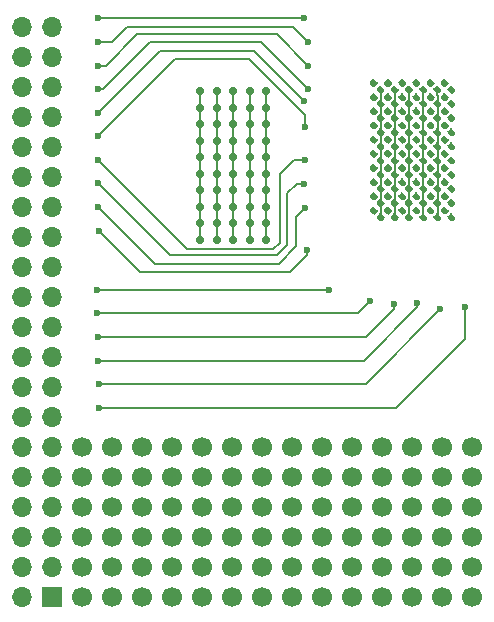
<source format=gbl>
G04 #@! TF.GenerationSoftware,KiCad,Pcbnew,5.0.2-bee76a0~70~ubuntu18.04.1*
G04 #@! TF.CreationDate,2019-03-12T09:35:17+03:00*
G04 #@! TF.ProjectId,LED_matrix,4c45445f-6d61-4747-9269-782e6b696361,rev?*
G04 #@! TF.SameCoordinates,Original*
G04 #@! TF.FileFunction,Copper,L2,Bot*
G04 #@! TF.FilePolarity,Positive*
%FSLAX46Y46*%
G04 Gerber Fmt 4.6, Leading zero omitted, Abs format (unit mm)*
G04 Created by KiCad (PCBNEW 5.0.2-bee76a0~70~ubuntu18.04.1) date Вт 12 мар 2019 09:35:17*
%MOMM*%
%LPD*%
G01*
G04 APERTURE LIST*
G04 #@! TA.AperFunction,ComponentPad*
%ADD10R,1.700000X1.700000*%
G04 #@! TD*
G04 #@! TA.AperFunction,ComponentPad*
%ADD11O,1.700000X1.700000*%
G04 #@! TD*
G04 #@! TA.AperFunction,Conductor*
%ADD12C,0.100000*%
G04 #@! TD*
G04 #@! TA.AperFunction,ViaPad*
%ADD13C,0.500000*%
G04 #@! TD*
G04 #@! TA.AperFunction,ViaPad*
%ADD14C,1.700000*%
G04 #@! TD*
G04 #@! TA.AperFunction,ViaPad*
%ADD15C,0.600000*%
G04 #@! TD*
G04 #@! TA.AperFunction,ViaPad*
%ADD16C,0.700000*%
G04 #@! TD*
G04 #@! TA.AperFunction,Conductor*
%ADD17C,0.180000*%
G04 #@! TD*
G04 #@! TA.AperFunction,Conductor*
%ADD18C,0.160000*%
G04 #@! TD*
G04 APERTURE END LIST*
D10*
G04 #@! TO.P,J1,1*
G04 #@! TO.N,N/C*
X97550000Y-131500000D03*
D11*
G04 #@! TO.P,J1,2*
X95010000Y-131500000D03*
G04 #@! TO.P,J1,3*
X97550000Y-128960000D03*
G04 #@! TO.P,J1,4*
X95010000Y-128960000D03*
G04 #@! TO.P,J1,5*
X97550000Y-126420000D03*
G04 #@! TO.P,J1,6*
X95010000Y-126420000D03*
G04 #@! TO.P,J1,7*
X97550000Y-123880000D03*
G04 #@! TO.P,J1,8*
X95010000Y-123880000D03*
G04 #@! TO.P,J1,9*
X97550000Y-121340000D03*
G04 #@! TO.P,J1,10*
X95010000Y-121340000D03*
G04 #@! TO.P,J1,11*
X97550000Y-118800000D03*
G04 #@! TO.P,J1,12*
X95010000Y-118800000D03*
G04 #@! TO.P,J1,13*
X97550000Y-116260000D03*
G04 #@! TO.P,J1,14*
X95010000Y-116260000D03*
G04 #@! TO.P,J1,15*
G04 #@! TO.N,/col_4*
X97550000Y-113720000D03*
G04 #@! TO.P,J1,16*
G04 #@! TO.N,/col_5*
X95010000Y-113720000D03*
G04 #@! TO.P,J1,17*
G04 #@! TO.N,N/C*
X97550000Y-111180000D03*
G04 #@! TO.P,J1,18*
G04 #@! TO.N,/col_3*
X95010000Y-111180000D03*
G04 #@! TO.P,J1,19*
G04 #@! TO.N,/col_2*
X97550000Y-108640000D03*
G04 #@! TO.P,J1,20*
G04 #@! TO.N,N/C*
X95010000Y-108640000D03*
G04 #@! TO.P,J1,21*
G04 #@! TO.N,/col_1*
X97550000Y-106100000D03*
G04 #@! TO.P,J1,22*
G04 #@! TO.N,/col_0*
X95010000Y-106100000D03*
G04 #@! TO.P,J1,23*
G04 #@! TO.N,/row_9*
X97550000Y-103560000D03*
G04 #@! TO.P,J1,24*
G04 #@! TO.N,N/C*
X95010000Y-103560000D03*
G04 #@! TO.P,J1,25*
X97550000Y-101020000D03*
G04 #@! TO.P,J1,26*
X95010000Y-101020000D03*
G04 #@! TO.P,J1,27*
X97550000Y-98480000D03*
G04 #@! TO.P,J1,28*
X95010000Y-98480000D03*
G04 #@! TO.P,J1,29*
G04 #@! TO.N,/row_8*
X97550000Y-95940000D03*
G04 #@! TO.P,J1,30*
G04 #@! TO.N,N/C*
X95010000Y-95940000D03*
G04 #@! TO.P,J1,31*
G04 #@! TO.N,/row_7*
X97550000Y-93400000D03*
G04 #@! TO.P,J1,32*
G04 #@! TO.N,/row_6*
X95010000Y-93400000D03*
G04 #@! TO.P,J1,33*
G04 #@! TO.N,/row_5*
X97550000Y-90860000D03*
G04 #@! TO.P,J1,34*
G04 #@! TO.N,N/C*
X95010000Y-90860000D03*
G04 #@! TO.P,J1,35*
G04 #@! TO.N,/row_3*
X97550000Y-88320000D03*
G04 #@! TO.P,J1,36*
G04 #@! TO.N,/row_4*
X95010000Y-88320000D03*
G04 #@! TO.P,J1,37*
G04 #@! TO.N,/row_1*
X97550000Y-85780000D03*
G04 #@! TO.P,J1,38*
G04 #@! TO.N,/row_2*
X95010000Y-85780000D03*
G04 #@! TO.P,J1,39*
G04 #@! TO.N,N/C*
X97550000Y-83240000D03*
G04 #@! TO.P,J1,40*
G04 #@! TO.N,/row_0*
X95010000Y-83240000D03*
G04 #@! TD*
D12*
G04 #@! TO.N,/r_01*
G04 #@! TO.C,D61*
G36*
X124794054Y-87630627D02*
X124806188Y-87632427D01*
X124818088Y-87635407D01*
X124829637Y-87639540D01*
X124840727Y-87644785D01*
X124851248Y-87651091D01*
X124861101Y-87658399D01*
X124870190Y-87666637D01*
X125117677Y-87914124D01*
X125125915Y-87923213D01*
X125133223Y-87933066D01*
X125139529Y-87943587D01*
X125144774Y-87954677D01*
X125148907Y-87966226D01*
X125151887Y-87978126D01*
X125153687Y-87990260D01*
X125154289Y-88002512D01*
X125153687Y-88014764D01*
X125151887Y-88026898D01*
X125148907Y-88038798D01*
X125144774Y-88050347D01*
X125139529Y-88061437D01*
X125133223Y-88071958D01*
X125125915Y-88081811D01*
X125117677Y-88090900D01*
X124940900Y-88267677D01*
X124931811Y-88275915D01*
X124921958Y-88283223D01*
X124911437Y-88289529D01*
X124900347Y-88294774D01*
X124888798Y-88298907D01*
X124876898Y-88301887D01*
X124864764Y-88303687D01*
X124852512Y-88304289D01*
X124840260Y-88303687D01*
X124828126Y-88301887D01*
X124816226Y-88298907D01*
X124804677Y-88294774D01*
X124793587Y-88289529D01*
X124783066Y-88283223D01*
X124773213Y-88275915D01*
X124764124Y-88267677D01*
X124516637Y-88020190D01*
X124508399Y-88011101D01*
X124501091Y-88001248D01*
X124494785Y-87990727D01*
X124489540Y-87979637D01*
X124485407Y-87968088D01*
X124482427Y-87956188D01*
X124480627Y-87944054D01*
X124480025Y-87931802D01*
X124480627Y-87919550D01*
X124482427Y-87907416D01*
X124485407Y-87895516D01*
X124489540Y-87883967D01*
X124494785Y-87872877D01*
X124501091Y-87862356D01*
X124508399Y-87852503D01*
X124516637Y-87843414D01*
X124693414Y-87666637D01*
X124702503Y-87658399D01*
X124712356Y-87651091D01*
X124722877Y-87644785D01*
X124733967Y-87639540D01*
X124745516Y-87635407D01*
X124757416Y-87632427D01*
X124769550Y-87630627D01*
X124781802Y-87630025D01*
X124794054Y-87630627D01*
X124794054Y-87630627D01*
G37*
D13*
X124817157Y-87967157D03*
D12*
G04 #@! TO.N,/c_01*
G36*
X125359740Y-88196313D02*
X125371874Y-88198113D01*
X125383774Y-88201093D01*
X125395323Y-88205226D01*
X125406413Y-88210471D01*
X125416934Y-88216777D01*
X125426787Y-88224085D01*
X125435876Y-88232323D01*
X125683363Y-88479810D01*
X125691601Y-88488899D01*
X125698909Y-88498752D01*
X125705215Y-88509273D01*
X125710460Y-88520363D01*
X125714593Y-88531912D01*
X125717573Y-88543812D01*
X125719373Y-88555946D01*
X125719975Y-88568198D01*
X125719373Y-88580450D01*
X125717573Y-88592584D01*
X125714593Y-88604484D01*
X125710460Y-88616033D01*
X125705215Y-88627123D01*
X125698909Y-88637644D01*
X125691601Y-88647497D01*
X125683363Y-88656586D01*
X125506586Y-88833363D01*
X125497497Y-88841601D01*
X125487644Y-88848909D01*
X125477123Y-88855215D01*
X125466033Y-88860460D01*
X125454484Y-88864593D01*
X125442584Y-88867573D01*
X125430450Y-88869373D01*
X125418198Y-88869975D01*
X125405946Y-88869373D01*
X125393812Y-88867573D01*
X125381912Y-88864593D01*
X125370363Y-88860460D01*
X125359273Y-88855215D01*
X125348752Y-88848909D01*
X125338899Y-88841601D01*
X125329810Y-88833363D01*
X125082323Y-88585876D01*
X125074085Y-88576787D01*
X125066777Y-88566934D01*
X125060471Y-88556413D01*
X125055226Y-88545323D01*
X125051093Y-88533774D01*
X125048113Y-88521874D01*
X125046313Y-88509740D01*
X125045711Y-88497488D01*
X125046313Y-88485236D01*
X125048113Y-88473102D01*
X125051093Y-88461202D01*
X125055226Y-88449653D01*
X125060471Y-88438563D01*
X125066777Y-88428042D01*
X125074085Y-88418189D01*
X125082323Y-88409100D01*
X125259100Y-88232323D01*
X125268189Y-88224085D01*
X125278042Y-88216777D01*
X125288563Y-88210471D01*
X125299653Y-88205226D01*
X125311202Y-88201093D01*
X125323102Y-88198113D01*
X125335236Y-88196313D01*
X125347488Y-88195711D01*
X125359740Y-88196313D01*
X125359740Y-88196313D01*
G37*
D13*
X125382843Y-88532843D03*
G04 #@! TD*
D12*
G04 #@! TO.N,/r_11*
G04 #@! TO.C,D62*
G36*
X124794054Y-88830627D02*
X124806188Y-88832427D01*
X124818088Y-88835407D01*
X124829637Y-88839540D01*
X124840727Y-88844785D01*
X124851248Y-88851091D01*
X124861101Y-88858399D01*
X124870190Y-88866637D01*
X125117677Y-89114124D01*
X125125915Y-89123213D01*
X125133223Y-89133066D01*
X125139529Y-89143587D01*
X125144774Y-89154677D01*
X125148907Y-89166226D01*
X125151887Y-89178126D01*
X125153687Y-89190260D01*
X125154289Y-89202512D01*
X125153687Y-89214764D01*
X125151887Y-89226898D01*
X125148907Y-89238798D01*
X125144774Y-89250347D01*
X125139529Y-89261437D01*
X125133223Y-89271958D01*
X125125915Y-89281811D01*
X125117677Y-89290900D01*
X124940900Y-89467677D01*
X124931811Y-89475915D01*
X124921958Y-89483223D01*
X124911437Y-89489529D01*
X124900347Y-89494774D01*
X124888798Y-89498907D01*
X124876898Y-89501887D01*
X124864764Y-89503687D01*
X124852512Y-89504289D01*
X124840260Y-89503687D01*
X124828126Y-89501887D01*
X124816226Y-89498907D01*
X124804677Y-89494774D01*
X124793587Y-89489529D01*
X124783066Y-89483223D01*
X124773213Y-89475915D01*
X124764124Y-89467677D01*
X124516637Y-89220190D01*
X124508399Y-89211101D01*
X124501091Y-89201248D01*
X124494785Y-89190727D01*
X124489540Y-89179637D01*
X124485407Y-89168088D01*
X124482427Y-89156188D01*
X124480627Y-89144054D01*
X124480025Y-89131802D01*
X124480627Y-89119550D01*
X124482427Y-89107416D01*
X124485407Y-89095516D01*
X124489540Y-89083967D01*
X124494785Y-89072877D01*
X124501091Y-89062356D01*
X124508399Y-89052503D01*
X124516637Y-89043414D01*
X124693414Y-88866637D01*
X124702503Y-88858399D01*
X124712356Y-88851091D01*
X124722877Y-88844785D01*
X124733967Y-88839540D01*
X124745516Y-88835407D01*
X124757416Y-88832427D01*
X124769550Y-88830627D01*
X124781802Y-88830025D01*
X124794054Y-88830627D01*
X124794054Y-88830627D01*
G37*
D13*
X124817157Y-89167157D03*
D12*
G04 #@! TO.N,/c_01*
G36*
X125359740Y-89396313D02*
X125371874Y-89398113D01*
X125383774Y-89401093D01*
X125395323Y-89405226D01*
X125406413Y-89410471D01*
X125416934Y-89416777D01*
X125426787Y-89424085D01*
X125435876Y-89432323D01*
X125683363Y-89679810D01*
X125691601Y-89688899D01*
X125698909Y-89698752D01*
X125705215Y-89709273D01*
X125710460Y-89720363D01*
X125714593Y-89731912D01*
X125717573Y-89743812D01*
X125719373Y-89755946D01*
X125719975Y-89768198D01*
X125719373Y-89780450D01*
X125717573Y-89792584D01*
X125714593Y-89804484D01*
X125710460Y-89816033D01*
X125705215Y-89827123D01*
X125698909Y-89837644D01*
X125691601Y-89847497D01*
X125683363Y-89856586D01*
X125506586Y-90033363D01*
X125497497Y-90041601D01*
X125487644Y-90048909D01*
X125477123Y-90055215D01*
X125466033Y-90060460D01*
X125454484Y-90064593D01*
X125442584Y-90067573D01*
X125430450Y-90069373D01*
X125418198Y-90069975D01*
X125405946Y-90069373D01*
X125393812Y-90067573D01*
X125381912Y-90064593D01*
X125370363Y-90060460D01*
X125359273Y-90055215D01*
X125348752Y-90048909D01*
X125338899Y-90041601D01*
X125329810Y-90033363D01*
X125082323Y-89785876D01*
X125074085Y-89776787D01*
X125066777Y-89766934D01*
X125060471Y-89756413D01*
X125055226Y-89745323D01*
X125051093Y-89733774D01*
X125048113Y-89721874D01*
X125046313Y-89709740D01*
X125045711Y-89697488D01*
X125046313Y-89685236D01*
X125048113Y-89673102D01*
X125051093Y-89661202D01*
X125055226Y-89649653D01*
X125060471Y-89638563D01*
X125066777Y-89628042D01*
X125074085Y-89618189D01*
X125082323Y-89609100D01*
X125259100Y-89432323D01*
X125268189Y-89424085D01*
X125278042Y-89416777D01*
X125288563Y-89410471D01*
X125299653Y-89405226D01*
X125311202Y-89401093D01*
X125323102Y-89398113D01*
X125335236Y-89396313D01*
X125347488Y-89395711D01*
X125359740Y-89396313D01*
X125359740Y-89396313D01*
G37*
D13*
X125382843Y-89732843D03*
G04 #@! TD*
D12*
G04 #@! TO.N,/r_21*
G04 #@! TO.C,D63*
G36*
X124794054Y-90030627D02*
X124806188Y-90032427D01*
X124818088Y-90035407D01*
X124829637Y-90039540D01*
X124840727Y-90044785D01*
X124851248Y-90051091D01*
X124861101Y-90058399D01*
X124870190Y-90066637D01*
X125117677Y-90314124D01*
X125125915Y-90323213D01*
X125133223Y-90333066D01*
X125139529Y-90343587D01*
X125144774Y-90354677D01*
X125148907Y-90366226D01*
X125151887Y-90378126D01*
X125153687Y-90390260D01*
X125154289Y-90402512D01*
X125153687Y-90414764D01*
X125151887Y-90426898D01*
X125148907Y-90438798D01*
X125144774Y-90450347D01*
X125139529Y-90461437D01*
X125133223Y-90471958D01*
X125125915Y-90481811D01*
X125117677Y-90490900D01*
X124940900Y-90667677D01*
X124931811Y-90675915D01*
X124921958Y-90683223D01*
X124911437Y-90689529D01*
X124900347Y-90694774D01*
X124888798Y-90698907D01*
X124876898Y-90701887D01*
X124864764Y-90703687D01*
X124852512Y-90704289D01*
X124840260Y-90703687D01*
X124828126Y-90701887D01*
X124816226Y-90698907D01*
X124804677Y-90694774D01*
X124793587Y-90689529D01*
X124783066Y-90683223D01*
X124773213Y-90675915D01*
X124764124Y-90667677D01*
X124516637Y-90420190D01*
X124508399Y-90411101D01*
X124501091Y-90401248D01*
X124494785Y-90390727D01*
X124489540Y-90379637D01*
X124485407Y-90368088D01*
X124482427Y-90356188D01*
X124480627Y-90344054D01*
X124480025Y-90331802D01*
X124480627Y-90319550D01*
X124482427Y-90307416D01*
X124485407Y-90295516D01*
X124489540Y-90283967D01*
X124494785Y-90272877D01*
X124501091Y-90262356D01*
X124508399Y-90252503D01*
X124516637Y-90243414D01*
X124693414Y-90066637D01*
X124702503Y-90058399D01*
X124712356Y-90051091D01*
X124722877Y-90044785D01*
X124733967Y-90039540D01*
X124745516Y-90035407D01*
X124757416Y-90032427D01*
X124769550Y-90030627D01*
X124781802Y-90030025D01*
X124794054Y-90030627D01*
X124794054Y-90030627D01*
G37*
D13*
X124817157Y-90367157D03*
D12*
G04 #@! TO.N,/c_01*
G36*
X125359740Y-90596313D02*
X125371874Y-90598113D01*
X125383774Y-90601093D01*
X125395323Y-90605226D01*
X125406413Y-90610471D01*
X125416934Y-90616777D01*
X125426787Y-90624085D01*
X125435876Y-90632323D01*
X125683363Y-90879810D01*
X125691601Y-90888899D01*
X125698909Y-90898752D01*
X125705215Y-90909273D01*
X125710460Y-90920363D01*
X125714593Y-90931912D01*
X125717573Y-90943812D01*
X125719373Y-90955946D01*
X125719975Y-90968198D01*
X125719373Y-90980450D01*
X125717573Y-90992584D01*
X125714593Y-91004484D01*
X125710460Y-91016033D01*
X125705215Y-91027123D01*
X125698909Y-91037644D01*
X125691601Y-91047497D01*
X125683363Y-91056586D01*
X125506586Y-91233363D01*
X125497497Y-91241601D01*
X125487644Y-91248909D01*
X125477123Y-91255215D01*
X125466033Y-91260460D01*
X125454484Y-91264593D01*
X125442584Y-91267573D01*
X125430450Y-91269373D01*
X125418198Y-91269975D01*
X125405946Y-91269373D01*
X125393812Y-91267573D01*
X125381912Y-91264593D01*
X125370363Y-91260460D01*
X125359273Y-91255215D01*
X125348752Y-91248909D01*
X125338899Y-91241601D01*
X125329810Y-91233363D01*
X125082323Y-90985876D01*
X125074085Y-90976787D01*
X125066777Y-90966934D01*
X125060471Y-90956413D01*
X125055226Y-90945323D01*
X125051093Y-90933774D01*
X125048113Y-90921874D01*
X125046313Y-90909740D01*
X125045711Y-90897488D01*
X125046313Y-90885236D01*
X125048113Y-90873102D01*
X125051093Y-90861202D01*
X125055226Y-90849653D01*
X125060471Y-90838563D01*
X125066777Y-90828042D01*
X125074085Y-90818189D01*
X125082323Y-90809100D01*
X125259100Y-90632323D01*
X125268189Y-90624085D01*
X125278042Y-90616777D01*
X125288563Y-90610471D01*
X125299653Y-90605226D01*
X125311202Y-90601093D01*
X125323102Y-90598113D01*
X125335236Y-90596313D01*
X125347488Y-90595711D01*
X125359740Y-90596313D01*
X125359740Y-90596313D01*
G37*
D13*
X125382843Y-90932843D03*
G04 #@! TD*
D12*
G04 #@! TO.N,/r_31*
G04 #@! TO.C,D64*
G36*
X124794054Y-91230627D02*
X124806188Y-91232427D01*
X124818088Y-91235407D01*
X124829637Y-91239540D01*
X124840727Y-91244785D01*
X124851248Y-91251091D01*
X124861101Y-91258399D01*
X124870190Y-91266637D01*
X125117677Y-91514124D01*
X125125915Y-91523213D01*
X125133223Y-91533066D01*
X125139529Y-91543587D01*
X125144774Y-91554677D01*
X125148907Y-91566226D01*
X125151887Y-91578126D01*
X125153687Y-91590260D01*
X125154289Y-91602512D01*
X125153687Y-91614764D01*
X125151887Y-91626898D01*
X125148907Y-91638798D01*
X125144774Y-91650347D01*
X125139529Y-91661437D01*
X125133223Y-91671958D01*
X125125915Y-91681811D01*
X125117677Y-91690900D01*
X124940900Y-91867677D01*
X124931811Y-91875915D01*
X124921958Y-91883223D01*
X124911437Y-91889529D01*
X124900347Y-91894774D01*
X124888798Y-91898907D01*
X124876898Y-91901887D01*
X124864764Y-91903687D01*
X124852512Y-91904289D01*
X124840260Y-91903687D01*
X124828126Y-91901887D01*
X124816226Y-91898907D01*
X124804677Y-91894774D01*
X124793587Y-91889529D01*
X124783066Y-91883223D01*
X124773213Y-91875915D01*
X124764124Y-91867677D01*
X124516637Y-91620190D01*
X124508399Y-91611101D01*
X124501091Y-91601248D01*
X124494785Y-91590727D01*
X124489540Y-91579637D01*
X124485407Y-91568088D01*
X124482427Y-91556188D01*
X124480627Y-91544054D01*
X124480025Y-91531802D01*
X124480627Y-91519550D01*
X124482427Y-91507416D01*
X124485407Y-91495516D01*
X124489540Y-91483967D01*
X124494785Y-91472877D01*
X124501091Y-91462356D01*
X124508399Y-91452503D01*
X124516637Y-91443414D01*
X124693414Y-91266637D01*
X124702503Y-91258399D01*
X124712356Y-91251091D01*
X124722877Y-91244785D01*
X124733967Y-91239540D01*
X124745516Y-91235407D01*
X124757416Y-91232427D01*
X124769550Y-91230627D01*
X124781802Y-91230025D01*
X124794054Y-91230627D01*
X124794054Y-91230627D01*
G37*
D13*
X124817157Y-91567157D03*
D12*
G04 #@! TO.N,/c_01*
G36*
X125359740Y-91796313D02*
X125371874Y-91798113D01*
X125383774Y-91801093D01*
X125395323Y-91805226D01*
X125406413Y-91810471D01*
X125416934Y-91816777D01*
X125426787Y-91824085D01*
X125435876Y-91832323D01*
X125683363Y-92079810D01*
X125691601Y-92088899D01*
X125698909Y-92098752D01*
X125705215Y-92109273D01*
X125710460Y-92120363D01*
X125714593Y-92131912D01*
X125717573Y-92143812D01*
X125719373Y-92155946D01*
X125719975Y-92168198D01*
X125719373Y-92180450D01*
X125717573Y-92192584D01*
X125714593Y-92204484D01*
X125710460Y-92216033D01*
X125705215Y-92227123D01*
X125698909Y-92237644D01*
X125691601Y-92247497D01*
X125683363Y-92256586D01*
X125506586Y-92433363D01*
X125497497Y-92441601D01*
X125487644Y-92448909D01*
X125477123Y-92455215D01*
X125466033Y-92460460D01*
X125454484Y-92464593D01*
X125442584Y-92467573D01*
X125430450Y-92469373D01*
X125418198Y-92469975D01*
X125405946Y-92469373D01*
X125393812Y-92467573D01*
X125381912Y-92464593D01*
X125370363Y-92460460D01*
X125359273Y-92455215D01*
X125348752Y-92448909D01*
X125338899Y-92441601D01*
X125329810Y-92433363D01*
X125082323Y-92185876D01*
X125074085Y-92176787D01*
X125066777Y-92166934D01*
X125060471Y-92156413D01*
X125055226Y-92145323D01*
X125051093Y-92133774D01*
X125048113Y-92121874D01*
X125046313Y-92109740D01*
X125045711Y-92097488D01*
X125046313Y-92085236D01*
X125048113Y-92073102D01*
X125051093Y-92061202D01*
X125055226Y-92049653D01*
X125060471Y-92038563D01*
X125066777Y-92028042D01*
X125074085Y-92018189D01*
X125082323Y-92009100D01*
X125259100Y-91832323D01*
X125268189Y-91824085D01*
X125278042Y-91816777D01*
X125288563Y-91810471D01*
X125299653Y-91805226D01*
X125311202Y-91801093D01*
X125323102Y-91798113D01*
X125335236Y-91796313D01*
X125347488Y-91795711D01*
X125359740Y-91796313D01*
X125359740Y-91796313D01*
G37*
D13*
X125382843Y-92132843D03*
G04 #@! TD*
D12*
G04 #@! TO.N,/r_41*
G04 #@! TO.C,D65*
G36*
X124794054Y-92430627D02*
X124806188Y-92432427D01*
X124818088Y-92435407D01*
X124829637Y-92439540D01*
X124840727Y-92444785D01*
X124851248Y-92451091D01*
X124861101Y-92458399D01*
X124870190Y-92466637D01*
X125117677Y-92714124D01*
X125125915Y-92723213D01*
X125133223Y-92733066D01*
X125139529Y-92743587D01*
X125144774Y-92754677D01*
X125148907Y-92766226D01*
X125151887Y-92778126D01*
X125153687Y-92790260D01*
X125154289Y-92802512D01*
X125153687Y-92814764D01*
X125151887Y-92826898D01*
X125148907Y-92838798D01*
X125144774Y-92850347D01*
X125139529Y-92861437D01*
X125133223Y-92871958D01*
X125125915Y-92881811D01*
X125117677Y-92890900D01*
X124940900Y-93067677D01*
X124931811Y-93075915D01*
X124921958Y-93083223D01*
X124911437Y-93089529D01*
X124900347Y-93094774D01*
X124888798Y-93098907D01*
X124876898Y-93101887D01*
X124864764Y-93103687D01*
X124852512Y-93104289D01*
X124840260Y-93103687D01*
X124828126Y-93101887D01*
X124816226Y-93098907D01*
X124804677Y-93094774D01*
X124793587Y-93089529D01*
X124783066Y-93083223D01*
X124773213Y-93075915D01*
X124764124Y-93067677D01*
X124516637Y-92820190D01*
X124508399Y-92811101D01*
X124501091Y-92801248D01*
X124494785Y-92790727D01*
X124489540Y-92779637D01*
X124485407Y-92768088D01*
X124482427Y-92756188D01*
X124480627Y-92744054D01*
X124480025Y-92731802D01*
X124480627Y-92719550D01*
X124482427Y-92707416D01*
X124485407Y-92695516D01*
X124489540Y-92683967D01*
X124494785Y-92672877D01*
X124501091Y-92662356D01*
X124508399Y-92652503D01*
X124516637Y-92643414D01*
X124693414Y-92466637D01*
X124702503Y-92458399D01*
X124712356Y-92451091D01*
X124722877Y-92444785D01*
X124733967Y-92439540D01*
X124745516Y-92435407D01*
X124757416Y-92432427D01*
X124769550Y-92430627D01*
X124781802Y-92430025D01*
X124794054Y-92430627D01*
X124794054Y-92430627D01*
G37*
D13*
X124817157Y-92767157D03*
D12*
G04 #@! TO.N,/c_01*
G36*
X125359740Y-92996313D02*
X125371874Y-92998113D01*
X125383774Y-93001093D01*
X125395323Y-93005226D01*
X125406413Y-93010471D01*
X125416934Y-93016777D01*
X125426787Y-93024085D01*
X125435876Y-93032323D01*
X125683363Y-93279810D01*
X125691601Y-93288899D01*
X125698909Y-93298752D01*
X125705215Y-93309273D01*
X125710460Y-93320363D01*
X125714593Y-93331912D01*
X125717573Y-93343812D01*
X125719373Y-93355946D01*
X125719975Y-93368198D01*
X125719373Y-93380450D01*
X125717573Y-93392584D01*
X125714593Y-93404484D01*
X125710460Y-93416033D01*
X125705215Y-93427123D01*
X125698909Y-93437644D01*
X125691601Y-93447497D01*
X125683363Y-93456586D01*
X125506586Y-93633363D01*
X125497497Y-93641601D01*
X125487644Y-93648909D01*
X125477123Y-93655215D01*
X125466033Y-93660460D01*
X125454484Y-93664593D01*
X125442584Y-93667573D01*
X125430450Y-93669373D01*
X125418198Y-93669975D01*
X125405946Y-93669373D01*
X125393812Y-93667573D01*
X125381912Y-93664593D01*
X125370363Y-93660460D01*
X125359273Y-93655215D01*
X125348752Y-93648909D01*
X125338899Y-93641601D01*
X125329810Y-93633363D01*
X125082323Y-93385876D01*
X125074085Y-93376787D01*
X125066777Y-93366934D01*
X125060471Y-93356413D01*
X125055226Y-93345323D01*
X125051093Y-93333774D01*
X125048113Y-93321874D01*
X125046313Y-93309740D01*
X125045711Y-93297488D01*
X125046313Y-93285236D01*
X125048113Y-93273102D01*
X125051093Y-93261202D01*
X125055226Y-93249653D01*
X125060471Y-93238563D01*
X125066777Y-93228042D01*
X125074085Y-93218189D01*
X125082323Y-93209100D01*
X125259100Y-93032323D01*
X125268189Y-93024085D01*
X125278042Y-93016777D01*
X125288563Y-93010471D01*
X125299653Y-93005226D01*
X125311202Y-93001093D01*
X125323102Y-92998113D01*
X125335236Y-92996313D01*
X125347488Y-92995711D01*
X125359740Y-92996313D01*
X125359740Y-92996313D01*
G37*
D13*
X125382843Y-93332843D03*
G04 #@! TD*
D12*
G04 #@! TO.N,/r_51*
G04 #@! TO.C,D66*
G36*
X124794054Y-93630627D02*
X124806188Y-93632427D01*
X124818088Y-93635407D01*
X124829637Y-93639540D01*
X124840727Y-93644785D01*
X124851248Y-93651091D01*
X124861101Y-93658399D01*
X124870190Y-93666637D01*
X125117677Y-93914124D01*
X125125915Y-93923213D01*
X125133223Y-93933066D01*
X125139529Y-93943587D01*
X125144774Y-93954677D01*
X125148907Y-93966226D01*
X125151887Y-93978126D01*
X125153687Y-93990260D01*
X125154289Y-94002512D01*
X125153687Y-94014764D01*
X125151887Y-94026898D01*
X125148907Y-94038798D01*
X125144774Y-94050347D01*
X125139529Y-94061437D01*
X125133223Y-94071958D01*
X125125915Y-94081811D01*
X125117677Y-94090900D01*
X124940900Y-94267677D01*
X124931811Y-94275915D01*
X124921958Y-94283223D01*
X124911437Y-94289529D01*
X124900347Y-94294774D01*
X124888798Y-94298907D01*
X124876898Y-94301887D01*
X124864764Y-94303687D01*
X124852512Y-94304289D01*
X124840260Y-94303687D01*
X124828126Y-94301887D01*
X124816226Y-94298907D01*
X124804677Y-94294774D01*
X124793587Y-94289529D01*
X124783066Y-94283223D01*
X124773213Y-94275915D01*
X124764124Y-94267677D01*
X124516637Y-94020190D01*
X124508399Y-94011101D01*
X124501091Y-94001248D01*
X124494785Y-93990727D01*
X124489540Y-93979637D01*
X124485407Y-93968088D01*
X124482427Y-93956188D01*
X124480627Y-93944054D01*
X124480025Y-93931802D01*
X124480627Y-93919550D01*
X124482427Y-93907416D01*
X124485407Y-93895516D01*
X124489540Y-93883967D01*
X124494785Y-93872877D01*
X124501091Y-93862356D01*
X124508399Y-93852503D01*
X124516637Y-93843414D01*
X124693414Y-93666637D01*
X124702503Y-93658399D01*
X124712356Y-93651091D01*
X124722877Y-93644785D01*
X124733967Y-93639540D01*
X124745516Y-93635407D01*
X124757416Y-93632427D01*
X124769550Y-93630627D01*
X124781802Y-93630025D01*
X124794054Y-93630627D01*
X124794054Y-93630627D01*
G37*
D13*
X124817157Y-93967157D03*
D12*
G04 #@! TO.N,/c_01*
G36*
X125359740Y-94196313D02*
X125371874Y-94198113D01*
X125383774Y-94201093D01*
X125395323Y-94205226D01*
X125406413Y-94210471D01*
X125416934Y-94216777D01*
X125426787Y-94224085D01*
X125435876Y-94232323D01*
X125683363Y-94479810D01*
X125691601Y-94488899D01*
X125698909Y-94498752D01*
X125705215Y-94509273D01*
X125710460Y-94520363D01*
X125714593Y-94531912D01*
X125717573Y-94543812D01*
X125719373Y-94555946D01*
X125719975Y-94568198D01*
X125719373Y-94580450D01*
X125717573Y-94592584D01*
X125714593Y-94604484D01*
X125710460Y-94616033D01*
X125705215Y-94627123D01*
X125698909Y-94637644D01*
X125691601Y-94647497D01*
X125683363Y-94656586D01*
X125506586Y-94833363D01*
X125497497Y-94841601D01*
X125487644Y-94848909D01*
X125477123Y-94855215D01*
X125466033Y-94860460D01*
X125454484Y-94864593D01*
X125442584Y-94867573D01*
X125430450Y-94869373D01*
X125418198Y-94869975D01*
X125405946Y-94869373D01*
X125393812Y-94867573D01*
X125381912Y-94864593D01*
X125370363Y-94860460D01*
X125359273Y-94855215D01*
X125348752Y-94848909D01*
X125338899Y-94841601D01*
X125329810Y-94833363D01*
X125082323Y-94585876D01*
X125074085Y-94576787D01*
X125066777Y-94566934D01*
X125060471Y-94556413D01*
X125055226Y-94545323D01*
X125051093Y-94533774D01*
X125048113Y-94521874D01*
X125046313Y-94509740D01*
X125045711Y-94497488D01*
X125046313Y-94485236D01*
X125048113Y-94473102D01*
X125051093Y-94461202D01*
X125055226Y-94449653D01*
X125060471Y-94438563D01*
X125066777Y-94428042D01*
X125074085Y-94418189D01*
X125082323Y-94409100D01*
X125259100Y-94232323D01*
X125268189Y-94224085D01*
X125278042Y-94216777D01*
X125288563Y-94210471D01*
X125299653Y-94205226D01*
X125311202Y-94201093D01*
X125323102Y-94198113D01*
X125335236Y-94196313D01*
X125347488Y-94195711D01*
X125359740Y-94196313D01*
X125359740Y-94196313D01*
G37*
D13*
X125382843Y-94532843D03*
G04 #@! TD*
D12*
G04 #@! TO.N,/r_61*
G04 #@! TO.C,D67*
G36*
X124794054Y-94830627D02*
X124806188Y-94832427D01*
X124818088Y-94835407D01*
X124829637Y-94839540D01*
X124840727Y-94844785D01*
X124851248Y-94851091D01*
X124861101Y-94858399D01*
X124870190Y-94866637D01*
X125117677Y-95114124D01*
X125125915Y-95123213D01*
X125133223Y-95133066D01*
X125139529Y-95143587D01*
X125144774Y-95154677D01*
X125148907Y-95166226D01*
X125151887Y-95178126D01*
X125153687Y-95190260D01*
X125154289Y-95202512D01*
X125153687Y-95214764D01*
X125151887Y-95226898D01*
X125148907Y-95238798D01*
X125144774Y-95250347D01*
X125139529Y-95261437D01*
X125133223Y-95271958D01*
X125125915Y-95281811D01*
X125117677Y-95290900D01*
X124940900Y-95467677D01*
X124931811Y-95475915D01*
X124921958Y-95483223D01*
X124911437Y-95489529D01*
X124900347Y-95494774D01*
X124888798Y-95498907D01*
X124876898Y-95501887D01*
X124864764Y-95503687D01*
X124852512Y-95504289D01*
X124840260Y-95503687D01*
X124828126Y-95501887D01*
X124816226Y-95498907D01*
X124804677Y-95494774D01*
X124793587Y-95489529D01*
X124783066Y-95483223D01*
X124773213Y-95475915D01*
X124764124Y-95467677D01*
X124516637Y-95220190D01*
X124508399Y-95211101D01*
X124501091Y-95201248D01*
X124494785Y-95190727D01*
X124489540Y-95179637D01*
X124485407Y-95168088D01*
X124482427Y-95156188D01*
X124480627Y-95144054D01*
X124480025Y-95131802D01*
X124480627Y-95119550D01*
X124482427Y-95107416D01*
X124485407Y-95095516D01*
X124489540Y-95083967D01*
X124494785Y-95072877D01*
X124501091Y-95062356D01*
X124508399Y-95052503D01*
X124516637Y-95043414D01*
X124693414Y-94866637D01*
X124702503Y-94858399D01*
X124712356Y-94851091D01*
X124722877Y-94844785D01*
X124733967Y-94839540D01*
X124745516Y-94835407D01*
X124757416Y-94832427D01*
X124769550Y-94830627D01*
X124781802Y-94830025D01*
X124794054Y-94830627D01*
X124794054Y-94830627D01*
G37*
D13*
X124817157Y-95167157D03*
D12*
G04 #@! TO.N,/c_01*
G36*
X125359740Y-95396313D02*
X125371874Y-95398113D01*
X125383774Y-95401093D01*
X125395323Y-95405226D01*
X125406413Y-95410471D01*
X125416934Y-95416777D01*
X125426787Y-95424085D01*
X125435876Y-95432323D01*
X125683363Y-95679810D01*
X125691601Y-95688899D01*
X125698909Y-95698752D01*
X125705215Y-95709273D01*
X125710460Y-95720363D01*
X125714593Y-95731912D01*
X125717573Y-95743812D01*
X125719373Y-95755946D01*
X125719975Y-95768198D01*
X125719373Y-95780450D01*
X125717573Y-95792584D01*
X125714593Y-95804484D01*
X125710460Y-95816033D01*
X125705215Y-95827123D01*
X125698909Y-95837644D01*
X125691601Y-95847497D01*
X125683363Y-95856586D01*
X125506586Y-96033363D01*
X125497497Y-96041601D01*
X125487644Y-96048909D01*
X125477123Y-96055215D01*
X125466033Y-96060460D01*
X125454484Y-96064593D01*
X125442584Y-96067573D01*
X125430450Y-96069373D01*
X125418198Y-96069975D01*
X125405946Y-96069373D01*
X125393812Y-96067573D01*
X125381912Y-96064593D01*
X125370363Y-96060460D01*
X125359273Y-96055215D01*
X125348752Y-96048909D01*
X125338899Y-96041601D01*
X125329810Y-96033363D01*
X125082323Y-95785876D01*
X125074085Y-95776787D01*
X125066777Y-95766934D01*
X125060471Y-95756413D01*
X125055226Y-95745323D01*
X125051093Y-95733774D01*
X125048113Y-95721874D01*
X125046313Y-95709740D01*
X125045711Y-95697488D01*
X125046313Y-95685236D01*
X125048113Y-95673102D01*
X125051093Y-95661202D01*
X125055226Y-95649653D01*
X125060471Y-95638563D01*
X125066777Y-95628042D01*
X125074085Y-95618189D01*
X125082323Y-95609100D01*
X125259100Y-95432323D01*
X125268189Y-95424085D01*
X125278042Y-95416777D01*
X125288563Y-95410471D01*
X125299653Y-95405226D01*
X125311202Y-95401093D01*
X125323102Y-95398113D01*
X125335236Y-95396313D01*
X125347488Y-95395711D01*
X125359740Y-95396313D01*
X125359740Y-95396313D01*
G37*
D13*
X125382843Y-95732843D03*
G04 #@! TD*
D12*
G04 #@! TO.N,/r_71*
G04 #@! TO.C,D68*
G36*
X124794054Y-96030627D02*
X124806188Y-96032427D01*
X124818088Y-96035407D01*
X124829637Y-96039540D01*
X124840727Y-96044785D01*
X124851248Y-96051091D01*
X124861101Y-96058399D01*
X124870190Y-96066637D01*
X125117677Y-96314124D01*
X125125915Y-96323213D01*
X125133223Y-96333066D01*
X125139529Y-96343587D01*
X125144774Y-96354677D01*
X125148907Y-96366226D01*
X125151887Y-96378126D01*
X125153687Y-96390260D01*
X125154289Y-96402512D01*
X125153687Y-96414764D01*
X125151887Y-96426898D01*
X125148907Y-96438798D01*
X125144774Y-96450347D01*
X125139529Y-96461437D01*
X125133223Y-96471958D01*
X125125915Y-96481811D01*
X125117677Y-96490900D01*
X124940900Y-96667677D01*
X124931811Y-96675915D01*
X124921958Y-96683223D01*
X124911437Y-96689529D01*
X124900347Y-96694774D01*
X124888798Y-96698907D01*
X124876898Y-96701887D01*
X124864764Y-96703687D01*
X124852512Y-96704289D01*
X124840260Y-96703687D01*
X124828126Y-96701887D01*
X124816226Y-96698907D01*
X124804677Y-96694774D01*
X124793587Y-96689529D01*
X124783066Y-96683223D01*
X124773213Y-96675915D01*
X124764124Y-96667677D01*
X124516637Y-96420190D01*
X124508399Y-96411101D01*
X124501091Y-96401248D01*
X124494785Y-96390727D01*
X124489540Y-96379637D01*
X124485407Y-96368088D01*
X124482427Y-96356188D01*
X124480627Y-96344054D01*
X124480025Y-96331802D01*
X124480627Y-96319550D01*
X124482427Y-96307416D01*
X124485407Y-96295516D01*
X124489540Y-96283967D01*
X124494785Y-96272877D01*
X124501091Y-96262356D01*
X124508399Y-96252503D01*
X124516637Y-96243414D01*
X124693414Y-96066637D01*
X124702503Y-96058399D01*
X124712356Y-96051091D01*
X124722877Y-96044785D01*
X124733967Y-96039540D01*
X124745516Y-96035407D01*
X124757416Y-96032427D01*
X124769550Y-96030627D01*
X124781802Y-96030025D01*
X124794054Y-96030627D01*
X124794054Y-96030627D01*
G37*
D13*
X124817157Y-96367157D03*
D12*
G04 #@! TO.N,/c_01*
G36*
X125359740Y-96596313D02*
X125371874Y-96598113D01*
X125383774Y-96601093D01*
X125395323Y-96605226D01*
X125406413Y-96610471D01*
X125416934Y-96616777D01*
X125426787Y-96624085D01*
X125435876Y-96632323D01*
X125683363Y-96879810D01*
X125691601Y-96888899D01*
X125698909Y-96898752D01*
X125705215Y-96909273D01*
X125710460Y-96920363D01*
X125714593Y-96931912D01*
X125717573Y-96943812D01*
X125719373Y-96955946D01*
X125719975Y-96968198D01*
X125719373Y-96980450D01*
X125717573Y-96992584D01*
X125714593Y-97004484D01*
X125710460Y-97016033D01*
X125705215Y-97027123D01*
X125698909Y-97037644D01*
X125691601Y-97047497D01*
X125683363Y-97056586D01*
X125506586Y-97233363D01*
X125497497Y-97241601D01*
X125487644Y-97248909D01*
X125477123Y-97255215D01*
X125466033Y-97260460D01*
X125454484Y-97264593D01*
X125442584Y-97267573D01*
X125430450Y-97269373D01*
X125418198Y-97269975D01*
X125405946Y-97269373D01*
X125393812Y-97267573D01*
X125381912Y-97264593D01*
X125370363Y-97260460D01*
X125359273Y-97255215D01*
X125348752Y-97248909D01*
X125338899Y-97241601D01*
X125329810Y-97233363D01*
X125082323Y-96985876D01*
X125074085Y-96976787D01*
X125066777Y-96966934D01*
X125060471Y-96956413D01*
X125055226Y-96945323D01*
X125051093Y-96933774D01*
X125048113Y-96921874D01*
X125046313Y-96909740D01*
X125045711Y-96897488D01*
X125046313Y-96885236D01*
X125048113Y-96873102D01*
X125051093Y-96861202D01*
X125055226Y-96849653D01*
X125060471Y-96838563D01*
X125066777Y-96828042D01*
X125074085Y-96818189D01*
X125082323Y-96809100D01*
X125259100Y-96632323D01*
X125268189Y-96624085D01*
X125278042Y-96616777D01*
X125288563Y-96610471D01*
X125299653Y-96605226D01*
X125311202Y-96601093D01*
X125323102Y-96598113D01*
X125335236Y-96596313D01*
X125347488Y-96595711D01*
X125359740Y-96596313D01*
X125359740Y-96596313D01*
G37*
D13*
X125382843Y-96932843D03*
G04 #@! TD*
D12*
G04 #@! TO.N,/r_81*
G04 #@! TO.C,D69*
G36*
X124794054Y-97230627D02*
X124806188Y-97232427D01*
X124818088Y-97235407D01*
X124829637Y-97239540D01*
X124840727Y-97244785D01*
X124851248Y-97251091D01*
X124861101Y-97258399D01*
X124870190Y-97266637D01*
X125117677Y-97514124D01*
X125125915Y-97523213D01*
X125133223Y-97533066D01*
X125139529Y-97543587D01*
X125144774Y-97554677D01*
X125148907Y-97566226D01*
X125151887Y-97578126D01*
X125153687Y-97590260D01*
X125154289Y-97602512D01*
X125153687Y-97614764D01*
X125151887Y-97626898D01*
X125148907Y-97638798D01*
X125144774Y-97650347D01*
X125139529Y-97661437D01*
X125133223Y-97671958D01*
X125125915Y-97681811D01*
X125117677Y-97690900D01*
X124940900Y-97867677D01*
X124931811Y-97875915D01*
X124921958Y-97883223D01*
X124911437Y-97889529D01*
X124900347Y-97894774D01*
X124888798Y-97898907D01*
X124876898Y-97901887D01*
X124864764Y-97903687D01*
X124852512Y-97904289D01*
X124840260Y-97903687D01*
X124828126Y-97901887D01*
X124816226Y-97898907D01*
X124804677Y-97894774D01*
X124793587Y-97889529D01*
X124783066Y-97883223D01*
X124773213Y-97875915D01*
X124764124Y-97867677D01*
X124516637Y-97620190D01*
X124508399Y-97611101D01*
X124501091Y-97601248D01*
X124494785Y-97590727D01*
X124489540Y-97579637D01*
X124485407Y-97568088D01*
X124482427Y-97556188D01*
X124480627Y-97544054D01*
X124480025Y-97531802D01*
X124480627Y-97519550D01*
X124482427Y-97507416D01*
X124485407Y-97495516D01*
X124489540Y-97483967D01*
X124494785Y-97472877D01*
X124501091Y-97462356D01*
X124508399Y-97452503D01*
X124516637Y-97443414D01*
X124693414Y-97266637D01*
X124702503Y-97258399D01*
X124712356Y-97251091D01*
X124722877Y-97244785D01*
X124733967Y-97239540D01*
X124745516Y-97235407D01*
X124757416Y-97232427D01*
X124769550Y-97230627D01*
X124781802Y-97230025D01*
X124794054Y-97230627D01*
X124794054Y-97230627D01*
G37*
D13*
X124817157Y-97567157D03*
D12*
G04 #@! TO.N,/c_01*
G36*
X125359740Y-97796313D02*
X125371874Y-97798113D01*
X125383774Y-97801093D01*
X125395323Y-97805226D01*
X125406413Y-97810471D01*
X125416934Y-97816777D01*
X125426787Y-97824085D01*
X125435876Y-97832323D01*
X125683363Y-98079810D01*
X125691601Y-98088899D01*
X125698909Y-98098752D01*
X125705215Y-98109273D01*
X125710460Y-98120363D01*
X125714593Y-98131912D01*
X125717573Y-98143812D01*
X125719373Y-98155946D01*
X125719975Y-98168198D01*
X125719373Y-98180450D01*
X125717573Y-98192584D01*
X125714593Y-98204484D01*
X125710460Y-98216033D01*
X125705215Y-98227123D01*
X125698909Y-98237644D01*
X125691601Y-98247497D01*
X125683363Y-98256586D01*
X125506586Y-98433363D01*
X125497497Y-98441601D01*
X125487644Y-98448909D01*
X125477123Y-98455215D01*
X125466033Y-98460460D01*
X125454484Y-98464593D01*
X125442584Y-98467573D01*
X125430450Y-98469373D01*
X125418198Y-98469975D01*
X125405946Y-98469373D01*
X125393812Y-98467573D01*
X125381912Y-98464593D01*
X125370363Y-98460460D01*
X125359273Y-98455215D01*
X125348752Y-98448909D01*
X125338899Y-98441601D01*
X125329810Y-98433363D01*
X125082323Y-98185876D01*
X125074085Y-98176787D01*
X125066777Y-98166934D01*
X125060471Y-98156413D01*
X125055226Y-98145323D01*
X125051093Y-98133774D01*
X125048113Y-98121874D01*
X125046313Y-98109740D01*
X125045711Y-98097488D01*
X125046313Y-98085236D01*
X125048113Y-98073102D01*
X125051093Y-98061202D01*
X125055226Y-98049653D01*
X125060471Y-98038563D01*
X125066777Y-98028042D01*
X125074085Y-98018189D01*
X125082323Y-98009100D01*
X125259100Y-97832323D01*
X125268189Y-97824085D01*
X125278042Y-97816777D01*
X125288563Y-97810471D01*
X125299653Y-97805226D01*
X125311202Y-97801093D01*
X125323102Y-97798113D01*
X125335236Y-97796313D01*
X125347488Y-97795711D01*
X125359740Y-97796313D01*
X125359740Y-97796313D01*
G37*
D13*
X125382843Y-98132843D03*
G04 #@! TD*
D12*
G04 #@! TO.N,/r_91*
G04 #@! TO.C,D70*
G36*
X124794054Y-98430627D02*
X124806188Y-98432427D01*
X124818088Y-98435407D01*
X124829637Y-98439540D01*
X124840727Y-98444785D01*
X124851248Y-98451091D01*
X124861101Y-98458399D01*
X124870190Y-98466637D01*
X125117677Y-98714124D01*
X125125915Y-98723213D01*
X125133223Y-98733066D01*
X125139529Y-98743587D01*
X125144774Y-98754677D01*
X125148907Y-98766226D01*
X125151887Y-98778126D01*
X125153687Y-98790260D01*
X125154289Y-98802512D01*
X125153687Y-98814764D01*
X125151887Y-98826898D01*
X125148907Y-98838798D01*
X125144774Y-98850347D01*
X125139529Y-98861437D01*
X125133223Y-98871958D01*
X125125915Y-98881811D01*
X125117677Y-98890900D01*
X124940900Y-99067677D01*
X124931811Y-99075915D01*
X124921958Y-99083223D01*
X124911437Y-99089529D01*
X124900347Y-99094774D01*
X124888798Y-99098907D01*
X124876898Y-99101887D01*
X124864764Y-99103687D01*
X124852512Y-99104289D01*
X124840260Y-99103687D01*
X124828126Y-99101887D01*
X124816226Y-99098907D01*
X124804677Y-99094774D01*
X124793587Y-99089529D01*
X124783066Y-99083223D01*
X124773213Y-99075915D01*
X124764124Y-99067677D01*
X124516637Y-98820190D01*
X124508399Y-98811101D01*
X124501091Y-98801248D01*
X124494785Y-98790727D01*
X124489540Y-98779637D01*
X124485407Y-98768088D01*
X124482427Y-98756188D01*
X124480627Y-98744054D01*
X124480025Y-98731802D01*
X124480627Y-98719550D01*
X124482427Y-98707416D01*
X124485407Y-98695516D01*
X124489540Y-98683967D01*
X124494785Y-98672877D01*
X124501091Y-98662356D01*
X124508399Y-98652503D01*
X124516637Y-98643414D01*
X124693414Y-98466637D01*
X124702503Y-98458399D01*
X124712356Y-98451091D01*
X124722877Y-98444785D01*
X124733967Y-98439540D01*
X124745516Y-98435407D01*
X124757416Y-98432427D01*
X124769550Y-98430627D01*
X124781802Y-98430025D01*
X124794054Y-98430627D01*
X124794054Y-98430627D01*
G37*
D13*
X124817157Y-98767157D03*
D12*
G04 #@! TO.N,/c_01*
G36*
X125359740Y-98996313D02*
X125371874Y-98998113D01*
X125383774Y-99001093D01*
X125395323Y-99005226D01*
X125406413Y-99010471D01*
X125416934Y-99016777D01*
X125426787Y-99024085D01*
X125435876Y-99032323D01*
X125683363Y-99279810D01*
X125691601Y-99288899D01*
X125698909Y-99298752D01*
X125705215Y-99309273D01*
X125710460Y-99320363D01*
X125714593Y-99331912D01*
X125717573Y-99343812D01*
X125719373Y-99355946D01*
X125719975Y-99368198D01*
X125719373Y-99380450D01*
X125717573Y-99392584D01*
X125714593Y-99404484D01*
X125710460Y-99416033D01*
X125705215Y-99427123D01*
X125698909Y-99437644D01*
X125691601Y-99447497D01*
X125683363Y-99456586D01*
X125506586Y-99633363D01*
X125497497Y-99641601D01*
X125487644Y-99648909D01*
X125477123Y-99655215D01*
X125466033Y-99660460D01*
X125454484Y-99664593D01*
X125442584Y-99667573D01*
X125430450Y-99669373D01*
X125418198Y-99669975D01*
X125405946Y-99669373D01*
X125393812Y-99667573D01*
X125381912Y-99664593D01*
X125370363Y-99660460D01*
X125359273Y-99655215D01*
X125348752Y-99648909D01*
X125338899Y-99641601D01*
X125329810Y-99633363D01*
X125082323Y-99385876D01*
X125074085Y-99376787D01*
X125066777Y-99366934D01*
X125060471Y-99356413D01*
X125055226Y-99345323D01*
X125051093Y-99333774D01*
X125048113Y-99321874D01*
X125046313Y-99309740D01*
X125045711Y-99297488D01*
X125046313Y-99285236D01*
X125048113Y-99273102D01*
X125051093Y-99261202D01*
X125055226Y-99249653D01*
X125060471Y-99238563D01*
X125066777Y-99228042D01*
X125074085Y-99218189D01*
X125082323Y-99209100D01*
X125259100Y-99032323D01*
X125268189Y-99024085D01*
X125278042Y-99016777D01*
X125288563Y-99010471D01*
X125299653Y-99005226D01*
X125311202Y-99001093D01*
X125323102Y-98998113D01*
X125335236Y-98996313D01*
X125347488Y-98995711D01*
X125359740Y-98996313D01*
X125359740Y-98996313D01*
G37*
D13*
X125382843Y-99332843D03*
G04 #@! TD*
D12*
G04 #@! TO.N,/r_01*
G04 #@! TO.C,D71*
G36*
X125994054Y-87630627D02*
X126006188Y-87632427D01*
X126018088Y-87635407D01*
X126029637Y-87639540D01*
X126040727Y-87644785D01*
X126051248Y-87651091D01*
X126061101Y-87658399D01*
X126070190Y-87666637D01*
X126317677Y-87914124D01*
X126325915Y-87923213D01*
X126333223Y-87933066D01*
X126339529Y-87943587D01*
X126344774Y-87954677D01*
X126348907Y-87966226D01*
X126351887Y-87978126D01*
X126353687Y-87990260D01*
X126354289Y-88002512D01*
X126353687Y-88014764D01*
X126351887Y-88026898D01*
X126348907Y-88038798D01*
X126344774Y-88050347D01*
X126339529Y-88061437D01*
X126333223Y-88071958D01*
X126325915Y-88081811D01*
X126317677Y-88090900D01*
X126140900Y-88267677D01*
X126131811Y-88275915D01*
X126121958Y-88283223D01*
X126111437Y-88289529D01*
X126100347Y-88294774D01*
X126088798Y-88298907D01*
X126076898Y-88301887D01*
X126064764Y-88303687D01*
X126052512Y-88304289D01*
X126040260Y-88303687D01*
X126028126Y-88301887D01*
X126016226Y-88298907D01*
X126004677Y-88294774D01*
X125993587Y-88289529D01*
X125983066Y-88283223D01*
X125973213Y-88275915D01*
X125964124Y-88267677D01*
X125716637Y-88020190D01*
X125708399Y-88011101D01*
X125701091Y-88001248D01*
X125694785Y-87990727D01*
X125689540Y-87979637D01*
X125685407Y-87968088D01*
X125682427Y-87956188D01*
X125680627Y-87944054D01*
X125680025Y-87931802D01*
X125680627Y-87919550D01*
X125682427Y-87907416D01*
X125685407Y-87895516D01*
X125689540Y-87883967D01*
X125694785Y-87872877D01*
X125701091Y-87862356D01*
X125708399Y-87852503D01*
X125716637Y-87843414D01*
X125893414Y-87666637D01*
X125902503Y-87658399D01*
X125912356Y-87651091D01*
X125922877Y-87644785D01*
X125933967Y-87639540D01*
X125945516Y-87635407D01*
X125957416Y-87632427D01*
X125969550Y-87630627D01*
X125981802Y-87630025D01*
X125994054Y-87630627D01*
X125994054Y-87630627D01*
G37*
D13*
X126017157Y-87967157D03*
D12*
G04 #@! TO.N,/c_11*
G36*
X126559740Y-88196313D02*
X126571874Y-88198113D01*
X126583774Y-88201093D01*
X126595323Y-88205226D01*
X126606413Y-88210471D01*
X126616934Y-88216777D01*
X126626787Y-88224085D01*
X126635876Y-88232323D01*
X126883363Y-88479810D01*
X126891601Y-88488899D01*
X126898909Y-88498752D01*
X126905215Y-88509273D01*
X126910460Y-88520363D01*
X126914593Y-88531912D01*
X126917573Y-88543812D01*
X126919373Y-88555946D01*
X126919975Y-88568198D01*
X126919373Y-88580450D01*
X126917573Y-88592584D01*
X126914593Y-88604484D01*
X126910460Y-88616033D01*
X126905215Y-88627123D01*
X126898909Y-88637644D01*
X126891601Y-88647497D01*
X126883363Y-88656586D01*
X126706586Y-88833363D01*
X126697497Y-88841601D01*
X126687644Y-88848909D01*
X126677123Y-88855215D01*
X126666033Y-88860460D01*
X126654484Y-88864593D01*
X126642584Y-88867573D01*
X126630450Y-88869373D01*
X126618198Y-88869975D01*
X126605946Y-88869373D01*
X126593812Y-88867573D01*
X126581912Y-88864593D01*
X126570363Y-88860460D01*
X126559273Y-88855215D01*
X126548752Y-88848909D01*
X126538899Y-88841601D01*
X126529810Y-88833363D01*
X126282323Y-88585876D01*
X126274085Y-88576787D01*
X126266777Y-88566934D01*
X126260471Y-88556413D01*
X126255226Y-88545323D01*
X126251093Y-88533774D01*
X126248113Y-88521874D01*
X126246313Y-88509740D01*
X126245711Y-88497488D01*
X126246313Y-88485236D01*
X126248113Y-88473102D01*
X126251093Y-88461202D01*
X126255226Y-88449653D01*
X126260471Y-88438563D01*
X126266777Y-88428042D01*
X126274085Y-88418189D01*
X126282323Y-88409100D01*
X126459100Y-88232323D01*
X126468189Y-88224085D01*
X126478042Y-88216777D01*
X126488563Y-88210471D01*
X126499653Y-88205226D01*
X126511202Y-88201093D01*
X126523102Y-88198113D01*
X126535236Y-88196313D01*
X126547488Y-88195711D01*
X126559740Y-88196313D01*
X126559740Y-88196313D01*
G37*
D13*
X126582843Y-88532843D03*
G04 #@! TD*
D12*
G04 #@! TO.N,/r_11*
G04 #@! TO.C,D72*
G36*
X125994054Y-88830627D02*
X126006188Y-88832427D01*
X126018088Y-88835407D01*
X126029637Y-88839540D01*
X126040727Y-88844785D01*
X126051248Y-88851091D01*
X126061101Y-88858399D01*
X126070190Y-88866637D01*
X126317677Y-89114124D01*
X126325915Y-89123213D01*
X126333223Y-89133066D01*
X126339529Y-89143587D01*
X126344774Y-89154677D01*
X126348907Y-89166226D01*
X126351887Y-89178126D01*
X126353687Y-89190260D01*
X126354289Y-89202512D01*
X126353687Y-89214764D01*
X126351887Y-89226898D01*
X126348907Y-89238798D01*
X126344774Y-89250347D01*
X126339529Y-89261437D01*
X126333223Y-89271958D01*
X126325915Y-89281811D01*
X126317677Y-89290900D01*
X126140900Y-89467677D01*
X126131811Y-89475915D01*
X126121958Y-89483223D01*
X126111437Y-89489529D01*
X126100347Y-89494774D01*
X126088798Y-89498907D01*
X126076898Y-89501887D01*
X126064764Y-89503687D01*
X126052512Y-89504289D01*
X126040260Y-89503687D01*
X126028126Y-89501887D01*
X126016226Y-89498907D01*
X126004677Y-89494774D01*
X125993587Y-89489529D01*
X125983066Y-89483223D01*
X125973213Y-89475915D01*
X125964124Y-89467677D01*
X125716637Y-89220190D01*
X125708399Y-89211101D01*
X125701091Y-89201248D01*
X125694785Y-89190727D01*
X125689540Y-89179637D01*
X125685407Y-89168088D01*
X125682427Y-89156188D01*
X125680627Y-89144054D01*
X125680025Y-89131802D01*
X125680627Y-89119550D01*
X125682427Y-89107416D01*
X125685407Y-89095516D01*
X125689540Y-89083967D01*
X125694785Y-89072877D01*
X125701091Y-89062356D01*
X125708399Y-89052503D01*
X125716637Y-89043414D01*
X125893414Y-88866637D01*
X125902503Y-88858399D01*
X125912356Y-88851091D01*
X125922877Y-88844785D01*
X125933967Y-88839540D01*
X125945516Y-88835407D01*
X125957416Y-88832427D01*
X125969550Y-88830627D01*
X125981802Y-88830025D01*
X125994054Y-88830627D01*
X125994054Y-88830627D01*
G37*
D13*
X126017157Y-89167157D03*
D12*
G04 #@! TO.N,/c_11*
G36*
X126559740Y-89396313D02*
X126571874Y-89398113D01*
X126583774Y-89401093D01*
X126595323Y-89405226D01*
X126606413Y-89410471D01*
X126616934Y-89416777D01*
X126626787Y-89424085D01*
X126635876Y-89432323D01*
X126883363Y-89679810D01*
X126891601Y-89688899D01*
X126898909Y-89698752D01*
X126905215Y-89709273D01*
X126910460Y-89720363D01*
X126914593Y-89731912D01*
X126917573Y-89743812D01*
X126919373Y-89755946D01*
X126919975Y-89768198D01*
X126919373Y-89780450D01*
X126917573Y-89792584D01*
X126914593Y-89804484D01*
X126910460Y-89816033D01*
X126905215Y-89827123D01*
X126898909Y-89837644D01*
X126891601Y-89847497D01*
X126883363Y-89856586D01*
X126706586Y-90033363D01*
X126697497Y-90041601D01*
X126687644Y-90048909D01*
X126677123Y-90055215D01*
X126666033Y-90060460D01*
X126654484Y-90064593D01*
X126642584Y-90067573D01*
X126630450Y-90069373D01*
X126618198Y-90069975D01*
X126605946Y-90069373D01*
X126593812Y-90067573D01*
X126581912Y-90064593D01*
X126570363Y-90060460D01*
X126559273Y-90055215D01*
X126548752Y-90048909D01*
X126538899Y-90041601D01*
X126529810Y-90033363D01*
X126282323Y-89785876D01*
X126274085Y-89776787D01*
X126266777Y-89766934D01*
X126260471Y-89756413D01*
X126255226Y-89745323D01*
X126251093Y-89733774D01*
X126248113Y-89721874D01*
X126246313Y-89709740D01*
X126245711Y-89697488D01*
X126246313Y-89685236D01*
X126248113Y-89673102D01*
X126251093Y-89661202D01*
X126255226Y-89649653D01*
X126260471Y-89638563D01*
X126266777Y-89628042D01*
X126274085Y-89618189D01*
X126282323Y-89609100D01*
X126459100Y-89432323D01*
X126468189Y-89424085D01*
X126478042Y-89416777D01*
X126488563Y-89410471D01*
X126499653Y-89405226D01*
X126511202Y-89401093D01*
X126523102Y-89398113D01*
X126535236Y-89396313D01*
X126547488Y-89395711D01*
X126559740Y-89396313D01*
X126559740Y-89396313D01*
G37*
D13*
X126582843Y-89732843D03*
G04 #@! TD*
D12*
G04 #@! TO.N,/r_21*
G04 #@! TO.C,D73*
G36*
X125994054Y-90030627D02*
X126006188Y-90032427D01*
X126018088Y-90035407D01*
X126029637Y-90039540D01*
X126040727Y-90044785D01*
X126051248Y-90051091D01*
X126061101Y-90058399D01*
X126070190Y-90066637D01*
X126317677Y-90314124D01*
X126325915Y-90323213D01*
X126333223Y-90333066D01*
X126339529Y-90343587D01*
X126344774Y-90354677D01*
X126348907Y-90366226D01*
X126351887Y-90378126D01*
X126353687Y-90390260D01*
X126354289Y-90402512D01*
X126353687Y-90414764D01*
X126351887Y-90426898D01*
X126348907Y-90438798D01*
X126344774Y-90450347D01*
X126339529Y-90461437D01*
X126333223Y-90471958D01*
X126325915Y-90481811D01*
X126317677Y-90490900D01*
X126140900Y-90667677D01*
X126131811Y-90675915D01*
X126121958Y-90683223D01*
X126111437Y-90689529D01*
X126100347Y-90694774D01*
X126088798Y-90698907D01*
X126076898Y-90701887D01*
X126064764Y-90703687D01*
X126052512Y-90704289D01*
X126040260Y-90703687D01*
X126028126Y-90701887D01*
X126016226Y-90698907D01*
X126004677Y-90694774D01*
X125993587Y-90689529D01*
X125983066Y-90683223D01*
X125973213Y-90675915D01*
X125964124Y-90667677D01*
X125716637Y-90420190D01*
X125708399Y-90411101D01*
X125701091Y-90401248D01*
X125694785Y-90390727D01*
X125689540Y-90379637D01*
X125685407Y-90368088D01*
X125682427Y-90356188D01*
X125680627Y-90344054D01*
X125680025Y-90331802D01*
X125680627Y-90319550D01*
X125682427Y-90307416D01*
X125685407Y-90295516D01*
X125689540Y-90283967D01*
X125694785Y-90272877D01*
X125701091Y-90262356D01*
X125708399Y-90252503D01*
X125716637Y-90243414D01*
X125893414Y-90066637D01*
X125902503Y-90058399D01*
X125912356Y-90051091D01*
X125922877Y-90044785D01*
X125933967Y-90039540D01*
X125945516Y-90035407D01*
X125957416Y-90032427D01*
X125969550Y-90030627D01*
X125981802Y-90030025D01*
X125994054Y-90030627D01*
X125994054Y-90030627D01*
G37*
D13*
X126017157Y-90367157D03*
D12*
G04 #@! TO.N,/c_11*
G36*
X126559740Y-90596313D02*
X126571874Y-90598113D01*
X126583774Y-90601093D01*
X126595323Y-90605226D01*
X126606413Y-90610471D01*
X126616934Y-90616777D01*
X126626787Y-90624085D01*
X126635876Y-90632323D01*
X126883363Y-90879810D01*
X126891601Y-90888899D01*
X126898909Y-90898752D01*
X126905215Y-90909273D01*
X126910460Y-90920363D01*
X126914593Y-90931912D01*
X126917573Y-90943812D01*
X126919373Y-90955946D01*
X126919975Y-90968198D01*
X126919373Y-90980450D01*
X126917573Y-90992584D01*
X126914593Y-91004484D01*
X126910460Y-91016033D01*
X126905215Y-91027123D01*
X126898909Y-91037644D01*
X126891601Y-91047497D01*
X126883363Y-91056586D01*
X126706586Y-91233363D01*
X126697497Y-91241601D01*
X126687644Y-91248909D01*
X126677123Y-91255215D01*
X126666033Y-91260460D01*
X126654484Y-91264593D01*
X126642584Y-91267573D01*
X126630450Y-91269373D01*
X126618198Y-91269975D01*
X126605946Y-91269373D01*
X126593812Y-91267573D01*
X126581912Y-91264593D01*
X126570363Y-91260460D01*
X126559273Y-91255215D01*
X126548752Y-91248909D01*
X126538899Y-91241601D01*
X126529810Y-91233363D01*
X126282323Y-90985876D01*
X126274085Y-90976787D01*
X126266777Y-90966934D01*
X126260471Y-90956413D01*
X126255226Y-90945323D01*
X126251093Y-90933774D01*
X126248113Y-90921874D01*
X126246313Y-90909740D01*
X126245711Y-90897488D01*
X126246313Y-90885236D01*
X126248113Y-90873102D01*
X126251093Y-90861202D01*
X126255226Y-90849653D01*
X126260471Y-90838563D01*
X126266777Y-90828042D01*
X126274085Y-90818189D01*
X126282323Y-90809100D01*
X126459100Y-90632323D01*
X126468189Y-90624085D01*
X126478042Y-90616777D01*
X126488563Y-90610471D01*
X126499653Y-90605226D01*
X126511202Y-90601093D01*
X126523102Y-90598113D01*
X126535236Y-90596313D01*
X126547488Y-90595711D01*
X126559740Y-90596313D01*
X126559740Y-90596313D01*
G37*
D13*
X126582843Y-90932843D03*
G04 #@! TD*
D12*
G04 #@! TO.N,/r_31*
G04 #@! TO.C,D74*
G36*
X125994054Y-91230627D02*
X126006188Y-91232427D01*
X126018088Y-91235407D01*
X126029637Y-91239540D01*
X126040727Y-91244785D01*
X126051248Y-91251091D01*
X126061101Y-91258399D01*
X126070190Y-91266637D01*
X126317677Y-91514124D01*
X126325915Y-91523213D01*
X126333223Y-91533066D01*
X126339529Y-91543587D01*
X126344774Y-91554677D01*
X126348907Y-91566226D01*
X126351887Y-91578126D01*
X126353687Y-91590260D01*
X126354289Y-91602512D01*
X126353687Y-91614764D01*
X126351887Y-91626898D01*
X126348907Y-91638798D01*
X126344774Y-91650347D01*
X126339529Y-91661437D01*
X126333223Y-91671958D01*
X126325915Y-91681811D01*
X126317677Y-91690900D01*
X126140900Y-91867677D01*
X126131811Y-91875915D01*
X126121958Y-91883223D01*
X126111437Y-91889529D01*
X126100347Y-91894774D01*
X126088798Y-91898907D01*
X126076898Y-91901887D01*
X126064764Y-91903687D01*
X126052512Y-91904289D01*
X126040260Y-91903687D01*
X126028126Y-91901887D01*
X126016226Y-91898907D01*
X126004677Y-91894774D01*
X125993587Y-91889529D01*
X125983066Y-91883223D01*
X125973213Y-91875915D01*
X125964124Y-91867677D01*
X125716637Y-91620190D01*
X125708399Y-91611101D01*
X125701091Y-91601248D01*
X125694785Y-91590727D01*
X125689540Y-91579637D01*
X125685407Y-91568088D01*
X125682427Y-91556188D01*
X125680627Y-91544054D01*
X125680025Y-91531802D01*
X125680627Y-91519550D01*
X125682427Y-91507416D01*
X125685407Y-91495516D01*
X125689540Y-91483967D01*
X125694785Y-91472877D01*
X125701091Y-91462356D01*
X125708399Y-91452503D01*
X125716637Y-91443414D01*
X125893414Y-91266637D01*
X125902503Y-91258399D01*
X125912356Y-91251091D01*
X125922877Y-91244785D01*
X125933967Y-91239540D01*
X125945516Y-91235407D01*
X125957416Y-91232427D01*
X125969550Y-91230627D01*
X125981802Y-91230025D01*
X125994054Y-91230627D01*
X125994054Y-91230627D01*
G37*
D13*
X126017157Y-91567157D03*
D12*
G04 #@! TO.N,/c_11*
G36*
X126559740Y-91796313D02*
X126571874Y-91798113D01*
X126583774Y-91801093D01*
X126595323Y-91805226D01*
X126606413Y-91810471D01*
X126616934Y-91816777D01*
X126626787Y-91824085D01*
X126635876Y-91832323D01*
X126883363Y-92079810D01*
X126891601Y-92088899D01*
X126898909Y-92098752D01*
X126905215Y-92109273D01*
X126910460Y-92120363D01*
X126914593Y-92131912D01*
X126917573Y-92143812D01*
X126919373Y-92155946D01*
X126919975Y-92168198D01*
X126919373Y-92180450D01*
X126917573Y-92192584D01*
X126914593Y-92204484D01*
X126910460Y-92216033D01*
X126905215Y-92227123D01*
X126898909Y-92237644D01*
X126891601Y-92247497D01*
X126883363Y-92256586D01*
X126706586Y-92433363D01*
X126697497Y-92441601D01*
X126687644Y-92448909D01*
X126677123Y-92455215D01*
X126666033Y-92460460D01*
X126654484Y-92464593D01*
X126642584Y-92467573D01*
X126630450Y-92469373D01*
X126618198Y-92469975D01*
X126605946Y-92469373D01*
X126593812Y-92467573D01*
X126581912Y-92464593D01*
X126570363Y-92460460D01*
X126559273Y-92455215D01*
X126548752Y-92448909D01*
X126538899Y-92441601D01*
X126529810Y-92433363D01*
X126282323Y-92185876D01*
X126274085Y-92176787D01*
X126266777Y-92166934D01*
X126260471Y-92156413D01*
X126255226Y-92145323D01*
X126251093Y-92133774D01*
X126248113Y-92121874D01*
X126246313Y-92109740D01*
X126245711Y-92097488D01*
X126246313Y-92085236D01*
X126248113Y-92073102D01*
X126251093Y-92061202D01*
X126255226Y-92049653D01*
X126260471Y-92038563D01*
X126266777Y-92028042D01*
X126274085Y-92018189D01*
X126282323Y-92009100D01*
X126459100Y-91832323D01*
X126468189Y-91824085D01*
X126478042Y-91816777D01*
X126488563Y-91810471D01*
X126499653Y-91805226D01*
X126511202Y-91801093D01*
X126523102Y-91798113D01*
X126535236Y-91796313D01*
X126547488Y-91795711D01*
X126559740Y-91796313D01*
X126559740Y-91796313D01*
G37*
D13*
X126582843Y-92132843D03*
G04 #@! TD*
D12*
G04 #@! TO.N,/r_41*
G04 #@! TO.C,D75*
G36*
X125994054Y-92430627D02*
X126006188Y-92432427D01*
X126018088Y-92435407D01*
X126029637Y-92439540D01*
X126040727Y-92444785D01*
X126051248Y-92451091D01*
X126061101Y-92458399D01*
X126070190Y-92466637D01*
X126317677Y-92714124D01*
X126325915Y-92723213D01*
X126333223Y-92733066D01*
X126339529Y-92743587D01*
X126344774Y-92754677D01*
X126348907Y-92766226D01*
X126351887Y-92778126D01*
X126353687Y-92790260D01*
X126354289Y-92802512D01*
X126353687Y-92814764D01*
X126351887Y-92826898D01*
X126348907Y-92838798D01*
X126344774Y-92850347D01*
X126339529Y-92861437D01*
X126333223Y-92871958D01*
X126325915Y-92881811D01*
X126317677Y-92890900D01*
X126140900Y-93067677D01*
X126131811Y-93075915D01*
X126121958Y-93083223D01*
X126111437Y-93089529D01*
X126100347Y-93094774D01*
X126088798Y-93098907D01*
X126076898Y-93101887D01*
X126064764Y-93103687D01*
X126052512Y-93104289D01*
X126040260Y-93103687D01*
X126028126Y-93101887D01*
X126016226Y-93098907D01*
X126004677Y-93094774D01*
X125993587Y-93089529D01*
X125983066Y-93083223D01*
X125973213Y-93075915D01*
X125964124Y-93067677D01*
X125716637Y-92820190D01*
X125708399Y-92811101D01*
X125701091Y-92801248D01*
X125694785Y-92790727D01*
X125689540Y-92779637D01*
X125685407Y-92768088D01*
X125682427Y-92756188D01*
X125680627Y-92744054D01*
X125680025Y-92731802D01*
X125680627Y-92719550D01*
X125682427Y-92707416D01*
X125685407Y-92695516D01*
X125689540Y-92683967D01*
X125694785Y-92672877D01*
X125701091Y-92662356D01*
X125708399Y-92652503D01*
X125716637Y-92643414D01*
X125893414Y-92466637D01*
X125902503Y-92458399D01*
X125912356Y-92451091D01*
X125922877Y-92444785D01*
X125933967Y-92439540D01*
X125945516Y-92435407D01*
X125957416Y-92432427D01*
X125969550Y-92430627D01*
X125981802Y-92430025D01*
X125994054Y-92430627D01*
X125994054Y-92430627D01*
G37*
D13*
X126017157Y-92767157D03*
D12*
G04 #@! TO.N,/c_11*
G36*
X126559740Y-92996313D02*
X126571874Y-92998113D01*
X126583774Y-93001093D01*
X126595323Y-93005226D01*
X126606413Y-93010471D01*
X126616934Y-93016777D01*
X126626787Y-93024085D01*
X126635876Y-93032323D01*
X126883363Y-93279810D01*
X126891601Y-93288899D01*
X126898909Y-93298752D01*
X126905215Y-93309273D01*
X126910460Y-93320363D01*
X126914593Y-93331912D01*
X126917573Y-93343812D01*
X126919373Y-93355946D01*
X126919975Y-93368198D01*
X126919373Y-93380450D01*
X126917573Y-93392584D01*
X126914593Y-93404484D01*
X126910460Y-93416033D01*
X126905215Y-93427123D01*
X126898909Y-93437644D01*
X126891601Y-93447497D01*
X126883363Y-93456586D01*
X126706586Y-93633363D01*
X126697497Y-93641601D01*
X126687644Y-93648909D01*
X126677123Y-93655215D01*
X126666033Y-93660460D01*
X126654484Y-93664593D01*
X126642584Y-93667573D01*
X126630450Y-93669373D01*
X126618198Y-93669975D01*
X126605946Y-93669373D01*
X126593812Y-93667573D01*
X126581912Y-93664593D01*
X126570363Y-93660460D01*
X126559273Y-93655215D01*
X126548752Y-93648909D01*
X126538899Y-93641601D01*
X126529810Y-93633363D01*
X126282323Y-93385876D01*
X126274085Y-93376787D01*
X126266777Y-93366934D01*
X126260471Y-93356413D01*
X126255226Y-93345323D01*
X126251093Y-93333774D01*
X126248113Y-93321874D01*
X126246313Y-93309740D01*
X126245711Y-93297488D01*
X126246313Y-93285236D01*
X126248113Y-93273102D01*
X126251093Y-93261202D01*
X126255226Y-93249653D01*
X126260471Y-93238563D01*
X126266777Y-93228042D01*
X126274085Y-93218189D01*
X126282323Y-93209100D01*
X126459100Y-93032323D01*
X126468189Y-93024085D01*
X126478042Y-93016777D01*
X126488563Y-93010471D01*
X126499653Y-93005226D01*
X126511202Y-93001093D01*
X126523102Y-92998113D01*
X126535236Y-92996313D01*
X126547488Y-92995711D01*
X126559740Y-92996313D01*
X126559740Y-92996313D01*
G37*
D13*
X126582843Y-93332843D03*
G04 #@! TD*
D12*
G04 #@! TO.N,/r_51*
G04 #@! TO.C,D76*
G36*
X125994054Y-93630627D02*
X126006188Y-93632427D01*
X126018088Y-93635407D01*
X126029637Y-93639540D01*
X126040727Y-93644785D01*
X126051248Y-93651091D01*
X126061101Y-93658399D01*
X126070190Y-93666637D01*
X126317677Y-93914124D01*
X126325915Y-93923213D01*
X126333223Y-93933066D01*
X126339529Y-93943587D01*
X126344774Y-93954677D01*
X126348907Y-93966226D01*
X126351887Y-93978126D01*
X126353687Y-93990260D01*
X126354289Y-94002512D01*
X126353687Y-94014764D01*
X126351887Y-94026898D01*
X126348907Y-94038798D01*
X126344774Y-94050347D01*
X126339529Y-94061437D01*
X126333223Y-94071958D01*
X126325915Y-94081811D01*
X126317677Y-94090900D01*
X126140900Y-94267677D01*
X126131811Y-94275915D01*
X126121958Y-94283223D01*
X126111437Y-94289529D01*
X126100347Y-94294774D01*
X126088798Y-94298907D01*
X126076898Y-94301887D01*
X126064764Y-94303687D01*
X126052512Y-94304289D01*
X126040260Y-94303687D01*
X126028126Y-94301887D01*
X126016226Y-94298907D01*
X126004677Y-94294774D01*
X125993587Y-94289529D01*
X125983066Y-94283223D01*
X125973213Y-94275915D01*
X125964124Y-94267677D01*
X125716637Y-94020190D01*
X125708399Y-94011101D01*
X125701091Y-94001248D01*
X125694785Y-93990727D01*
X125689540Y-93979637D01*
X125685407Y-93968088D01*
X125682427Y-93956188D01*
X125680627Y-93944054D01*
X125680025Y-93931802D01*
X125680627Y-93919550D01*
X125682427Y-93907416D01*
X125685407Y-93895516D01*
X125689540Y-93883967D01*
X125694785Y-93872877D01*
X125701091Y-93862356D01*
X125708399Y-93852503D01*
X125716637Y-93843414D01*
X125893414Y-93666637D01*
X125902503Y-93658399D01*
X125912356Y-93651091D01*
X125922877Y-93644785D01*
X125933967Y-93639540D01*
X125945516Y-93635407D01*
X125957416Y-93632427D01*
X125969550Y-93630627D01*
X125981802Y-93630025D01*
X125994054Y-93630627D01*
X125994054Y-93630627D01*
G37*
D13*
X126017157Y-93967157D03*
D12*
G04 #@! TO.N,/c_11*
G36*
X126559740Y-94196313D02*
X126571874Y-94198113D01*
X126583774Y-94201093D01*
X126595323Y-94205226D01*
X126606413Y-94210471D01*
X126616934Y-94216777D01*
X126626787Y-94224085D01*
X126635876Y-94232323D01*
X126883363Y-94479810D01*
X126891601Y-94488899D01*
X126898909Y-94498752D01*
X126905215Y-94509273D01*
X126910460Y-94520363D01*
X126914593Y-94531912D01*
X126917573Y-94543812D01*
X126919373Y-94555946D01*
X126919975Y-94568198D01*
X126919373Y-94580450D01*
X126917573Y-94592584D01*
X126914593Y-94604484D01*
X126910460Y-94616033D01*
X126905215Y-94627123D01*
X126898909Y-94637644D01*
X126891601Y-94647497D01*
X126883363Y-94656586D01*
X126706586Y-94833363D01*
X126697497Y-94841601D01*
X126687644Y-94848909D01*
X126677123Y-94855215D01*
X126666033Y-94860460D01*
X126654484Y-94864593D01*
X126642584Y-94867573D01*
X126630450Y-94869373D01*
X126618198Y-94869975D01*
X126605946Y-94869373D01*
X126593812Y-94867573D01*
X126581912Y-94864593D01*
X126570363Y-94860460D01*
X126559273Y-94855215D01*
X126548752Y-94848909D01*
X126538899Y-94841601D01*
X126529810Y-94833363D01*
X126282323Y-94585876D01*
X126274085Y-94576787D01*
X126266777Y-94566934D01*
X126260471Y-94556413D01*
X126255226Y-94545323D01*
X126251093Y-94533774D01*
X126248113Y-94521874D01*
X126246313Y-94509740D01*
X126245711Y-94497488D01*
X126246313Y-94485236D01*
X126248113Y-94473102D01*
X126251093Y-94461202D01*
X126255226Y-94449653D01*
X126260471Y-94438563D01*
X126266777Y-94428042D01*
X126274085Y-94418189D01*
X126282323Y-94409100D01*
X126459100Y-94232323D01*
X126468189Y-94224085D01*
X126478042Y-94216777D01*
X126488563Y-94210471D01*
X126499653Y-94205226D01*
X126511202Y-94201093D01*
X126523102Y-94198113D01*
X126535236Y-94196313D01*
X126547488Y-94195711D01*
X126559740Y-94196313D01*
X126559740Y-94196313D01*
G37*
D13*
X126582843Y-94532843D03*
G04 #@! TD*
D12*
G04 #@! TO.N,/r_61*
G04 #@! TO.C,D77*
G36*
X125994054Y-94830627D02*
X126006188Y-94832427D01*
X126018088Y-94835407D01*
X126029637Y-94839540D01*
X126040727Y-94844785D01*
X126051248Y-94851091D01*
X126061101Y-94858399D01*
X126070190Y-94866637D01*
X126317677Y-95114124D01*
X126325915Y-95123213D01*
X126333223Y-95133066D01*
X126339529Y-95143587D01*
X126344774Y-95154677D01*
X126348907Y-95166226D01*
X126351887Y-95178126D01*
X126353687Y-95190260D01*
X126354289Y-95202512D01*
X126353687Y-95214764D01*
X126351887Y-95226898D01*
X126348907Y-95238798D01*
X126344774Y-95250347D01*
X126339529Y-95261437D01*
X126333223Y-95271958D01*
X126325915Y-95281811D01*
X126317677Y-95290900D01*
X126140900Y-95467677D01*
X126131811Y-95475915D01*
X126121958Y-95483223D01*
X126111437Y-95489529D01*
X126100347Y-95494774D01*
X126088798Y-95498907D01*
X126076898Y-95501887D01*
X126064764Y-95503687D01*
X126052512Y-95504289D01*
X126040260Y-95503687D01*
X126028126Y-95501887D01*
X126016226Y-95498907D01*
X126004677Y-95494774D01*
X125993587Y-95489529D01*
X125983066Y-95483223D01*
X125973213Y-95475915D01*
X125964124Y-95467677D01*
X125716637Y-95220190D01*
X125708399Y-95211101D01*
X125701091Y-95201248D01*
X125694785Y-95190727D01*
X125689540Y-95179637D01*
X125685407Y-95168088D01*
X125682427Y-95156188D01*
X125680627Y-95144054D01*
X125680025Y-95131802D01*
X125680627Y-95119550D01*
X125682427Y-95107416D01*
X125685407Y-95095516D01*
X125689540Y-95083967D01*
X125694785Y-95072877D01*
X125701091Y-95062356D01*
X125708399Y-95052503D01*
X125716637Y-95043414D01*
X125893414Y-94866637D01*
X125902503Y-94858399D01*
X125912356Y-94851091D01*
X125922877Y-94844785D01*
X125933967Y-94839540D01*
X125945516Y-94835407D01*
X125957416Y-94832427D01*
X125969550Y-94830627D01*
X125981802Y-94830025D01*
X125994054Y-94830627D01*
X125994054Y-94830627D01*
G37*
D13*
X126017157Y-95167157D03*
D12*
G04 #@! TO.N,/c_11*
G36*
X126559740Y-95396313D02*
X126571874Y-95398113D01*
X126583774Y-95401093D01*
X126595323Y-95405226D01*
X126606413Y-95410471D01*
X126616934Y-95416777D01*
X126626787Y-95424085D01*
X126635876Y-95432323D01*
X126883363Y-95679810D01*
X126891601Y-95688899D01*
X126898909Y-95698752D01*
X126905215Y-95709273D01*
X126910460Y-95720363D01*
X126914593Y-95731912D01*
X126917573Y-95743812D01*
X126919373Y-95755946D01*
X126919975Y-95768198D01*
X126919373Y-95780450D01*
X126917573Y-95792584D01*
X126914593Y-95804484D01*
X126910460Y-95816033D01*
X126905215Y-95827123D01*
X126898909Y-95837644D01*
X126891601Y-95847497D01*
X126883363Y-95856586D01*
X126706586Y-96033363D01*
X126697497Y-96041601D01*
X126687644Y-96048909D01*
X126677123Y-96055215D01*
X126666033Y-96060460D01*
X126654484Y-96064593D01*
X126642584Y-96067573D01*
X126630450Y-96069373D01*
X126618198Y-96069975D01*
X126605946Y-96069373D01*
X126593812Y-96067573D01*
X126581912Y-96064593D01*
X126570363Y-96060460D01*
X126559273Y-96055215D01*
X126548752Y-96048909D01*
X126538899Y-96041601D01*
X126529810Y-96033363D01*
X126282323Y-95785876D01*
X126274085Y-95776787D01*
X126266777Y-95766934D01*
X126260471Y-95756413D01*
X126255226Y-95745323D01*
X126251093Y-95733774D01*
X126248113Y-95721874D01*
X126246313Y-95709740D01*
X126245711Y-95697488D01*
X126246313Y-95685236D01*
X126248113Y-95673102D01*
X126251093Y-95661202D01*
X126255226Y-95649653D01*
X126260471Y-95638563D01*
X126266777Y-95628042D01*
X126274085Y-95618189D01*
X126282323Y-95609100D01*
X126459100Y-95432323D01*
X126468189Y-95424085D01*
X126478042Y-95416777D01*
X126488563Y-95410471D01*
X126499653Y-95405226D01*
X126511202Y-95401093D01*
X126523102Y-95398113D01*
X126535236Y-95396313D01*
X126547488Y-95395711D01*
X126559740Y-95396313D01*
X126559740Y-95396313D01*
G37*
D13*
X126582843Y-95732843D03*
G04 #@! TD*
D12*
G04 #@! TO.N,/r_71*
G04 #@! TO.C,D78*
G36*
X125994054Y-96030627D02*
X126006188Y-96032427D01*
X126018088Y-96035407D01*
X126029637Y-96039540D01*
X126040727Y-96044785D01*
X126051248Y-96051091D01*
X126061101Y-96058399D01*
X126070190Y-96066637D01*
X126317677Y-96314124D01*
X126325915Y-96323213D01*
X126333223Y-96333066D01*
X126339529Y-96343587D01*
X126344774Y-96354677D01*
X126348907Y-96366226D01*
X126351887Y-96378126D01*
X126353687Y-96390260D01*
X126354289Y-96402512D01*
X126353687Y-96414764D01*
X126351887Y-96426898D01*
X126348907Y-96438798D01*
X126344774Y-96450347D01*
X126339529Y-96461437D01*
X126333223Y-96471958D01*
X126325915Y-96481811D01*
X126317677Y-96490900D01*
X126140900Y-96667677D01*
X126131811Y-96675915D01*
X126121958Y-96683223D01*
X126111437Y-96689529D01*
X126100347Y-96694774D01*
X126088798Y-96698907D01*
X126076898Y-96701887D01*
X126064764Y-96703687D01*
X126052512Y-96704289D01*
X126040260Y-96703687D01*
X126028126Y-96701887D01*
X126016226Y-96698907D01*
X126004677Y-96694774D01*
X125993587Y-96689529D01*
X125983066Y-96683223D01*
X125973213Y-96675915D01*
X125964124Y-96667677D01*
X125716637Y-96420190D01*
X125708399Y-96411101D01*
X125701091Y-96401248D01*
X125694785Y-96390727D01*
X125689540Y-96379637D01*
X125685407Y-96368088D01*
X125682427Y-96356188D01*
X125680627Y-96344054D01*
X125680025Y-96331802D01*
X125680627Y-96319550D01*
X125682427Y-96307416D01*
X125685407Y-96295516D01*
X125689540Y-96283967D01*
X125694785Y-96272877D01*
X125701091Y-96262356D01*
X125708399Y-96252503D01*
X125716637Y-96243414D01*
X125893414Y-96066637D01*
X125902503Y-96058399D01*
X125912356Y-96051091D01*
X125922877Y-96044785D01*
X125933967Y-96039540D01*
X125945516Y-96035407D01*
X125957416Y-96032427D01*
X125969550Y-96030627D01*
X125981802Y-96030025D01*
X125994054Y-96030627D01*
X125994054Y-96030627D01*
G37*
D13*
X126017157Y-96367157D03*
D12*
G04 #@! TO.N,/c_11*
G36*
X126559740Y-96596313D02*
X126571874Y-96598113D01*
X126583774Y-96601093D01*
X126595323Y-96605226D01*
X126606413Y-96610471D01*
X126616934Y-96616777D01*
X126626787Y-96624085D01*
X126635876Y-96632323D01*
X126883363Y-96879810D01*
X126891601Y-96888899D01*
X126898909Y-96898752D01*
X126905215Y-96909273D01*
X126910460Y-96920363D01*
X126914593Y-96931912D01*
X126917573Y-96943812D01*
X126919373Y-96955946D01*
X126919975Y-96968198D01*
X126919373Y-96980450D01*
X126917573Y-96992584D01*
X126914593Y-97004484D01*
X126910460Y-97016033D01*
X126905215Y-97027123D01*
X126898909Y-97037644D01*
X126891601Y-97047497D01*
X126883363Y-97056586D01*
X126706586Y-97233363D01*
X126697497Y-97241601D01*
X126687644Y-97248909D01*
X126677123Y-97255215D01*
X126666033Y-97260460D01*
X126654484Y-97264593D01*
X126642584Y-97267573D01*
X126630450Y-97269373D01*
X126618198Y-97269975D01*
X126605946Y-97269373D01*
X126593812Y-97267573D01*
X126581912Y-97264593D01*
X126570363Y-97260460D01*
X126559273Y-97255215D01*
X126548752Y-97248909D01*
X126538899Y-97241601D01*
X126529810Y-97233363D01*
X126282323Y-96985876D01*
X126274085Y-96976787D01*
X126266777Y-96966934D01*
X126260471Y-96956413D01*
X126255226Y-96945323D01*
X126251093Y-96933774D01*
X126248113Y-96921874D01*
X126246313Y-96909740D01*
X126245711Y-96897488D01*
X126246313Y-96885236D01*
X126248113Y-96873102D01*
X126251093Y-96861202D01*
X126255226Y-96849653D01*
X126260471Y-96838563D01*
X126266777Y-96828042D01*
X126274085Y-96818189D01*
X126282323Y-96809100D01*
X126459100Y-96632323D01*
X126468189Y-96624085D01*
X126478042Y-96616777D01*
X126488563Y-96610471D01*
X126499653Y-96605226D01*
X126511202Y-96601093D01*
X126523102Y-96598113D01*
X126535236Y-96596313D01*
X126547488Y-96595711D01*
X126559740Y-96596313D01*
X126559740Y-96596313D01*
G37*
D13*
X126582843Y-96932843D03*
G04 #@! TD*
D12*
G04 #@! TO.N,/r_81*
G04 #@! TO.C,D79*
G36*
X125994054Y-97230627D02*
X126006188Y-97232427D01*
X126018088Y-97235407D01*
X126029637Y-97239540D01*
X126040727Y-97244785D01*
X126051248Y-97251091D01*
X126061101Y-97258399D01*
X126070190Y-97266637D01*
X126317677Y-97514124D01*
X126325915Y-97523213D01*
X126333223Y-97533066D01*
X126339529Y-97543587D01*
X126344774Y-97554677D01*
X126348907Y-97566226D01*
X126351887Y-97578126D01*
X126353687Y-97590260D01*
X126354289Y-97602512D01*
X126353687Y-97614764D01*
X126351887Y-97626898D01*
X126348907Y-97638798D01*
X126344774Y-97650347D01*
X126339529Y-97661437D01*
X126333223Y-97671958D01*
X126325915Y-97681811D01*
X126317677Y-97690900D01*
X126140900Y-97867677D01*
X126131811Y-97875915D01*
X126121958Y-97883223D01*
X126111437Y-97889529D01*
X126100347Y-97894774D01*
X126088798Y-97898907D01*
X126076898Y-97901887D01*
X126064764Y-97903687D01*
X126052512Y-97904289D01*
X126040260Y-97903687D01*
X126028126Y-97901887D01*
X126016226Y-97898907D01*
X126004677Y-97894774D01*
X125993587Y-97889529D01*
X125983066Y-97883223D01*
X125973213Y-97875915D01*
X125964124Y-97867677D01*
X125716637Y-97620190D01*
X125708399Y-97611101D01*
X125701091Y-97601248D01*
X125694785Y-97590727D01*
X125689540Y-97579637D01*
X125685407Y-97568088D01*
X125682427Y-97556188D01*
X125680627Y-97544054D01*
X125680025Y-97531802D01*
X125680627Y-97519550D01*
X125682427Y-97507416D01*
X125685407Y-97495516D01*
X125689540Y-97483967D01*
X125694785Y-97472877D01*
X125701091Y-97462356D01*
X125708399Y-97452503D01*
X125716637Y-97443414D01*
X125893414Y-97266637D01*
X125902503Y-97258399D01*
X125912356Y-97251091D01*
X125922877Y-97244785D01*
X125933967Y-97239540D01*
X125945516Y-97235407D01*
X125957416Y-97232427D01*
X125969550Y-97230627D01*
X125981802Y-97230025D01*
X125994054Y-97230627D01*
X125994054Y-97230627D01*
G37*
D13*
X126017157Y-97567157D03*
D12*
G04 #@! TO.N,/c_11*
G36*
X126559740Y-97796313D02*
X126571874Y-97798113D01*
X126583774Y-97801093D01*
X126595323Y-97805226D01*
X126606413Y-97810471D01*
X126616934Y-97816777D01*
X126626787Y-97824085D01*
X126635876Y-97832323D01*
X126883363Y-98079810D01*
X126891601Y-98088899D01*
X126898909Y-98098752D01*
X126905215Y-98109273D01*
X126910460Y-98120363D01*
X126914593Y-98131912D01*
X126917573Y-98143812D01*
X126919373Y-98155946D01*
X126919975Y-98168198D01*
X126919373Y-98180450D01*
X126917573Y-98192584D01*
X126914593Y-98204484D01*
X126910460Y-98216033D01*
X126905215Y-98227123D01*
X126898909Y-98237644D01*
X126891601Y-98247497D01*
X126883363Y-98256586D01*
X126706586Y-98433363D01*
X126697497Y-98441601D01*
X126687644Y-98448909D01*
X126677123Y-98455215D01*
X126666033Y-98460460D01*
X126654484Y-98464593D01*
X126642584Y-98467573D01*
X126630450Y-98469373D01*
X126618198Y-98469975D01*
X126605946Y-98469373D01*
X126593812Y-98467573D01*
X126581912Y-98464593D01*
X126570363Y-98460460D01*
X126559273Y-98455215D01*
X126548752Y-98448909D01*
X126538899Y-98441601D01*
X126529810Y-98433363D01*
X126282323Y-98185876D01*
X126274085Y-98176787D01*
X126266777Y-98166934D01*
X126260471Y-98156413D01*
X126255226Y-98145323D01*
X126251093Y-98133774D01*
X126248113Y-98121874D01*
X126246313Y-98109740D01*
X126245711Y-98097488D01*
X126246313Y-98085236D01*
X126248113Y-98073102D01*
X126251093Y-98061202D01*
X126255226Y-98049653D01*
X126260471Y-98038563D01*
X126266777Y-98028042D01*
X126274085Y-98018189D01*
X126282323Y-98009100D01*
X126459100Y-97832323D01*
X126468189Y-97824085D01*
X126478042Y-97816777D01*
X126488563Y-97810471D01*
X126499653Y-97805226D01*
X126511202Y-97801093D01*
X126523102Y-97798113D01*
X126535236Y-97796313D01*
X126547488Y-97795711D01*
X126559740Y-97796313D01*
X126559740Y-97796313D01*
G37*
D13*
X126582843Y-98132843D03*
G04 #@! TD*
D12*
G04 #@! TO.N,/r_91*
G04 #@! TO.C,D80*
G36*
X125994054Y-98430627D02*
X126006188Y-98432427D01*
X126018088Y-98435407D01*
X126029637Y-98439540D01*
X126040727Y-98444785D01*
X126051248Y-98451091D01*
X126061101Y-98458399D01*
X126070190Y-98466637D01*
X126317677Y-98714124D01*
X126325915Y-98723213D01*
X126333223Y-98733066D01*
X126339529Y-98743587D01*
X126344774Y-98754677D01*
X126348907Y-98766226D01*
X126351887Y-98778126D01*
X126353687Y-98790260D01*
X126354289Y-98802512D01*
X126353687Y-98814764D01*
X126351887Y-98826898D01*
X126348907Y-98838798D01*
X126344774Y-98850347D01*
X126339529Y-98861437D01*
X126333223Y-98871958D01*
X126325915Y-98881811D01*
X126317677Y-98890900D01*
X126140900Y-99067677D01*
X126131811Y-99075915D01*
X126121958Y-99083223D01*
X126111437Y-99089529D01*
X126100347Y-99094774D01*
X126088798Y-99098907D01*
X126076898Y-99101887D01*
X126064764Y-99103687D01*
X126052512Y-99104289D01*
X126040260Y-99103687D01*
X126028126Y-99101887D01*
X126016226Y-99098907D01*
X126004677Y-99094774D01*
X125993587Y-99089529D01*
X125983066Y-99083223D01*
X125973213Y-99075915D01*
X125964124Y-99067677D01*
X125716637Y-98820190D01*
X125708399Y-98811101D01*
X125701091Y-98801248D01*
X125694785Y-98790727D01*
X125689540Y-98779637D01*
X125685407Y-98768088D01*
X125682427Y-98756188D01*
X125680627Y-98744054D01*
X125680025Y-98731802D01*
X125680627Y-98719550D01*
X125682427Y-98707416D01*
X125685407Y-98695516D01*
X125689540Y-98683967D01*
X125694785Y-98672877D01*
X125701091Y-98662356D01*
X125708399Y-98652503D01*
X125716637Y-98643414D01*
X125893414Y-98466637D01*
X125902503Y-98458399D01*
X125912356Y-98451091D01*
X125922877Y-98444785D01*
X125933967Y-98439540D01*
X125945516Y-98435407D01*
X125957416Y-98432427D01*
X125969550Y-98430627D01*
X125981802Y-98430025D01*
X125994054Y-98430627D01*
X125994054Y-98430627D01*
G37*
D13*
X126017157Y-98767157D03*
D12*
G04 #@! TO.N,/c_11*
G36*
X126559740Y-98996313D02*
X126571874Y-98998113D01*
X126583774Y-99001093D01*
X126595323Y-99005226D01*
X126606413Y-99010471D01*
X126616934Y-99016777D01*
X126626787Y-99024085D01*
X126635876Y-99032323D01*
X126883363Y-99279810D01*
X126891601Y-99288899D01*
X126898909Y-99298752D01*
X126905215Y-99309273D01*
X126910460Y-99320363D01*
X126914593Y-99331912D01*
X126917573Y-99343812D01*
X126919373Y-99355946D01*
X126919975Y-99368198D01*
X126919373Y-99380450D01*
X126917573Y-99392584D01*
X126914593Y-99404484D01*
X126910460Y-99416033D01*
X126905215Y-99427123D01*
X126898909Y-99437644D01*
X126891601Y-99447497D01*
X126883363Y-99456586D01*
X126706586Y-99633363D01*
X126697497Y-99641601D01*
X126687644Y-99648909D01*
X126677123Y-99655215D01*
X126666033Y-99660460D01*
X126654484Y-99664593D01*
X126642584Y-99667573D01*
X126630450Y-99669373D01*
X126618198Y-99669975D01*
X126605946Y-99669373D01*
X126593812Y-99667573D01*
X126581912Y-99664593D01*
X126570363Y-99660460D01*
X126559273Y-99655215D01*
X126548752Y-99648909D01*
X126538899Y-99641601D01*
X126529810Y-99633363D01*
X126282323Y-99385876D01*
X126274085Y-99376787D01*
X126266777Y-99366934D01*
X126260471Y-99356413D01*
X126255226Y-99345323D01*
X126251093Y-99333774D01*
X126248113Y-99321874D01*
X126246313Y-99309740D01*
X126245711Y-99297488D01*
X126246313Y-99285236D01*
X126248113Y-99273102D01*
X126251093Y-99261202D01*
X126255226Y-99249653D01*
X126260471Y-99238563D01*
X126266777Y-99228042D01*
X126274085Y-99218189D01*
X126282323Y-99209100D01*
X126459100Y-99032323D01*
X126468189Y-99024085D01*
X126478042Y-99016777D01*
X126488563Y-99010471D01*
X126499653Y-99005226D01*
X126511202Y-99001093D01*
X126523102Y-98998113D01*
X126535236Y-98996313D01*
X126547488Y-98995711D01*
X126559740Y-98996313D01*
X126559740Y-98996313D01*
G37*
D13*
X126582843Y-99332843D03*
G04 #@! TD*
D12*
G04 #@! TO.N,/r_01*
G04 #@! TO.C,D81*
G36*
X127194054Y-87630627D02*
X127206188Y-87632427D01*
X127218088Y-87635407D01*
X127229637Y-87639540D01*
X127240727Y-87644785D01*
X127251248Y-87651091D01*
X127261101Y-87658399D01*
X127270190Y-87666637D01*
X127517677Y-87914124D01*
X127525915Y-87923213D01*
X127533223Y-87933066D01*
X127539529Y-87943587D01*
X127544774Y-87954677D01*
X127548907Y-87966226D01*
X127551887Y-87978126D01*
X127553687Y-87990260D01*
X127554289Y-88002512D01*
X127553687Y-88014764D01*
X127551887Y-88026898D01*
X127548907Y-88038798D01*
X127544774Y-88050347D01*
X127539529Y-88061437D01*
X127533223Y-88071958D01*
X127525915Y-88081811D01*
X127517677Y-88090900D01*
X127340900Y-88267677D01*
X127331811Y-88275915D01*
X127321958Y-88283223D01*
X127311437Y-88289529D01*
X127300347Y-88294774D01*
X127288798Y-88298907D01*
X127276898Y-88301887D01*
X127264764Y-88303687D01*
X127252512Y-88304289D01*
X127240260Y-88303687D01*
X127228126Y-88301887D01*
X127216226Y-88298907D01*
X127204677Y-88294774D01*
X127193587Y-88289529D01*
X127183066Y-88283223D01*
X127173213Y-88275915D01*
X127164124Y-88267677D01*
X126916637Y-88020190D01*
X126908399Y-88011101D01*
X126901091Y-88001248D01*
X126894785Y-87990727D01*
X126889540Y-87979637D01*
X126885407Y-87968088D01*
X126882427Y-87956188D01*
X126880627Y-87944054D01*
X126880025Y-87931802D01*
X126880627Y-87919550D01*
X126882427Y-87907416D01*
X126885407Y-87895516D01*
X126889540Y-87883967D01*
X126894785Y-87872877D01*
X126901091Y-87862356D01*
X126908399Y-87852503D01*
X126916637Y-87843414D01*
X127093414Y-87666637D01*
X127102503Y-87658399D01*
X127112356Y-87651091D01*
X127122877Y-87644785D01*
X127133967Y-87639540D01*
X127145516Y-87635407D01*
X127157416Y-87632427D01*
X127169550Y-87630627D01*
X127181802Y-87630025D01*
X127194054Y-87630627D01*
X127194054Y-87630627D01*
G37*
D13*
X127217157Y-87967157D03*
D12*
G04 #@! TO.N,/c_21*
G36*
X127759740Y-88196313D02*
X127771874Y-88198113D01*
X127783774Y-88201093D01*
X127795323Y-88205226D01*
X127806413Y-88210471D01*
X127816934Y-88216777D01*
X127826787Y-88224085D01*
X127835876Y-88232323D01*
X128083363Y-88479810D01*
X128091601Y-88488899D01*
X128098909Y-88498752D01*
X128105215Y-88509273D01*
X128110460Y-88520363D01*
X128114593Y-88531912D01*
X128117573Y-88543812D01*
X128119373Y-88555946D01*
X128119975Y-88568198D01*
X128119373Y-88580450D01*
X128117573Y-88592584D01*
X128114593Y-88604484D01*
X128110460Y-88616033D01*
X128105215Y-88627123D01*
X128098909Y-88637644D01*
X128091601Y-88647497D01*
X128083363Y-88656586D01*
X127906586Y-88833363D01*
X127897497Y-88841601D01*
X127887644Y-88848909D01*
X127877123Y-88855215D01*
X127866033Y-88860460D01*
X127854484Y-88864593D01*
X127842584Y-88867573D01*
X127830450Y-88869373D01*
X127818198Y-88869975D01*
X127805946Y-88869373D01*
X127793812Y-88867573D01*
X127781912Y-88864593D01*
X127770363Y-88860460D01*
X127759273Y-88855215D01*
X127748752Y-88848909D01*
X127738899Y-88841601D01*
X127729810Y-88833363D01*
X127482323Y-88585876D01*
X127474085Y-88576787D01*
X127466777Y-88566934D01*
X127460471Y-88556413D01*
X127455226Y-88545323D01*
X127451093Y-88533774D01*
X127448113Y-88521874D01*
X127446313Y-88509740D01*
X127445711Y-88497488D01*
X127446313Y-88485236D01*
X127448113Y-88473102D01*
X127451093Y-88461202D01*
X127455226Y-88449653D01*
X127460471Y-88438563D01*
X127466777Y-88428042D01*
X127474085Y-88418189D01*
X127482323Y-88409100D01*
X127659100Y-88232323D01*
X127668189Y-88224085D01*
X127678042Y-88216777D01*
X127688563Y-88210471D01*
X127699653Y-88205226D01*
X127711202Y-88201093D01*
X127723102Y-88198113D01*
X127735236Y-88196313D01*
X127747488Y-88195711D01*
X127759740Y-88196313D01*
X127759740Y-88196313D01*
G37*
D13*
X127782843Y-88532843D03*
G04 #@! TD*
D12*
G04 #@! TO.N,/r_11*
G04 #@! TO.C,D82*
G36*
X127194054Y-88830627D02*
X127206188Y-88832427D01*
X127218088Y-88835407D01*
X127229637Y-88839540D01*
X127240727Y-88844785D01*
X127251248Y-88851091D01*
X127261101Y-88858399D01*
X127270190Y-88866637D01*
X127517677Y-89114124D01*
X127525915Y-89123213D01*
X127533223Y-89133066D01*
X127539529Y-89143587D01*
X127544774Y-89154677D01*
X127548907Y-89166226D01*
X127551887Y-89178126D01*
X127553687Y-89190260D01*
X127554289Y-89202512D01*
X127553687Y-89214764D01*
X127551887Y-89226898D01*
X127548907Y-89238798D01*
X127544774Y-89250347D01*
X127539529Y-89261437D01*
X127533223Y-89271958D01*
X127525915Y-89281811D01*
X127517677Y-89290900D01*
X127340900Y-89467677D01*
X127331811Y-89475915D01*
X127321958Y-89483223D01*
X127311437Y-89489529D01*
X127300347Y-89494774D01*
X127288798Y-89498907D01*
X127276898Y-89501887D01*
X127264764Y-89503687D01*
X127252512Y-89504289D01*
X127240260Y-89503687D01*
X127228126Y-89501887D01*
X127216226Y-89498907D01*
X127204677Y-89494774D01*
X127193587Y-89489529D01*
X127183066Y-89483223D01*
X127173213Y-89475915D01*
X127164124Y-89467677D01*
X126916637Y-89220190D01*
X126908399Y-89211101D01*
X126901091Y-89201248D01*
X126894785Y-89190727D01*
X126889540Y-89179637D01*
X126885407Y-89168088D01*
X126882427Y-89156188D01*
X126880627Y-89144054D01*
X126880025Y-89131802D01*
X126880627Y-89119550D01*
X126882427Y-89107416D01*
X126885407Y-89095516D01*
X126889540Y-89083967D01*
X126894785Y-89072877D01*
X126901091Y-89062356D01*
X126908399Y-89052503D01*
X126916637Y-89043414D01*
X127093414Y-88866637D01*
X127102503Y-88858399D01*
X127112356Y-88851091D01*
X127122877Y-88844785D01*
X127133967Y-88839540D01*
X127145516Y-88835407D01*
X127157416Y-88832427D01*
X127169550Y-88830627D01*
X127181802Y-88830025D01*
X127194054Y-88830627D01*
X127194054Y-88830627D01*
G37*
D13*
X127217157Y-89167157D03*
D12*
G04 #@! TO.N,/c_21*
G36*
X127759740Y-89396313D02*
X127771874Y-89398113D01*
X127783774Y-89401093D01*
X127795323Y-89405226D01*
X127806413Y-89410471D01*
X127816934Y-89416777D01*
X127826787Y-89424085D01*
X127835876Y-89432323D01*
X128083363Y-89679810D01*
X128091601Y-89688899D01*
X128098909Y-89698752D01*
X128105215Y-89709273D01*
X128110460Y-89720363D01*
X128114593Y-89731912D01*
X128117573Y-89743812D01*
X128119373Y-89755946D01*
X128119975Y-89768198D01*
X128119373Y-89780450D01*
X128117573Y-89792584D01*
X128114593Y-89804484D01*
X128110460Y-89816033D01*
X128105215Y-89827123D01*
X128098909Y-89837644D01*
X128091601Y-89847497D01*
X128083363Y-89856586D01*
X127906586Y-90033363D01*
X127897497Y-90041601D01*
X127887644Y-90048909D01*
X127877123Y-90055215D01*
X127866033Y-90060460D01*
X127854484Y-90064593D01*
X127842584Y-90067573D01*
X127830450Y-90069373D01*
X127818198Y-90069975D01*
X127805946Y-90069373D01*
X127793812Y-90067573D01*
X127781912Y-90064593D01*
X127770363Y-90060460D01*
X127759273Y-90055215D01*
X127748752Y-90048909D01*
X127738899Y-90041601D01*
X127729810Y-90033363D01*
X127482323Y-89785876D01*
X127474085Y-89776787D01*
X127466777Y-89766934D01*
X127460471Y-89756413D01*
X127455226Y-89745323D01*
X127451093Y-89733774D01*
X127448113Y-89721874D01*
X127446313Y-89709740D01*
X127445711Y-89697488D01*
X127446313Y-89685236D01*
X127448113Y-89673102D01*
X127451093Y-89661202D01*
X127455226Y-89649653D01*
X127460471Y-89638563D01*
X127466777Y-89628042D01*
X127474085Y-89618189D01*
X127482323Y-89609100D01*
X127659100Y-89432323D01*
X127668189Y-89424085D01*
X127678042Y-89416777D01*
X127688563Y-89410471D01*
X127699653Y-89405226D01*
X127711202Y-89401093D01*
X127723102Y-89398113D01*
X127735236Y-89396313D01*
X127747488Y-89395711D01*
X127759740Y-89396313D01*
X127759740Y-89396313D01*
G37*
D13*
X127782843Y-89732843D03*
G04 #@! TD*
D12*
G04 #@! TO.N,/r_21*
G04 #@! TO.C,D83*
G36*
X127194054Y-90030627D02*
X127206188Y-90032427D01*
X127218088Y-90035407D01*
X127229637Y-90039540D01*
X127240727Y-90044785D01*
X127251248Y-90051091D01*
X127261101Y-90058399D01*
X127270190Y-90066637D01*
X127517677Y-90314124D01*
X127525915Y-90323213D01*
X127533223Y-90333066D01*
X127539529Y-90343587D01*
X127544774Y-90354677D01*
X127548907Y-90366226D01*
X127551887Y-90378126D01*
X127553687Y-90390260D01*
X127554289Y-90402512D01*
X127553687Y-90414764D01*
X127551887Y-90426898D01*
X127548907Y-90438798D01*
X127544774Y-90450347D01*
X127539529Y-90461437D01*
X127533223Y-90471958D01*
X127525915Y-90481811D01*
X127517677Y-90490900D01*
X127340900Y-90667677D01*
X127331811Y-90675915D01*
X127321958Y-90683223D01*
X127311437Y-90689529D01*
X127300347Y-90694774D01*
X127288798Y-90698907D01*
X127276898Y-90701887D01*
X127264764Y-90703687D01*
X127252512Y-90704289D01*
X127240260Y-90703687D01*
X127228126Y-90701887D01*
X127216226Y-90698907D01*
X127204677Y-90694774D01*
X127193587Y-90689529D01*
X127183066Y-90683223D01*
X127173213Y-90675915D01*
X127164124Y-90667677D01*
X126916637Y-90420190D01*
X126908399Y-90411101D01*
X126901091Y-90401248D01*
X126894785Y-90390727D01*
X126889540Y-90379637D01*
X126885407Y-90368088D01*
X126882427Y-90356188D01*
X126880627Y-90344054D01*
X126880025Y-90331802D01*
X126880627Y-90319550D01*
X126882427Y-90307416D01*
X126885407Y-90295516D01*
X126889540Y-90283967D01*
X126894785Y-90272877D01*
X126901091Y-90262356D01*
X126908399Y-90252503D01*
X126916637Y-90243414D01*
X127093414Y-90066637D01*
X127102503Y-90058399D01*
X127112356Y-90051091D01*
X127122877Y-90044785D01*
X127133967Y-90039540D01*
X127145516Y-90035407D01*
X127157416Y-90032427D01*
X127169550Y-90030627D01*
X127181802Y-90030025D01*
X127194054Y-90030627D01*
X127194054Y-90030627D01*
G37*
D13*
X127217157Y-90367157D03*
D12*
G04 #@! TO.N,/c_21*
G36*
X127759740Y-90596313D02*
X127771874Y-90598113D01*
X127783774Y-90601093D01*
X127795323Y-90605226D01*
X127806413Y-90610471D01*
X127816934Y-90616777D01*
X127826787Y-90624085D01*
X127835876Y-90632323D01*
X128083363Y-90879810D01*
X128091601Y-90888899D01*
X128098909Y-90898752D01*
X128105215Y-90909273D01*
X128110460Y-90920363D01*
X128114593Y-90931912D01*
X128117573Y-90943812D01*
X128119373Y-90955946D01*
X128119975Y-90968198D01*
X128119373Y-90980450D01*
X128117573Y-90992584D01*
X128114593Y-91004484D01*
X128110460Y-91016033D01*
X128105215Y-91027123D01*
X128098909Y-91037644D01*
X128091601Y-91047497D01*
X128083363Y-91056586D01*
X127906586Y-91233363D01*
X127897497Y-91241601D01*
X127887644Y-91248909D01*
X127877123Y-91255215D01*
X127866033Y-91260460D01*
X127854484Y-91264593D01*
X127842584Y-91267573D01*
X127830450Y-91269373D01*
X127818198Y-91269975D01*
X127805946Y-91269373D01*
X127793812Y-91267573D01*
X127781912Y-91264593D01*
X127770363Y-91260460D01*
X127759273Y-91255215D01*
X127748752Y-91248909D01*
X127738899Y-91241601D01*
X127729810Y-91233363D01*
X127482323Y-90985876D01*
X127474085Y-90976787D01*
X127466777Y-90966934D01*
X127460471Y-90956413D01*
X127455226Y-90945323D01*
X127451093Y-90933774D01*
X127448113Y-90921874D01*
X127446313Y-90909740D01*
X127445711Y-90897488D01*
X127446313Y-90885236D01*
X127448113Y-90873102D01*
X127451093Y-90861202D01*
X127455226Y-90849653D01*
X127460471Y-90838563D01*
X127466777Y-90828042D01*
X127474085Y-90818189D01*
X127482323Y-90809100D01*
X127659100Y-90632323D01*
X127668189Y-90624085D01*
X127678042Y-90616777D01*
X127688563Y-90610471D01*
X127699653Y-90605226D01*
X127711202Y-90601093D01*
X127723102Y-90598113D01*
X127735236Y-90596313D01*
X127747488Y-90595711D01*
X127759740Y-90596313D01*
X127759740Y-90596313D01*
G37*
D13*
X127782843Y-90932843D03*
G04 #@! TD*
D12*
G04 #@! TO.N,/r_31*
G04 #@! TO.C,D84*
G36*
X127194054Y-91230627D02*
X127206188Y-91232427D01*
X127218088Y-91235407D01*
X127229637Y-91239540D01*
X127240727Y-91244785D01*
X127251248Y-91251091D01*
X127261101Y-91258399D01*
X127270190Y-91266637D01*
X127517677Y-91514124D01*
X127525915Y-91523213D01*
X127533223Y-91533066D01*
X127539529Y-91543587D01*
X127544774Y-91554677D01*
X127548907Y-91566226D01*
X127551887Y-91578126D01*
X127553687Y-91590260D01*
X127554289Y-91602512D01*
X127553687Y-91614764D01*
X127551887Y-91626898D01*
X127548907Y-91638798D01*
X127544774Y-91650347D01*
X127539529Y-91661437D01*
X127533223Y-91671958D01*
X127525915Y-91681811D01*
X127517677Y-91690900D01*
X127340900Y-91867677D01*
X127331811Y-91875915D01*
X127321958Y-91883223D01*
X127311437Y-91889529D01*
X127300347Y-91894774D01*
X127288798Y-91898907D01*
X127276898Y-91901887D01*
X127264764Y-91903687D01*
X127252512Y-91904289D01*
X127240260Y-91903687D01*
X127228126Y-91901887D01*
X127216226Y-91898907D01*
X127204677Y-91894774D01*
X127193587Y-91889529D01*
X127183066Y-91883223D01*
X127173213Y-91875915D01*
X127164124Y-91867677D01*
X126916637Y-91620190D01*
X126908399Y-91611101D01*
X126901091Y-91601248D01*
X126894785Y-91590727D01*
X126889540Y-91579637D01*
X126885407Y-91568088D01*
X126882427Y-91556188D01*
X126880627Y-91544054D01*
X126880025Y-91531802D01*
X126880627Y-91519550D01*
X126882427Y-91507416D01*
X126885407Y-91495516D01*
X126889540Y-91483967D01*
X126894785Y-91472877D01*
X126901091Y-91462356D01*
X126908399Y-91452503D01*
X126916637Y-91443414D01*
X127093414Y-91266637D01*
X127102503Y-91258399D01*
X127112356Y-91251091D01*
X127122877Y-91244785D01*
X127133967Y-91239540D01*
X127145516Y-91235407D01*
X127157416Y-91232427D01*
X127169550Y-91230627D01*
X127181802Y-91230025D01*
X127194054Y-91230627D01*
X127194054Y-91230627D01*
G37*
D13*
X127217157Y-91567157D03*
D12*
G04 #@! TO.N,/c_21*
G36*
X127759740Y-91796313D02*
X127771874Y-91798113D01*
X127783774Y-91801093D01*
X127795323Y-91805226D01*
X127806413Y-91810471D01*
X127816934Y-91816777D01*
X127826787Y-91824085D01*
X127835876Y-91832323D01*
X128083363Y-92079810D01*
X128091601Y-92088899D01*
X128098909Y-92098752D01*
X128105215Y-92109273D01*
X128110460Y-92120363D01*
X128114593Y-92131912D01*
X128117573Y-92143812D01*
X128119373Y-92155946D01*
X128119975Y-92168198D01*
X128119373Y-92180450D01*
X128117573Y-92192584D01*
X128114593Y-92204484D01*
X128110460Y-92216033D01*
X128105215Y-92227123D01*
X128098909Y-92237644D01*
X128091601Y-92247497D01*
X128083363Y-92256586D01*
X127906586Y-92433363D01*
X127897497Y-92441601D01*
X127887644Y-92448909D01*
X127877123Y-92455215D01*
X127866033Y-92460460D01*
X127854484Y-92464593D01*
X127842584Y-92467573D01*
X127830450Y-92469373D01*
X127818198Y-92469975D01*
X127805946Y-92469373D01*
X127793812Y-92467573D01*
X127781912Y-92464593D01*
X127770363Y-92460460D01*
X127759273Y-92455215D01*
X127748752Y-92448909D01*
X127738899Y-92441601D01*
X127729810Y-92433363D01*
X127482323Y-92185876D01*
X127474085Y-92176787D01*
X127466777Y-92166934D01*
X127460471Y-92156413D01*
X127455226Y-92145323D01*
X127451093Y-92133774D01*
X127448113Y-92121874D01*
X127446313Y-92109740D01*
X127445711Y-92097488D01*
X127446313Y-92085236D01*
X127448113Y-92073102D01*
X127451093Y-92061202D01*
X127455226Y-92049653D01*
X127460471Y-92038563D01*
X127466777Y-92028042D01*
X127474085Y-92018189D01*
X127482323Y-92009100D01*
X127659100Y-91832323D01*
X127668189Y-91824085D01*
X127678042Y-91816777D01*
X127688563Y-91810471D01*
X127699653Y-91805226D01*
X127711202Y-91801093D01*
X127723102Y-91798113D01*
X127735236Y-91796313D01*
X127747488Y-91795711D01*
X127759740Y-91796313D01*
X127759740Y-91796313D01*
G37*
D13*
X127782843Y-92132843D03*
G04 #@! TD*
D12*
G04 #@! TO.N,/r_41*
G04 #@! TO.C,D85*
G36*
X127194054Y-92430627D02*
X127206188Y-92432427D01*
X127218088Y-92435407D01*
X127229637Y-92439540D01*
X127240727Y-92444785D01*
X127251248Y-92451091D01*
X127261101Y-92458399D01*
X127270190Y-92466637D01*
X127517677Y-92714124D01*
X127525915Y-92723213D01*
X127533223Y-92733066D01*
X127539529Y-92743587D01*
X127544774Y-92754677D01*
X127548907Y-92766226D01*
X127551887Y-92778126D01*
X127553687Y-92790260D01*
X127554289Y-92802512D01*
X127553687Y-92814764D01*
X127551887Y-92826898D01*
X127548907Y-92838798D01*
X127544774Y-92850347D01*
X127539529Y-92861437D01*
X127533223Y-92871958D01*
X127525915Y-92881811D01*
X127517677Y-92890900D01*
X127340900Y-93067677D01*
X127331811Y-93075915D01*
X127321958Y-93083223D01*
X127311437Y-93089529D01*
X127300347Y-93094774D01*
X127288798Y-93098907D01*
X127276898Y-93101887D01*
X127264764Y-93103687D01*
X127252512Y-93104289D01*
X127240260Y-93103687D01*
X127228126Y-93101887D01*
X127216226Y-93098907D01*
X127204677Y-93094774D01*
X127193587Y-93089529D01*
X127183066Y-93083223D01*
X127173213Y-93075915D01*
X127164124Y-93067677D01*
X126916637Y-92820190D01*
X126908399Y-92811101D01*
X126901091Y-92801248D01*
X126894785Y-92790727D01*
X126889540Y-92779637D01*
X126885407Y-92768088D01*
X126882427Y-92756188D01*
X126880627Y-92744054D01*
X126880025Y-92731802D01*
X126880627Y-92719550D01*
X126882427Y-92707416D01*
X126885407Y-92695516D01*
X126889540Y-92683967D01*
X126894785Y-92672877D01*
X126901091Y-92662356D01*
X126908399Y-92652503D01*
X126916637Y-92643414D01*
X127093414Y-92466637D01*
X127102503Y-92458399D01*
X127112356Y-92451091D01*
X127122877Y-92444785D01*
X127133967Y-92439540D01*
X127145516Y-92435407D01*
X127157416Y-92432427D01*
X127169550Y-92430627D01*
X127181802Y-92430025D01*
X127194054Y-92430627D01*
X127194054Y-92430627D01*
G37*
D13*
X127217157Y-92767157D03*
D12*
G04 #@! TO.N,/c_21*
G36*
X127759740Y-92996313D02*
X127771874Y-92998113D01*
X127783774Y-93001093D01*
X127795323Y-93005226D01*
X127806413Y-93010471D01*
X127816934Y-93016777D01*
X127826787Y-93024085D01*
X127835876Y-93032323D01*
X128083363Y-93279810D01*
X128091601Y-93288899D01*
X128098909Y-93298752D01*
X128105215Y-93309273D01*
X128110460Y-93320363D01*
X128114593Y-93331912D01*
X128117573Y-93343812D01*
X128119373Y-93355946D01*
X128119975Y-93368198D01*
X128119373Y-93380450D01*
X128117573Y-93392584D01*
X128114593Y-93404484D01*
X128110460Y-93416033D01*
X128105215Y-93427123D01*
X128098909Y-93437644D01*
X128091601Y-93447497D01*
X128083363Y-93456586D01*
X127906586Y-93633363D01*
X127897497Y-93641601D01*
X127887644Y-93648909D01*
X127877123Y-93655215D01*
X127866033Y-93660460D01*
X127854484Y-93664593D01*
X127842584Y-93667573D01*
X127830450Y-93669373D01*
X127818198Y-93669975D01*
X127805946Y-93669373D01*
X127793812Y-93667573D01*
X127781912Y-93664593D01*
X127770363Y-93660460D01*
X127759273Y-93655215D01*
X127748752Y-93648909D01*
X127738899Y-93641601D01*
X127729810Y-93633363D01*
X127482323Y-93385876D01*
X127474085Y-93376787D01*
X127466777Y-93366934D01*
X127460471Y-93356413D01*
X127455226Y-93345323D01*
X127451093Y-93333774D01*
X127448113Y-93321874D01*
X127446313Y-93309740D01*
X127445711Y-93297488D01*
X127446313Y-93285236D01*
X127448113Y-93273102D01*
X127451093Y-93261202D01*
X127455226Y-93249653D01*
X127460471Y-93238563D01*
X127466777Y-93228042D01*
X127474085Y-93218189D01*
X127482323Y-93209100D01*
X127659100Y-93032323D01*
X127668189Y-93024085D01*
X127678042Y-93016777D01*
X127688563Y-93010471D01*
X127699653Y-93005226D01*
X127711202Y-93001093D01*
X127723102Y-92998113D01*
X127735236Y-92996313D01*
X127747488Y-92995711D01*
X127759740Y-92996313D01*
X127759740Y-92996313D01*
G37*
D13*
X127782843Y-93332843D03*
G04 #@! TD*
D12*
G04 #@! TO.N,/r_51*
G04 #@! TO.C,D86*
G36*
X127194054Y-93630627D02*
X127206188Y-93632427D01*
X127218088Y-93635407D01*
X127229637Y-93639540D01*
X127240727Y-93644785D01*
X127251248Y-93651091D01*
X127261101Y-93658399D01*
X127270190Y-93666637D01*
X127517677Y-93914124D01*
X127525915Y-93923213D01*
X127533223Y-93933066D01*
X127539529Y-93943587D01*
X127544774Y-93954677D01*
X127548907Y-93966226D01*
X127551887Y-93978126D01*
X127553687Y-93990260D01*
X127554289Y-94002512D01*
X127553687Y-94014764D01*
X127551887Y-94026898D01*
X127548907Y-94038798D01*
X127544774Y-94050347D01*
X127539529Y-94061437D01*
X127533223Y-94071958D01*
X127525915Y-94081811D01*
X127517677Y-94090900D01*
X127340900Y-94267677D01*
X127331811Y-94275915D01*
X127321958Y-94283223D01*
X127311437Y-94289529D01*
X127300347Y-94294774D01*
X127288798Y-94298907D01*
X127276898Y-94301887D01*
X127264764Y-94303687D01*
X127252512Y-94304289D01*
X127240260Y-94303687D01*
X127228126Y-94301887D01*
X127216226Y-94298907D01*
X127204677Y-94294774D01*
X127193587Y-94289529D01*
X127183066Y-94283223D01*
X127173213Y-94275915D01*
X127164124Y-94267677D01*
X126916637Y-94020190D01*
X126908399Y-94011101D01*
X126901091Y-94001248D01*
X126894785Y-93990727D01*
X126889540Y-93979637D01*
X126885407Y-93968088D01*
X126882427Y-93956188D01*
X126880627Y-93944054D01*
X126880025Y-93931802D01*
X126880627Y-93919550D01*
X126882427Y-93907416D01*
X126885407Y-93895516D01*
X126889540Y-93883967D01*
X126894785Y-93872877D01*
X126901091Y-93862356D01*
X126908399Y-93852503D01*
X126916637Y-93843414D01*
X127093414Y-93666637D01*
X127102503Y-93658399D01*
X127112356Y-93651091D01*
X127122877Y-93644785D01*
X127133967Y-93639540D01*
X127145516Y-93635407D01*
X127157416Y-93632427D01*
X127169550Y-93630627D01*
X127181802Y-93630025D01*
X127194054Y-93630627D01*
X127194054Y-93630627D01*
G37*
D13*
X127217157Y-93967157D03*
D12*
G04 #@! TO.N,/c_21*
G36*
X127759740Y-94196313D02*
X127771874Y-94198113D01*
X127783774Y-94201093D01*
X127795323Y-94205226D01*
X127806413Y-94210471D01*
X127816934Y-94216777D01*
X127826787Y-94224085D01*
X127835876Y-94232323D01*
X128083363Y-94479810D01*
X128091601Y-94488899D01*
X128098909Y-94498752D01*
X128105215Y-94509273D01*
X128110460Y-94520363D01*
X128114593Y-94531912D01*
X128117573Y-94543812D01*
X128119373Y-94555946D01*
X128119975Y-94568198D01*
X128119373Y-94580450D01*
X128117573Y-94592584D01*
X128114593Y-94604484D01*
X128110460Y-94616033D01*
X128105215Y-94627123D01*
X128098909Y-94637644D01*
X128091601Y-94647497D01*
X128083363Y-94656586D01*
X127906586Y-94833363D01*
X127897497Y-94841601D01*
X127887644Y-94848909D01*
X127877123Y-94855215D01*
X127866033Y-94860460D01*
X127854484Y-94864593D01*
X127842584Y-94867573D01*
X127830450Y-94869373D01*
X127818198Y-94869975D01*
X127805946Y-94869373D01*
X127793812Y-94867573D01*
X127781912Y-94864593D01*
X127770363Y-94860460D01*
X127759273Y-94855215D01*
X127748752Y-94848909D01*
X127738899Y-94841601D01*
X127729810Y-94833363D01*
X127482323Y-94585876D01*
X127474085Y-94576787D01*
X127466777Y-94566934D01*
X127460471Y-94556413D01*
X127455226Y-94545323D01*
X127451093Y-94533774D01*
X127448113Y-94521874D01*
X127446313Y-94509740D01*
X127445711Y-94497488D01*
X127446313Y-94485236D01*
X127448113Y-94473102D01*
X127451093Y-94461202D01*
X127455226Y-94449653D01*
X127460471Y-94438563D01*
X127466777Y-94428042D01*
X127474085Y-94418189D01*
X127482323Y-94409100D01*
X127659100Y-94232323D01*
X127668189Y-94224085D01*
X127678042Y-94216777D01*
X127688563Y-94210471D01*
X127699653Y-94205226D01*
X127711202Y-94201093D01*
X127723102Y-94198113D01*
X127735236Y-94196313D01*
X127747488Y-94195711D01*
X127759740Y-94196313D01*
X127759740Y-94196313D01*
G37*
D13*
X127782843Y-94532843D03*
G04 #@! TD*
D12*
G04 #@! TO.N,/r_61*
G04 #@! TO.C,D87*
G36*
X127194054Y-94830627D02*
X127206188Y-94832427D01*
X127218088Y-94835407D01*
X127229637Y-94839540D01*
X127240727Y-94844785D01*
X127251248Y-94851091D01*
X127261101Y-94858399D01*
X127270190Y-94866637D01*
X127517677Y-95114124D01*
X127525915Y-95123213D01*
X127533223Y-95133066D01*
X127539529Y-95143587D01*
X127544774Y-95154677D01*
X127548907Y-95166226D01*
X127551887Y-95178126D01*
X127553687Y-95190260D01*
X127554289Y-95202512D01*
X127553687Y-95214764D01*
X127551887Y-95226898D01*
X127548907Y-95238798D01*
X127544774Y-95250347D01*
X127539529Y-95261437D01*
X127533223Y-95271958D01*
X127525915Y-95281811D01*
X127517677Y-95290900D01*
X127340900Y-95467677D01*
X127331811Y-95475915D01*
X127321958Y-95483223D01*
X127311437Y-95489529D01*
X127300347Y-95494774D01*
X127288798Y-95498907D01*
X127276898Y-95501887D01*
X127264764Y-95503687D01*
X127252512Y-95504289D01*
X127240260Y-95503687D01*
X127228126Y-95501887D01*
X127216226Y-95498907D01*
X127204677Y-95494774D01*
X127193587Y-95489529D01*
X127183066Y-95483223D01*
X127173213Y-95475915D01*
X127164124Y-95467677D01*
X126916637Y-95220190D01*
X126908399Y-95211101D01*
X126901091Y-95201248D01*
X126894785Y-95190727D01*
X126889540Y-95179637D01*
X126885407Y-95168088D01*
X126882427Y-95156188D01*
X126880627Y-95144054D01*
X126880025Y-95131802D01*
X126880627Y-95119550D01*
X126882427Y-95107416D01*
X126885407Y-95095516D01*
X126889540Y-95083967D01*
X126894785Y-95072877D01*
X126901091Y-95062356D01*
X126908399Y-95052503D01*
X126916637Y-95043414D01*
X127093414Y-94866637D01*
X127102503Y-94858399D01*
X127112356Y-94851091D01*
X127122877Y-94844785D01*
X127133967Y-94839540D01*
X127145516Y-94835407D01*
X127157416Y-94832427D01*
X127169550Y-94830627D01*
X127181802Y-94830025D01*
X127194054Y-94830627D01*
X127194054Y-94830627D01*
G37*
D13*
X127217157Y-95167157D03*
D12*
G04 #@! TO.N,/c_21*
G36*
X127759740Y-95396313D02*
X127771874Y-95398113D01*
X127783774Y-95401093D01*
X127795323Y-95405226D01*
X127806413Y-95410471D01*
X127816934Y-95416777D01*
X127826787Y-95424085D01*
X127835876Y-95432323D01*
X128083363Y-95679810D01*
X128091601Y-95688899D01*
X128098909Y-95698752D01*
X128105215Y-95709273D01*
X128110460Y-95720363D01*
X128114593Y-95731912D01*
X128117573Y-95743812D01*
X128119373Y-95755946D01*
X128119975Y-95768198D01*
X128119373Y-95780450D01*
X128117573Y-95792584D01*
X128114593Y-95804484D01*
X128110460Y-95816033D01*
X128105215Y-95827123D01*
X128098909Y-95837644D01*
X128091601Y-95847497D01*
X128083363Y-95856586D01*
X127906586Y-96033363D01*
X127897497Y-96041601D01*
X127887644Y-96048909D01*
X127877123Y-96055215D01*
X127866033Y-96060460D01*
X127854484Y-96064593D01*
X127842584Y-96067573D01*
X127830450Y-96069373D01*
X127818198Y-96069975D01*
X127805946Y-96069373D01*
X127793812Y-96067573D01*
X127781912Y-96064593D01*
X127770363Y-96060460D01*
X127759273Y-96055215D01*
X127748752Y-96048909D01*
X127738899Y-96041601D01*
X127729810Y-96033363D01*
X127482323Y-95785876D01*
X127474085Y-95776787D01*
X127466777Y-95766934D01*
X127460471Y-95756413D01*
X127455226Y-95745323D01*
X127451093Y-95733774D01*
X127448113Y-95721874D01*
X127446313Y-95709740D01*
X127445711Y-95697488D01*
X127446313Y-95685236D01*
X127448113Y-95673102D01*
X127451093Y-95661202D01*
X127455226Y-95649653D01*
X127460471Y-95638563D01*
X127466777Y-95628042D01*
X127474085Y-95618189D01*
X127482323Y-95609100D01*
X127659100Y-95432323D01*
X127668189Y-95424085D01*
X127678042Y-95416777D01*
X127688563Y-95410471D01*
X127699653Y-95405226D01*
X127711202Y-95401093D01*
X127723102Y-95398113D01*
X127735236Y-95396313D01*
X127747488Y-95395711D01*
X127759740Y-95396313D01*
X127759740Y-95396313D01*
G37*
D13*
X127782843Y-95732843D03*
G04 #@! TD*
D12*
G04 #@! TO.N,/r_71*
G04 #@! TO.C,D88*
G36*
X127194054Y-96030627D02*
X127206188Y-96032427D01*
X127218088Y-96035407D01*
X127229637Y-96039540D01*
X127240727Y-96044785D01*
X127251248Y-96051091D01*
X127261101Y-96058399D01*
X127270190Y-96066637D01*
X127517677Y-96314124D01*
X127525915Y-96323213D01*
X127533223Y-96333066D01*
X127539529Y-96343587D01*
X127544774Y-96354677D01*
X127548907Y-96366226D01*
X127551887Y-96378126D01*
X127553687Y-96390260D01*
X127554289Y-96402512D01*
X127553687Y-96414764D01*
X127551887Y-96426898D01*
X127548907Y-96438798D01*
X127544774Y-96450347D01*
X127539529Y-96461437D01*
X127533223Y-96471958D01*
X127525915Y-96481811D01*
X127517677Y-96490900D01*
X127340900Y-96667677D01*
X127331811Y-96675915D01*
X127321958Y-96683223D01*
X127311437Y-96689529D01*
X127300347Y-96694774D01*
X127288798Y-96698907D01*
X127276898Y-96701887D01*
X127264764Y-96703687D01*
X127252512Y-96704289D01*
X127240260Y-96703687D01*
X127228126Y-96701887D01*
X127216226Y-96698907D01*
X127204677Y-96694774D01*
X127193587Y-96689529D01*
X127183066Y-96683223D01*
X127173213Y-96675915D01*
X127164124Y-96667677D01*
X126916637Y-96420190D01*
X126908399Y-96411101D01*
X126901091Y-96401248D01*
X126894785Y-96390727D01*
X126889540Y-96379637D01*
X126885407Y-96368088D01*
X126882427Y-96356188D01*
X126880627Y-96344054D01*
X126880025Y-96331802D01*
X126880627Y-96319550D01*
X126882427Y-96307416D01*
X126885407Y-96295516D01*
X126889540Y-96283967D01*
X126894785Y-96272877D01*
X126901091Y-96262356D01*
X126908399Y-96252503D01*
X126916637Y-96243414D01*
X127093414Y-96066637D01*
X127102503Y-96058399D01*
X127112356Y-96051091D01*
X127122877Y-96044785D01*
X127133967Y-96039540D01*
X127145516Y-96035407D01*
X127157416Y-96032427D01*
X127169550Y-96030627D01*
X127181802Y-96030025D01*
X127194054Y-96030627D01*
X127194054Y-96030627D01*
G37*
D13*
X127217157Y-96367157D03*
D12*
G04 #@! TO.N,/c_21*
G36*
X127759740Y-96596313D02*
X127771874Y-96598113D01*
X127783774Y-96601093D01*
X127795323Y-96605226D01*
X127806413Y-96610471D01*
X127816934Y-96616777D01*
X127826787Y-96624085D01*
X127835876Y-96632323D01*
X128083363Y-96879810D01*
X128091601Y-96888899D01*
X128098909Y-96898752D01*
X128105215Y-96909273D01*
X128110460Y-96920363D01*
X128114593Y-96931912D01*
X128117573Y-96943812D01*
X128119373Y-96955946D01*
X128119975Y-96968198D01*
X128119373Y-96980450D01*
X128117573Y-96992584D01*
X128114593Y-97004484D01*
X128110460Y-97016033D01*
X128105215Y-97027123D01*
X128098909Y-97037644D01*
X128091601Y-97047497D01*
X128083363Y-97056586D01*
X127906586Y-97233363D01*
X127897497Y-97241601D01*
X127887644Y-97248909D01*
X127877123Y-97255215D01*
X127866033Y-97260460D01*
X127854484Y-97264593D01*
X127842584Y-97267573D01*
X127830450Y-97269373D01*
X127818198Y-97269975D01*
X127805946Y-97269373D01*
X127793812Y-97267573D01*
X127781912Y-97264593D01*
X127770363Y-97260460D01*
X127759273Y-97255215D01*
X127748752Y-97248909D01*
X127738899Y-97241601D01*
X127729810Y-97233363D01*
X127482323Y-96985876D01*
X127474085Y-96976787D01*
X127466777Y-96966934D01*
X127460471Y-96956413D01*
X127455226Y-96945323D01*
X127451093Y-96933774D01*
X127448113Y-96921874D01*
X127446313Y-96909740D01*
X127445711Y-96897488D01*
X127446313Y-96885236D01*
X127448113Y-96873102D01*
X127451093Y-96861202D01*
X127455226Y-96849653D01*
X127460471Y-96838563D01*
X127466777Y-96828042D01*
X127474085Y-96818189D01*
X127482323Y-96809100D01*
X127659100Y-96632323D01*
X127668189Y-96624085D01*
X127678042Y-96616777D01*
X127688563Y-96610471D01*
X127699653Y-96605226D01*
X127711202Y-96601093D01*
X127723102Y-96598113D01*
X127735236Y-96596313D01*
X127747488Y-96595711D01*
X127759740Y-96596313D01*
X127759740Y-96596313D01*
G37*
D13*
X127782843Y-96932843D03*
G04 #@! TD*
D12*
G04 #@! TO.N,/r_81*
G04 #@! TO.C,D89*
G36*
X127194054Y-97230627D02*
X127206188Y-97232427D01*
X127218088Y-97235407D01*
X127229637Y-97239540D01*
X127240727Y-97244785D01*
X127251248Y-97251091D01*
X127261101Y-97258399D01*
X127270190Y-97266637D01*
X127517677Y-97514124D01*
X127525915Y-97523213D01*
X127533223Y-97533066D01*
X127539529Y-97543587D01*
X127544774Y-97554677D01*
X127548907Y-97566226D01*
X127551887Y-97578126D01*
X127553687Y-97590260D01*
X127554289Y-97602512D01*
X127553687Y-97614764D01*
X127551887Y-97626898D01*
X127548907Y-97638798D01*
X127544774Y-97650347D01*
X127539529Y-97661437D01*
X127533223Y-97671958D01*
X127525915Y-97681811D01*
X127517677Y-97690900D01*
X127340900Y-97867677D01*
X127331811Y-97875915D01*
X127321958Y-97883223D01*
X127311437Y-97889529D01*
X127300347Y-97894774D01*
X127288798Y-97898907D01*
X127276898Y-97901887D01*
X127264764Y-97903687D01*
X127252512Y-97904289D01*
X127240260Y-97903687D01*
X127228126Y-97901887D01*
X127216226Y-97898907D01*
X127204677Y-97894774D01*
X127193587Y-97889529D01*
X127183066Y-97883223D01*
X127173213Y-97875915D01*
X127164124Y-97867677D01*
X126916637Y-97620190D01*
X126908399Y-97611101D01*
X126901091Y-97601248D01*
X126894785Y-97590727D01*
X126889540Y-97579637D01*
X126885407Y-97568088D01*
X126882427Y-97556188D01*
X126880627Y-97544054D01*
X126880025Y-97531802D01*
X126880627Y-97519550D01*
X126882427Y-97507416D01*
X126885407Y-97495516D01*
X126889540Y-97483967D01*
X126894785Y-97472877D01*
X126901091Y-97462356D01*
X126908399Y-97452503D01*
X126916637Y-97443414D01*
X127093414Y-97266637D01*
X127102503Y-97258399D01*
X127112356Y-97251091D01*
X127122877Y-97244785D01*
X127133967Y-97239540D01*
X127145516Y-97235407D01*
X127157416Y-97232427D01*
X127169550Y-97230627D01*
X127181802Y-97230025D01*
X127194054Y-97230627D01*
X127194054Y-97230627D01*
G37*
D13*
X127217157Y-97567157D03*
D12*
G04 #@! TO.N,/c_21*
G36*
X127759740Y-97796313D02*
X127771874Y-97798113D01*
X127783774Y-97801093D01*
X127795323Y-97805226D01*
X127806413Y-97810471D01*
X127816934Y-97816777D01*
X127826787Y-97824085D01*
X127835876Y-97832323D01*
X128083363Y-98079810D01*
X128091601Y-98088899D01*
X128098909Y-98098752D01*
X128105215Y-98109273D01*
X128110460Y-98120363D01*
X128114593Y-98131912D01*
X128117573Y-98143812D01*
X128119373Y-98155946D01*
X128119975Y-98168198D01*
X128119373Y-98180450D01*
X128117573Y-98192584D01*
X128114593Y-98204484D01*
X128110460Y-98216033D01*
X128105215Y-98227123D01*
X128098909Y-98237644D01*
X128091601Y-98247497D01*
X128083363Y-98256586D01*
X127906586Y-98433363D01*
X127897497Y-98441601D01*
X127887644Y-98448909D01*
X127877123Y-98455215D01*
X127866033Y-98460460D01*
X127854484Y-98464593D01*
X127842584Y-98467573D01*
X127830450Y-98469373D01*
X127818198Y-98469975D01*
X127805946Y-98469373D01*
X127793812Y-98467573D01*
X127781912Y-98464593D01*
X127770363Y-98460460D01*
X127759273Y-98455215D01*
X127748752Y-98448909D01*
X127738899Y-98441601D01*
X127729810Y-98433363D01*
X127482323Y-98185876D01*
X127474085Y-98176787D01*
X127466777Y-98166934D01*
X127460471Y-98156413D01*
X127455226Y-98145323D01*
X127451093Y-98133774D01*
X127448113Y-98121874D01*
X127446313Y-98109740D01*
X127445711Y-98097488D01*
X127446313Y-98085236D01*
X127448113Y-98073102D01*
X127451093Y-98061202D01*
X127455226Y-98049653D01*
X127460471Y-98038563D01*
X127466777Y-98028042D01*
X127474085Y-98018189D01*
X127482323Y-98009100D01*
X127659100Y-97832323D01*
X127668189Y-97824085D01*
X127678042Y-97816777D01*
X127688563Y-97810471D01*
X127699653Y-97805226D01*
X127711202Y-97801093D01*
X127723102Y-97798113D01*
X127735236Y-97796313D01*
X127747488Y-97795711D01*
X127759740Y-97796313D01*
X127759740Y-97796313D01*
G37*
D13*
X127782843Y-98132843D03*
G04 #@! TD*
D12*
G04 #@! TO.N,/r_91*
G04 #@! TO.C,D90*
G36*
X127194054Y-98430627D02*
X127206188Y-98432427D01*
X127218088Y-98435407D01*
X127229637Y-98439540D01*
X127240727Y-98444785D01*
X127251248Y-98451091D01*
X127261101Y-98458399D01*
X127270190Y-98466637D01*
X127517677Y-98714124D01*
X127525915Y-98723213D01*
X127533223Y-98733066D01*
X127539529Y-98743587D01*
X127544774Y-98754677D01*
X127548907Y-98766226D01*
X127551887Y-98778126D01*
X127553687Y-98790260D01*
X127554289Y-98802512D01*
X127553687Y-98814764D01*
X127551887Y-98826898D01*
X127548907Y-98838798D01*
X127544774Y-98850347D01*
X127539529Y-98861437D01*
X127533223Y-98871958D01*
X127525915Y-98881811D01*
X127517677Y-98890900D01*
X127340900Y-99067677D01*
X127331811Y-99075915D01*
X127321958Y-99083223D01*
X127311437Y-99089529D01*
X127300347Y-99094774D01*
X127288798Y-99098907D01*
X127276898Y-99101887D01*
X127264764Y-99103687D01*
X127252512Y-99104289D01*
X127240260Y-99103687D01*
X127228126Y-99101887D01*
X127216226Y-99098907D01*
X127204677Y-99094774D01*
X127193587Y-99089529D01*
X127183066Y-99083223D01*
X127173213Y-99075915D01*
X127164124Y-99067677D01*
X126916637Y-98820190D01*
X126908399Y-98811101D01*
X126901091Y-98801248D01*
X126894785Y-98790727D01*
X126889540Y-98779637D01*
X126885407Y-98768088D01*
X126882427Y-98756188D01*
X126880627Y-98744054D01*
X126880025Y-98731802D01*
X126880627Y-98719550D01*
X126882427Y-98707416D01*
X126885407Y-98695516D01*
X126889540Y-98683967D01*
X126894785Y-98672877D01*
X126901091Y-98662356D01*
X126908399Y-98652503D01*
X126916637Y-98643414D01*
X127093414Y-98466637D01*
X127102503Y-98458399D01*
X127112356Y-98451091D01*
X127122877Y-98444785D01*
X127133967Y-98439540D01*
X127145516Y-98435407D01*
X127157416Y-98432427D01*
X127169550Y-98430627D01*
X127181802Y-98430025D01*
X127194054Y-98430627D01*
X127194054Y-98430627D01*
G37*
D13*
X127217157Y-98767157D03*
D12*
G04 #@! TO.N,/c_21*
G36*
X127759740Y-98996313D02*
X127771874Y-98998113D01*
X127783774Y-99001093D01*
X127795323Y-99005226D01*
X127806413Y-99010471D01*
X127816934Y-99016777D01*
X127826787Y-99024085D01*
X127835876Y-99032323D01*
X128083363Y-99279810D01*
X128091601Y-99288899D01*
X128098909Y-99298752D01*
X128105215Y-99309273D01*
X128110460Y-99320363D01*
X128114593Y-99331912D01*
X128117573Y-99343812D01*
X128119373Y-99355946D01*
X128119975Y-99368198D01*
X128119373Y-99380450D01*
X128117573Y-99392584D01*
X128114593Y-99404484D01*
X128110460Y-99416033D01*
X128105215Y-99427123D01*
X128098909Y-99437644D01*
X128091601Y-99447497D01*
X128083363Y-99456586D01*
X127906586Y-99633363D01*
X127897497Y-99641601D01*
X127887644Y-99648909D01*
X127877123Y-99655215D01*
X127866033Y-99660460D01*
X127854484Y-99664593D01*
X127842584Y-99667573D01*
X127830450Y-99669373D01*
X127818198Y-99669975D01*
X127805946Y-99669373D01*
X127793812Y-99667573D01*
X127781912Y-99664593D01*
X127770363Y-99660460D01*
X127759273Y-99655215D01*
X127748752Y-99648909D01*
X127738899Y-99641601D01*
X127729810Y-99633363D01*
X127482323Y-99385876D01*
X127474085Y-99376787D01*
X127466777Y-99366934D01*
X127460471Y-99356413D01*
X127455226Y-99345323D01*
X127451093Y-99333774D01*
X127448113Y-99321874D01*
X127446313Y-99309740D01*
X127445711Y-99297488D01*
X127446313Y-99285236D01*
X127448113Y-99273102D01*
X127451093Y-99261202D01*
X127455226Y-99249653D01*
X127460471Y-99238563D01*
X127466777Y-99228042D01*
X127474085Y-99218189D01*
X127482323Y-99209100D01*
X127659100Y-99032323D01*
X127668189Y-99024085D01*
X127678042Y-99016777D01*
X127688563Y-99010471D01*
X127699653Y-99005226D01*
X127711202Y-99001093D01*
X127723102Y-98998113D01*
X127735236Y-98996313D01*
X127747488Y-98995711D01*
X127759740Y-98996313D01*
X127759740Y-98996313D01*
G37*
D13*
X127782843Y-99332843D03*
G04 #@! TD*
D12*
G04 #@! TO.N,/r_01*
G04 #@! TO.C,D91*
G36*
X128394054Y-87630627D02*
X128406188Y-87632427D01*
X128418088Y-87635407D01*
X128429637Y-87639540D01*
X128440727Y-87644785D01*
X128451248Y-87651091D01*
X128461101Y-87658399D01*
X128470190Y-87666637D01*
X128717677Y-87914124D01*
X128725915Y-87923213D01*
X128733223Y-87933066D01*
X128739529Y-87943587D01*
X128744774Y-87954677D01*
X128748907Y-87966226D01*
X128751887Y-87978126D01*
X128753687Y-87990260D01*
X128754289Y-88002512D01*
X128753687Y-88014764D01*
X128751887Y-88026898D01*
X128748907Y-88038798D01*
X128744774Y-88050347D01*
X128739529Y-88061437D01*
X128733223Y-88071958D01*
X128725915Y-88081811D01*
X128717677Y-88090900D01*
X128540900Y-88267677D01*
X128531811Y-88275915D01*
X128521958Y-88283223D01*
X128511437Y-88289529D01*
X128500347Y-88294774D01*
X128488798Y-88298907D01*
X128476898Y-88301887D01*
X128464764Y-88303687D01*
X128452512Y-88304289D01*
X128440260Y-88303687D01*
X128428126Y-88301887D01*
X128416226Y-88298907D01*
X128404677Y-88294774D01*
X128393587Y-88289529D01*
X128383066Y-88283223D01*
X128373213Y-88275915D01*
X128364124Y-88267677D01*
X128116637Y-88020190D01*
X128108399Y-88011101D01*
X128101091Y-88001248D01*
X128094785Y-87990727D01*
X128089540Y-87979637D01*
X128085407Y-87968088D01*
X128082427Y-87956188D01*
X128080627Y-87944054D01*
X128080025Y-87931802D01*
X128080627Y-87919550D01*
X128082427Y-87907416D01*
X128085407Y-87895516D01*
X128089540Y-87883967D01*
X128094785Y-87872877D01*
X128101091Y-87862356D01*
X128108399Y-87852503D01*
X128116637Y-87843414D01*
X128293414Y-87666637D01*
X128302503Y-87658399D01*
X128312356Y-87651091D01*
X128322877Y-87644785D01*
X128333967Y-87639540D01*
X128345516Y-87635407D01*
X128357416Y-87632427D01*
X128369550Y-87630627D01*
X128381802Y-87630025D01*
X128394054Y-87630627D01*
X128394054Y-87630627D01*
G37*
D13*
X128417157Y-87967157D03*
D12*
G04 #@! TO.N,/c_31*
G36*
X128959740Y-88196313D02*
X128971874Y-88198113D01*
X128983774Y-88201093D01*
X128995323Y-88205226D01*
X129006413Y-88210471D01*
X129016934Y-88216777D01*
X129026787Y-88224085D01*
X129035876Y-88232323D01*
X129283363Y-88479810D01*
X129291601Y-88488899D01*
X129298909Y-88498752D01*
X129305215Y-88509273D01*
X129310460Y-88520363D01*
X129314593Y-88531912D01*
X129317573Y-88543812D01*
X129319373Y-88555946D01*
X129319975Y-88568198D01*
X129319373Y-88580450D01*
X129317573Y-88592584D01*
X129314593Y-88604484D01*
X129310460Y-88616033D01*
X129305215Y-88627123D01*
X129298909Y-88637644D01*
X129291601Y-88647497D01*
X129283363Y-88656586D01*
X129106586Y-88833363D01*
X129097497Y-88841601D01*
X129087644Y-88848909D01*
X129077123Y-88855215D01*
X129066033Y-88860460D01*
X129054484Y-88864593D01*
X129042584Y-88867573D01*
X129030450Y-88869373D01*
X129018198Y-88869975D01*
X129005946Y-88869373D01*
X128993812Y-88867573D01*
X128981912Y-88864593D01*
X128970363Y-88860460D01*
X128959273Y-88855215D01*
X128948752Y-88848909D01*
X128938899Y-88841601D01*
X128929810Y-88833363D01*
X128682323Y-88585876D01*
X128674085Y-88576787D01*
X128666777Y-88566934D01*
X128660471Y-88556413D01*
X128655226Y-88545323D01*
X128651093Y-88533774D01*
X128648113Y-88521874D01*
X128646313Y-88509740D01*
X128645711Y-88497488D01*
X128646313Y-88485236D01*
X128648113Y-88473102D01*
X128651093Y-88461202D01*
X128655226Y-88449653D01*
X128660471Y-88438563D01*
X128666777Y-88428042D01*
X128674085Y-88418189D01*
X128682323Y-88409100D01*
X128859100Y-88232323D01*
X128868189Y-88224085D01*
X128878042Y-88216777D01*
X128888563Y-88210471D01*
X128899653Y-88205226D01*
X128911202Y-88201093D01*
X128923102Y-88198113D01*
X128935236Y-88196313D01*
X128947488Y-88195711D01*
X128959740Y-88196313D01*
X128959740Y-88196313D01*
G37*
D13*
X128982843Y-88532843D03*
G04 #@! TD*
D12*
G04 #@! TO.N,/r_11*
G04 #@! TO.C,D92*
G36*
X128394054Y-88830627D02*
X128406188Y-88832427D01*
X128418088Y-88835407D01*
X128429637Y-88839540D01*
X128440727Y-88844785D01*
X128451248Y-88851091D01*
X128461101Y-88858399D01*
X128470190Y-88866637D01*
X128717677Y-89114124D01*
X128725915Y-89123213D01*
X128733223Y-89133066D01*
X128739529Y-89143587D01*
X128744774Y-89154677D01*
X128748907Y-89166226D01*
X128751887Y-89178126D01*
X128753687Y-89190260D01*
X128754289Y-89202512D01*
X128753687Y-89214764D01*
X128751887Y-89226898D01*
X128748907Y-89238798D01*
X128744774Y-89250347D01*
X128739529Y-89261437D01*
X128733223Y-89271958D01*
X128725915Y-89281811D01*
X128717677Y-89290900D01*
X128540900Y-89467677D01*
X128531811Y-89475915D01*
X128521958Y-89483223D01*
X128511437Y-89489529D01*
X128500347Y-89494774D01*
X128488798Y-89498907D01*
X128476898Y-89501887D01*
X128464764Y-89503687D01*
X128452512Y-89504289D01*
X128440260Y-89503687D01*
X128428126Y-89501887D01*
X128416226Y-89498907D01*
X128404677Y-89494774D01*
X128393587Y-89489529D01*
X128383066Y-89483223D01*
X128373213Y-89475915D01*
X128364124Y-89467677D01*
X128116637Y-89220190D01*
X128108399Y-89211101D01*
X128101091Y-89201248D01*
X128094785Y-89190727D01*
X128089540Y-89179637D01*
X128085407Y-89168088D01*
X128082427Y-89156188D01*
X128080627Y-89144054D01*
X128080025Y-89131802D01*
X128080627Y-89119550D01*
X128082427Y-89107416D01*
X128085407Y-89095516D01*
X128089540Y-89083967D01*
X128094785Y-89072877D01*
X128101091Y-89062356D01*
X128108399Y-89052503D01*
X128116637Y-89043414D01*
X128293414Y-88866637D01*
X128302503Y-88858399D01*
X128312356Y-88851091D01*
X128322877Y-88844785D01*
X128333967Y-88839540D01*
X128345516Y-88835407D01*
X128357416Y-88832427D01*
X128369550Y-88830627D01*
X128381802Y-88830025D01*
X128394054Y-88830627D01*
X128394054Y-88830627D01*
G37*
D13*
X128417157Y-89167157D03*
D12*
G04 #@! TO.N,/c_31*
G36*
X128959740Y-89396313D02*
X128971874Y-89398113D01*
X128983774Y-89401093D01*
X128995323Y-89405226D01*
X129006413Y-89410471D01*
X129016934Y-89416777D01*
X129026787Y-89424085D01*
X129035876Y-89432323D01*
X129283363Y-89679810D01*
X129291601Y-89688899D01*
X129298909Y-89698752D01*
X129305215Y-89709273D01*
X129310460Y-89720363D01*
X129314593Y-89731912D01*
X129317573Y-89743812D01*
X129319373Y-89755946D01*
X129319975Y-89768198D01*
X129319373Y-89780450D01*
X129317573Y-89792584D01*
X129314593Y-89804484D01*
X129310460Y-89816033D01*
X129305215Y-89827123D01*
X129298909Y-89837644D01*
X129291601Y-89847497D01*
X129283363Y-89856586D01*
X129106586Y-90033363D01*
X129097497Y-90041601D01*
X129087644Y-90048909D01*
X129077123Y-90055215D01*
X129066033Y-90060460D01*
X129054484Y-90064593D01*
X129042584Y-90067573D01*
X129030450Y-90069373D01*
X129018198Y-90069975D01*
X129005946Y-90069373D01*
X128993812Y-90067573D01*
X128981912Y-90064593D01*
X128970363Y-90060460D01*
X128959273Y-90055215D01*
X128948752Y-90048909D01*
X128938899Y-90041601D01*
X128929810Y-90033363D01*
X128682323Y-89785876D01*
X128674085Y-89776787D01*
X128666777Y-89766934D01*
X128660471Y-89756413D01*
X128655226Y-89745323D01*
X128651093Y-89733774D01*
X128648113Y-89721874D01*
X128646313Y-89709740D01*
X128645711Y-89697488D01*
X128646313Y-89685236D01*
X128648113Y-89673102D01*
X128651093Y-89661202D01*
X128655226Y-89649653D01*
X128660471Y-89638563D01*
X128666777Y-89628042D01*
X128674085Y-89618189D01*
X128682323Y-89609100D01*
X128859100Y-89432323D01*
X128868189Y-89424085D01*
X128878042Y-89416777D01*
X128888563Y-89410471D01*
X128899653Y-89405226D01*
X128911202Y-89401093D01*
X128923102Y-89398113D01*
X128935236Y-89396313D01*
X128947488Y-89395711D01*
X128959740Y-89396313D01*
X128959740Y-89396313D01*
G37*
D13*
X128982843Y-89732843D03*
G04 #@! TD*
D12*
G04 #@! TO.N,/r_21*
G04 #@! TO.C,D93*
G36*
X128394054Y-90030627D02*
X128406188Y-90032427D01*
X128418088Y-90035407D01*
X128429637Y-90039540D01*
X128440727Y-90044785D01*
X128451248Y-90051091D01*
X128461101Y-90058399D01*
X128470190Y-90066637D01*
X128717677Y-90314124D01*
X128725915Y-90323213D01*
X128733223Y-90333066D01*
X128739529Y-90343587D01*
X128744774Y-90354677D01*
X128748907Y-90366226D01*
X128751887Y-90378126D01*
X128753687Y-90390260D01*
X128754289Y-90402512D01*
X128753687Y-90414764D01*
X128751887Y-90426898D01*
X128748907Y-90438798D01*
X128744774Y-90450347D01*
X128739529Y-90461437D01*
X128733223Y-90471958D01*
X128725915Y-90481811D01*
X128717677Y-90490900D01*
X128540900Y-90667677D01*
X128531811Y-90675915D01*
X128521958Y-90683223D01*
X128511437Y-90689529D01*
X128500347Y-90694774D01*
X128488798Y-90698907D01*
X128476898Y-90701887D01*
X128464764Y-90703687D01*
X128452512Y-90704289D01*
X128440260Y-90703687D01*
X128428126Y-90701887D01*
X128416226Y-90698907D01*
X128404677Y-90694774D01*
X128393587Y-90689529D01*
X128383066Y-90683223D01*
X128373213Y-90675915D01*
X128364124Y-90667677D01*
X128116637Y-90420190D01*
X128108399Y-90411101D01*
X128101091Y-90401248D01*
X128094785Y-90390727D01*
X128089540Y-90379637D01*
X128085407Y-90368088D01*
X128082427Y-90356188D01*
X128080627Y-90344054D01*
X128080025Y-90331802D01*
X128080627Y-90319550D01*
X128082427Y-90307416D01*
X128085407Y-90295516D01*
X128089540Y-90283967D01*
X128094785Y-90272877D01*
X128101091Y-90262356D01*
X128108399Y-90252503D01*
X128116637Y-90243414D01*
X128293414Y-90066637D01*
X128302503Y-90058399D01*
X128312356Y-90051091D01*
X128322877Y-90044785D01*
X128333967Y-90039540D01*
X128345516Y-90035407D01*
X128357416Y-90032427D01*
X128369550Y-90030627D01*
X128381802Y-90030025D01*
X128394054Y-90030627D01*
X128394054Y-90030627D01*
G37*
D13*
X128417157Y-90367157D03*
D12*
G04 #@! TO.N,/c_31*
G36*
X128959740Y-90596313D02*
X128971874Y-90598113D01*
X128983774Y-90601093D01*
X128995323Y-90605226D01*
X129006413Y-90610471D01*
X129016934Y-90616777D01*
X129026787Y-90624085D01*
X129035876Y-90632323D01*
X129283363Y-90879810D01*
X129291601Y-90888899D01*
X129298909Y-90898752D01*
X129305215Y-90909273D01*
X129310460Y-90920363D01*
X129314593Y-90931912D01*
X129317573Y-90943812D01*
X129319373Y-90955946D01*
X129319975Y-90968198D01*
X129319373Y-90980450D01*
X129317573Y-90992584D01*
X129314593Y-91004484D01*
X129310460Y-91016033D01*
X129305215Y-91027123D01*
X129298909Y-91037644D01*
X129291601Y-91047497D01*
X129283363Y-91056586D01*
X129106586Y-91233363D01*
X129097497Y-91241601D01*
X129087644Y-91248909D01*
X129077123Y-91255215D01*
X129066033Y-91260460D01*
X129054484Y-91264593D01*
X129042584Y-91267573D01*
X129030450Y-91269373D01*
X129018198Y-91269975D01*
X129005946Y-91269373D01*
X128993812Y-91267573D01*
X128981912Y-91264593D01*
X128970363Y-91260460D01*
X128959273Y-91255215D01*
X128948752Y-91248909D01*
X128938899Y-91241601D01*
X128929810Y-91233363D01*
X128682323Y-90985876D01*
X128674085Y-90976787D01*
X128666777Y-90966934D01*
X128660471Y-90956413D01*
X128655226Y-90945323D01*
X128651093Y-90933774D01*
X128648113Y-90921874D01*
X128646313Y-90909740D01*
X128645711Y-90897488D01*
X128646313Y-90885236D01*
X128648113Y-90873102D01*
X128651093Y-90861202D01*
X128655226Y-90849653D01*
X128660471Y-90838563D01*
X128666777Y-90828042D01*
X128674085Y-90818189D01*
X128682323Y-90809100D01*
X128859100Y-90632323D01*
X128868189Y-90624085D01*
X128878042Y-90616777D01*
X128888563Y-90610471D01*
X128899653Y-90605226D01*
X128911202Y-90601093D01*
X128923102Y-90598113D01*
X128935236Y-90596313D01*
X128947488Y-90595711D01*
X128959740Y-90596313D01*
X128959740Y-90596313D01*
G37*
D13*
X128982843Y-90932843D03*
G04 #@! TD*
D12*
G04 #@! TO.N,/r_31*
G04 #@! TO.C,D94*
G36*
X128394054Y-91230627D02*
X128406188Y-91232427D01*
X128418088Y-91235407D01*
X128429637Y-91239540D01*
X128440727Y-91244785D01*
X128451248Y-91251091D01*
X128461101Y-91258399D01*
X128470190Y-91266637D01*
X128717677Y-91514124D01*
X128725915Y-91523213D01*
X128733223Y-91533066D01*
X128739529Y-91543587D01*
X128744774Y-91554677D01*
X128748907Y-91566226D01*
X128751887Y-91578126D01*
X128753687Y-91590260D01*
X128754289Y-91602512D01*
X128753687Y-91614764D01*
X128751887Y-91626898D01*
X128748907Y-91638798D01*
X128744774Y-91650347D01*
X128739529Y-91661437D01*
X128733223Y-91671958D01*
X128725915Y-91681811D01*
X128717677Y-91690900D01*
X128540900Y-91867677D01*
X128531811Y-91875915D01*
X128521958Y-91883223D01*
X128511437Y-91889529D01*
X128500347Y-91894774D01*
X128488798Y-91898907D01*
X128476898Y-91901887D01*
X128464764Y-91903687D01*
X128452512Y-91904289D01*
X128440260Y-91903687D01*
X128428126Y-91901887D01*
X128416226Y-91898907D01*
X128404677Y-91894774D01*
X128393587Y-91889529D01*
X128383066Y-91883223D01*
X128373213Y-91875915D01*
X128364124Y-91867677D01*
X128116637Y-91620190D01*
X128108399Y-91611101D01*
X128101091Y-91601248D01*
X128094785Y-91590727D01*
X128089540Y-91579637D01*
X128085407Y-91568088D01*
X128082427Y-91556188D01*
X128080627Y-91544054D01*
X128080025Y-91531802D01*
X128080627Y-91519550D01*
X128082427Y-91507416D01*
X128085407Y-91495516D01*
X128089540Y-91483967D01*
X128094785Y-91472877D01*
X128101091Y-91462356D01*
X128108399Y-91452503D01*
X128116637Y-91443414D01*
X128293414Y-91266637D01*
X128302503Y-91258399D01*
X128312356Y-91251091D01*
X128322877Y-91244785D01*
X128333967Y-91239540D01*
X128345516Y-91235407D01*
X128357416Y-91232427D01*
X128369550Y-91230627D01*
X128381802Y-91230025D01*
X128394054Y-91230627D01*
X128394054Y-91230627D01*
G37*
D13*
X128417157Y-91567157D03*
D12*
G04 #@! TO.N,/c_31*
G36*
X128959740Y-91796313D02*
X128971874Y-91798113D01*
X128983774Y-91801093D01*
X128995323Y-91805226D01*
X129006413Y-91810471D01*
X129016934Y-91816777D01*
X129026787Y-91824085D01*
X129035876Y-91832323D01*
X129283363Y-92079810D01*
X129291601Y-92088899D01*
X129298909Y-92098752D01*
X129305215Y-92109273D01*
X129310460Y-92120363D01*
X129314593Y-92131912D01*
X129317573Y-92143812D01*
X129319373Y-92155946D01*
X129319975Y-92168198D01*
X129319373Y-92180450D01*
X129317573Y-92192584D01*
X129314593Y-92204484D01*
X129310460Y-92216033D01*
X129305215Y-92227123D01*
X129298909Y-92237644D01*
X129291601Y-92247497D01*
X129283363Y-92256586D01*
X129106586Y-92433363D01*
X129097497Y-92441601D01*
X129087644Y-92448909D01*
X129077123Y-92455215D01*
X129066033Y-92460460D01*
X129054484Y-92464593D01*
X129042584Y-92467573D01*
X129030450Y-92469373D01*
X129018198Y-92469975D01*
X129005946Y-92469373D01*
X128993812Y-92467573D01*
X128981912Y-92464593D01*
X128970363Y-92460460D01*
X128959273Y-92455215D01*
X128948752Y-92448909D01*
X128938899Y-92441601D01*
X128929810Y-92433363D01*
X128682323Y-92185876D01*
X128674085Y-92176787D01*
X128666777Y-92166934D01*
X128660471Y-92156413D01*
X128655226Y-92145323D01*
X128651093Y-92133774D01*
X128648113Y-92121874D01*
X128646313Y-92109740D01*
X128645711Y-92097488D01*
X128646313Y-92085236D01*
X128648113Y-92073102D01*
X128651093Y-92061202D01*
X128655226Y-92049653D01*
X128660471Y-92038563D01*
X128666777Y-92028042D01*
X128674085Y-92018189D01*
X128682323Y-92009100D01*
X128859100Y-91832323D01*
X128868189Y-91824085D01*
X128878042Y-91816777D01*
X128888563Y-91810471D01*
X128899653Y-91805226D01*
X128911202Y-91801093D01*
X128923102Y-91798113D01*
X128935236Y-91796313D01*
X128947488Y-91795711D01*
X128959740Y-91796313D01*
X128959740Y-91796313D01*
G37*
D13*
X128982843Y-92132843D03*
G04 #@! TD*
D12*
G04 #@! TO.N,/r_41*
G04 #@! TO.C,D95*
G36*
X128394054Y-92430627D02*
X128406188Y-92432427D01*
X128418088Y-92435407D01*
X128429637Y-92439540D01*
X128440727Y-92444785D01*
X128451248Y-92451091D01*
X128461101Y-92458399D01*
X128470190Y-92466637D01*
X128717677Y-92714124D01*
X128725915Y-92723213D01*
X128733223Y-92733066D01*
X128739529Y-92743587D01*
X128744774Y-92754677D01*
X128748907Y-92766226D01*
X128751887Y-92778126D01*
X128753687Y-92790260D01*
X128754289Y-92802512D01*
X128753687Y-92814764D01*
X128751887Y-92826898D01*
X128748907Y-92838798D01*
X128744774Y-92850347D01*
X128739529Y-92861437D01*
X128733223Y-92871958D01*
X128725915Y-92881811D01*
X128717677Y-92890900D01*
X128540900Y-93067677D01*
X128531811Y-93075915D01*
X128521958Y-93083223D01*
X128511437Y-93089529D01*
X128500347Y-93094774D01*
X128488798Y-93098907D01*
X128476898Y-93101887D01*
X128464764Y-93103687D01*
X128452512Y-93104289D01*
X128440260Y-93103687D01*
X128428126Y-93101887D01*
X128416226Y-93098907D01*
X128404677Y-93094774D01*
X128393587Y-93089529D01*
X128383066Y-93083223D01*
X128373213Y-93075915D01*
X128364124Y-93067677D01*
X128116637Y-92820190D01*
X128108399Y-92811101D01*
X128101091Y-92801248D01*
X128094785Y-92790727D01*
X128089540Y-92779637D01*
X128085407Y-92768088D01*
X128082427Y-92756188D01*
X128080627Y-92744054D01*
X128080025Y-92731802D01*
X128080627Y-92719550D01*
X128082427Y-92707416D01*
X128085407Y-92695516D01*
X128089540Y-92683967D01*
X128094785Y-92672877D01*
X128101091Y-92662356D01*
X128108399Y-92652503D01*
X128116637Y-92643414D01*
X128293414Y-92466637D01*
X128302503Y-92458399D01*
X128312356Y-92451091D01*
X128322877Y-92444785D01*
X128333967Y-92439540D01*
X128345516Y-92435407D01*
X128357416Y-92432427D01*
X128369550Y-92430627D01*
X128381802Y-92430025D01*
X128394054Y-92430627D01*
X128394054Y-92430627D01*
G37*
D13*
X128417157Y-92767157D03*
D12*
G04 #@! TO.N,/c_31*
G36*
X128959740Y-92996313D02*
X128971874Y-92998113D01*
X128983774Y-93001093D01*
X128995323Y-93005226D01*
X129006413Y-93010471D01*
X129016934Y-93016777D01*
X129026787Y-93024085D01*
X129035876Y-93032323D01*
X129283363Y-93279810D01*
X129291601Y-93288899D01*
X129298909Y-93298752D01*
X129305215Y-93309273D01*
X129310460Y-93320363D01*
X129314593Y-93331912D01*
X129317573Y-93343812D01*
X129319373Y-93355946D01*
X129319975Y-93368198D01*
X129319373Y-93380450D01*
X129317573Y-93392584D01*
X129314593Y-93404484D01*
X129310460Y-93416033D01*
X129305215Y-93427123D01*
X129298909Y-93437644D01*
X129291601Y-93447497D01*
X129283363Y-93456586D01*
X129106586Y-93633363D01*
X129097497Y-93641601D01*
X129087644Y-93648909D01*
X129077123Y-93655215D01*
X129066033Y-93660460D01*
X129054484Y-93664593D01*
X129042584Y-93667573D01*
X129030450Y-93669373D01*
X129018198Y-93669975D01*
X129005946Y-93669373D01*
X128993812Y-93667573D01*
X128981912Y-93664593D01*
X128970363Y-93660460D01*
X128959273Y-93655215D01*
X128948752Y-93648909D01*
X128938899Y-93641601D01*
X128929810Y-93633363D01*
X128682323Y-93385876D01*
X128674085Y-93376787D01*
X128666777Y-93366934D01*
X128660471Y-93356413D01*
X128655226Y-93345323D01*
X128651093Y-93333774D01*
X128648113Y-93321874D01*
X128646313Y-93309740D01*
X128645711Y-93297488D01*
X128646313Y-93285236D01*
X128648113Y-93273102D01*
X128651093Y-93261202D01*
X128655226Y-93249653D01*
X128660471Y-93238563D01*
X128666777Y-93228042D01*
X128674085Y-93218189D01*
X128682323Y-93209100D01*
X128859100Y-93032323D01*
X128868189Y-93024085D01*
X128878042Y-93016777D01*
X128888563Y-93010471D01*
X128899653Y-93005226D01*
X128911202Y-93001093D01*
X128923102Y-92998113D01*
X128935236Y-92996313D01*
X128947488Y-92995711D01*
X128959740Y-92996313D01*
X128959740Y-92996313D01*
G37*
D13*
X128982843Y-93332843D03*
G04 #@! TD*
D12*
G04 #@! TO.N,/r_51*
G04 #@! TO.C,D96*
G36*
X128394054Y-93630627D02*
X128406188Y-93632427D01*
X128418088Y-93635407D01*
X128429637Y-93639540D01*
X128440727Y-93644785D01*
X128451248Y-93651091D01*
X128461101Y-93658399D01*
X128470190Y-93666637D01*
X128717677Y-93914124D01*
X128725915Y-93923213D01*
X128733223Y-93933066D01*
X128739529Y-93943587D01*
X128744774Y-93954677D01*
X128748907Y-93966226D01*
X128751887Y-93978126D01*
X128753687Y-93990260D01*
X128754289Y-94002512D01*
X128753687Y-94014764D01*
X128751887Y-94026898D01*
X128748907Y-94038798D01*
X128744774Y-94050347D01*
X128739529Y-94061437D01*
X128733223Y-94071958D01*
X128725915Y-94081811D01*
X128717677Y-94090900D01*
X128540900Y-94267677D01*
X128531811Y-94275915D01*
X128521958Y-94283223D01*
X128511437Y-94289529D01*
X128500347Y-94294774D01*
X128488798Y-94298907D01*
X128476898Y-94301887D01*
X128464764Y-94303687D01*
X128452512Y-94304289D01*
X128440260Y-94303687D01*
X128428126Y-94301887D01*
X128416226Y-94298907D01*
X128404677Y-94294774D01*
X128393587Y-94289529D01*
X128383066Y-94283223D01*
X128373213Y-94275915D01*
X128364124Y-94267677D01*
X128116637Y-94020190D01*
X128108399Y-94011101D01*
X128101091Y-94001248D01*
X128094785Y-93990727D01*
X128089540Y-93979637D01*
X128085407Y-93968088D01*
X128082427Y-93956188D01*
X128080627Y-93944054D01*
X128080025Y-93931802D01*
X128080627Y-93919550D01*
X128082427Y-93907416D01*
X128085407Y-93895516D01*
X128089540Y-93883967D01*
X128094785Y-93872877D01*
X128101091Y-93862356D01*
X128108399Y-93852503D01*
X128116637Y-93843414D01*
X128293414Y-93666637D01*
X128302503Y-93658399D01*
X128312356Y-93651091D01*
X128322877Y-93644785D01*
X128333967Y-93639540D01*
X128345516Y-93635407D01*
X128357416Y-93632427D01*
X128369550Y-93630627D01*
X128381802Y-93630025D01*
X128394054Y-93630627D01*
X128394054Y-93630627D01*
G37*
D13*
X128417157Y-93967157D03*
D12*
G04 #@! TO.N,/c_31*
G36*
X128959740Y-94196313D02*
X128971874Y-94198113D01*
X128983774Y-94201093D01*
X128995323Y-94205226D01*
X129006413Y-94210471D01*
X129016934Y-94216777D01*
X129026787Y-94224085D01*
X129035876Y-94232323D01*
X129283363Y-94479810D01*
X129291601Y-94488899D01*
X129298909Y-94498752D01*
X129305215Y-94509273D01*
X129310460Y-94520363D01*
X129314593Y-94531912D01*
X129317573Y-94543812D01*
X129319373Y-94555946D01*
X129319975Y-94568198D01*
X129319373Y-94580450D01*
X129317573Y-94592584D01*
X129314593Y-94604484D01*
X129310460Y-94616033D01*
X129305215Y-94627123D01*
X129298909Y-94637644D01*
X129291601Y-94647497D01*
X129283363Y-94656586D01*
X129106586Y-94833363D01*
X129097497Y-94841601D01*
X129087644Y-94848909D01*
X129077123Y-94855215D01*
X129066033Y-94860460D01*
X129054484Y-94864593D01*
X129042584Y-94867573D01*
X129030450Y-94869373D01*
X129018198Y-94869975D01*
X129005946Y-94869373D01*
X128993812Y-94867573D01*
X128981912Y-94864593D01*
X128970363Y-94860460D01*
X128959273Y-94855215D01*
X128948752Y-94848909D01*
X128938899Y-94841601D01*
X128929810Y-94833363D01*
X128682323Y-94585876D01*
X128674085Y-94576787D01*
X128666777Y-94566934D01*
X128660471Y-94556413D01*
X128655226Y-94545323D01*
X128651093Y-94533774D01*
X128648113Y-94521874D01*
X128646313Y-94509740D01*
X128645711Y-94497488D01*
X128646313Y-94485236D01*
X128648113Y-94473102D01*
X128651093Y-94461202D01*
X128655226Y-94449653D01*
X128660471Y-94438563D01*
X128666777Y-94428042D01*
X128674085Y-94418189D01*
X128682323Y-94409100D01*
X128859100Y-94232323D01*
X128868189Y-94224085D01*
X128878042Y-94216777D01*
X128888563Y-94210471D01*
X128899653Y-94205226D01*
X128911202Y-94201093D01*
X128923102Y-94198113D01*
X128935236Y-94196313D01*
X128947488Y-94195711D01*
X128959740Y-94196313D01*
X128959740Y-94196313D01*
G37*
D13*
X128982843Y-94532843D03*
G04 #@! TD*
D12*
G04 #@! TO.N,/r_61*
G04 #@! TO.C,D97*
G36*
X128394054Y-94830627D02*
X128406188Y-94832427D01*
X128418088Y-94835407D01*
X128429637Y-94839540D01*
X128440727Y-94844785D01*
X128451248Y-94851091D01*
X128461101Y-94858399D01*
X128470190Y-94866637D01*
X128717677Y-95114124D01*
X128725915Y-95123213D01*
X128733223Y-95133066D01*
X128739529Y-95143587D01*
X128744774Y-95154677D01*
X128748907Y-95166226D01*
X128751887Y-95178126D01*
X128753687Y-95190260D01*
X128754289Y-95202512D01*
X128753687Y-95214764D01*
X128751887Y-95226898D01*
X128748907Y-95238798D01*
X128744774Y-95250347D01*
X128739529Y-95261437D01*
X128733223Y-95271958D01*
X128725915Y-95281811D01*
X128717677Y-95290900D01*
X128540900Y-95467677D01*
X128531811Y-95475915D01*
X128521958Y-95483223D01*
X128511437Y-95489529D01*
X128500347Y-95494774D01*
X128488798Y-95498907D01*
X128476898Y-95501887D01*
X128464764Y-95503687D01*
X128452512Y-95504289D01*
X128440260Y-95503687D01*
X128428126Y-95501887D01*
X128416226Y-95498907D01*
X128404677Y-95494774D01*
X128393587Y-95489529D01*
X128383066Y-95483223D01*
X128373213Y-95475915D01*
X128364124Y-95467677D01*
X128116637Y-95220190D01*
X128108399Y-95211101D01*
X128101091Y-95201248D01*
X128094785Y-95190727D01*
X128089540Y-95179637D01*
X128085407Y-95168088D01*
X128082427Y-95156188D01*
X128080627Y-95144054D01*
X128080025Y-95131802D01*
X128080627Y-95119550D01*
X128082427Y-95107416D01*
X128085407Y-95095516D01*
X128089540Y-95083967D01*
X128094785Y-95072877D01*
X128101091Y-95062356D01*
X128108399Y-95052503D01*
X128116637Y-95043414D01*
X128293414Y-94866637D01*
X128302503Y-94858399D01*
X128312356Y-94851091D01*
X128322877Y-94844785D01*
X128333967Y-94839540D01*
X128345516Y-94835407D01*
X128357416Y-94832427D01*
X128369550Y-94830627D01*
X128381802Y-94830025D01*
X128394054Y-94830627D01*
X128394054Y-94830627D01*
G37*
D13*
X128417157Y-95167157D03*
D12*
G04 #@! TO.N,/c_31*
G36*
X128959740Y-95396313D02*
X128971874Y-95398113D01*
X128983774Y-95401093D01*
X128995323Y-95405226D01*
X129006413Y-95410471D01*
X129016934Y-95416777D01*
X129026787Y-95424085D01*
X129035876Y-95432323D01*
X129283363Y-95679810D01*
X129291601Y-95688899D01*
X129298909Y-95698752D01*
X129305215Y-95709273D01*
X129310460Y-95720363D01*
X129314593Y-95731912D01*
X129317573Y-95743812D01*
X129319373Y-95755946D01*
X129319975Y-95768198D01*
X129319373Y-95780450D01*
X129317573Y-95792584D01*
X129314593Y-95804484D01*
X129310460Y-95816033D01*
X129305215Y-95827123D01*
X129298909Y-95837644D01*
X129291601Y-95847497D01*
X129283363Y-95856586D01*
X129106586Y-96033363D01*
X129097497Y-96041601D01*
X129087644Y-96048909D01*
X129077123Y-96055215D01*
X129066033Y-96060460D01*
X129054484Y-96064593D01*
X129042584Y-96067573D01*
X129030450Y-96069373D01*
X129018198Y-96069975D01*
X129005946Y-96069373D01*
X128993812Y-96067573D01*
X128981912Y-96064593D01*
X128970363Y-96060460D01*
X128959273Y-96055215D01*
X128948752Y-96048909D01*
X128938899Y-96041601D01*
X128929810Y-96033363D01*
X128682323Y-95785876D01*
X128674085Y-95776787D01*
X128666777Y-95766934D01*
X128660471Y-95756413D01*
X128655226Y-95745323D01*
X128651093Y-95733774D01*
X128648113Y-95721874D01*
X128646313Y-95709740D01*
X128645711Y-95697488D01*
X128646313Y-95685236D01*
X128648113Y-95673102D01*
X128651093Y-95661202D01*
X128655226Y-95649653D01*
X128660471Y-95638563D01*
X128666777Y-95628042D01*
X128674085Y-95618189D01*
X128682323Y-95609100D01*
X128859100Y-95432323D01*
X128868189Y-95424085D01*
X128878042Y-95416777D01*
X128888563Y-95410471D01*
X128899653Y-95405226D01*
X128911202Y-95401093D01*
X128923102Y-95398113D01*
X128935236Y-95396313D01*
X128947488Y-95395711D01*
X128959740Y-95396313D01*
X128959740Y-95396313D01*
G37*
D13*
X128982843Y-95732843D03*
G04 #@! TD*
D12*
G04 #@! TO.N,/r_71*
G04 #@! TO.C,D98*
G36*
X128394054Y-96030627D02*
X128406188Y-96032427D01*
X128418088Y-96035407D01*
X128429637Y-96039540D01*
X128440727Y-96044785D01*
X128451248Y-96051091D01*
X128461101Y-96058399D01*
X128470190Y-96066637D01*
X128717677Y-96314124D01*
X128725915Y-96323213D01*
X128733223Y-96333066D01*
X128739529Y-96343587D01*
X128744774Y-96354677D01*
X128748907Y-96366226D01*
X128751887Y-96378126D01*
X128753687Y-96390260D01*
X128754289Y-96402512D01*
X128753687Y-96414764D01*
X128751887Y-96426898D01*
X128748907Y-96438798D01*
X128744774Y-96450347D01*
X128739529Y-96461437D01*
X128733223Y-96471958D01*
X128725915Y-96481811D01*
X128717677Y-96490900D01*
X128540900Y-96667677D01*
X128531811Y-96675915D01*
X128521958Y-96683223D01*
X128511437Y-96689529D01*
X128500347Y-96694774D01*
X128488798Y-96698907D01*
X128476898Y-96701887D01*
X128464764Y-96703687D01*
X128452512Y-96704289D01*
X128440260Y-96703687D01*
X128428126Y-96701887D01*
X128416226Y-96698907D01*
X128404677Y-96694774D01*
X128393587Y-96689529D01*
X128383066Y-96683223D01*
X128373213Y-96675915D01*
X128364124Y-96667677D01*
X128116637Y-96420190D01*
X128108399Y-96411101D01*
X128101091Y-96401248D01*
X128094785Y-96390727D01*
X128089540Y-96379637D01*
X128085407Y-96368088D01*
X128082427Y-96356188D01*
X128080627Y-96344054D01*
X128080025Y-96331802D01*
X128080627Y-96319550D01*
X128082427Y-96307416D01*
X128085407Y-96295516D01*
X128089540Y-96283967D01*
X128094785Y-96272877D01*
X128101091Y-96262356D01*
X128108399Y-96252503D01*
X128116637Y-96243414D01*
X128293414Y-96066637D01*
X128302503Y-96058399D01*
X128312356Y-96051091D01*
X128322877Y-96044785D01*
X128333967Y-96039540D01*
X128345516Y-96035407D01*
X128357416Y-96032427D01*
X128369550Y-96030627D01*
X128381802Y-96030025D01*
X128394054Y-96030627D01*
X128394054Y-96030627D01*
G37*
D13*
X128417157Y-96367157D03*
D12*
G04 #@! TO.N,/c_31*
G36*
X128959740Y-96596313D02*
X128971874Y-96598113D01*
X128983774Y-96601093D01*
X128995323Y-96605226D01*
X129006413Y-96610471D01*
X129016934Y-96616777D01*
X129026787Y-96624085D01*
X129035876Y-96632323D01*
X129283363Y-96879810D01*
X129291601Y-96888899D01*
X129298909Y-96898752D01*
X129305215Y-96909273D01*
X129310460Y-96920363D01*
X129314593Y-96931912D01*
X129317573Y-96943812D01*
X129319373Y-96955946D01*
X129319975Y-96968198D01*
X129319373Y-96980450D01*
X129317573Y-96992584D01*
X129314593Y-97004484D01*
X129310460Y-97016033D01*
X129305215Y-97027123D01*
X129298909Y-97037644D01*
X129291601Y-97047497D01*
X129283363Y-97056586D01*
X129106586Y-97233363D01*
X129097497Y-97241601D01*
X129087644Y-97248909D01*
X129077123Y-97255215D01*
X129066033Y-97260460D01*
X129054484Y-97264593D01*
X129042584Y-97267573D01*
X129030450Y-97269373D01*
X129018198Y-97269975D01*
X129005946Y-97269373D01*
X128993812Y-97267573D01*
X128981912Y-97264593D01*
X128970363Y-97260460D01*
X128959273Y-97255215D01*
X128948752Y-97248909D01*
X128938899Y-97241601D01*
X128929810Y-97233363D01*
X128682323Y-96985876D01*
X128674085Y-96976787D01*
X128666777Y-96966934D01*
X128660471Y-96956413D01*
X128655226Y-96945323D01*
X128651093Y-96933774D01*
X128648113Y-96921874D01*
X128646313Y-96909740D01*
X128645711Y-96897488D01*
X128646313Y-96885236D01*
X128648113Y-96873102D01*
X128651093Y-96861202D01*
X128655226Y-96849653D01*
X128660471Y-96838563D01*
X128666777Y-96828042D01*
X128674085Y-96818189D01*
X128682323Y-96809100D01*
X128859100Y-96632323D01*
X128868189Y-96624085D01*
X128878042Y-96616777D01*
X128888563Y-96610471D01*
X128899653Y-96605226D01*
X128911202Y-96601093D01*
X128923102Y-96598113D01*
X128935236Y-96596313D01*
X128947488Y-96595711D01*
X128959740Y-96596313D01*
X128959740Y-96596313D01*
G37*
D13*
X128982843Y-96932843D03*
G04 #@! TD*
D12*
G04 #@! TO.N,/r_81*
G04 #@! TO.C,D99*
G36*
X128394054Y-97230627D02*
X128406188Y-97232427D01*
X128418088Y-97235407D01*
X128429637Y-97239540D01*
X128440727Y-97244785D01*
X128451248Y-97251091D01*
X128461101Y-97258399D01*
X128470190Y-97266637D01*
X128717677Y-97514124D01*
X128725915Y-97523213D01*
X128733223Y-97533066D01*
X128739529Y-97543587D01*
X128744774Y-97554677D01*
X128748907Y-97566226D01*
X128751887Y-97578126D01*
X128753687Y-97590260D01*
X128754289Y-97602512D01*
X128753687Y-97614764D01*
X128751887Y-97626898D01*
X128748907Y-97638798D01*
X128744774Y-97650347D01*
X128739529Y-97661437D01*
X128733223Y-97671958D01*
X128725915Y-97681811D01*
X128717677Y-97690900D01*
X128540900Y-97867677D01*
X128531811Y-97875915D01*
X128521958Y-97883223D01*
X128511437Y-97889529D01*
X128500347Y-97894774D01*
X128488798Y-97898907D01*
X128476898Y-97901887D01*
X128464764Y-97903687D01*
X128452512Y-97904289D01*
X128440260Y-97903687D01*
X128428126Y-97901887D01*
X128416226Y-97898907D01*
X128404677Y-97894774D01*
X128393587Y-97889529D01*
X128383066Y-97883223D01*
X128373213Y-97875915D01*
X128364124Y-97867677D01*
X128116637Y-97620190D01*
X128108399Y-97611101D01*
X128101091Y-97601248D01*
X128094785Y-97590727D01*
X128089540Y-97579637D01*
X128085407Y-97568088D01*
X128082427Y-97556188D01*
X128080627Y-97544054D01*
X128080025Y-97531802D01*
X128080627Y-97519550D01*
X128082427Y-97507416D01*
X128085407Y-97495516D01*
X128089540Y-97483967D01*
X128094785Y-97472877D01*
X128101091Y-97462356D01*
X128108399Y-97452503D01*
X128116637Y-97443414D01*
X128293414Y-97266637D01*
X128302503Y-97258399D01*
X128312356Y-97251091D01*
X128322877Y-97244785D01*
X128333967Y-97239540D01*
X128345516Y-97235407D01*
X128357416Y-97232427D01*
X128369550Y-97230627D01*
X128381802Y-97230025D01*
X128394054Y-97230627D01*
X128394054Y-97230627D01*
G37*
D13*
X128417157Y-97567157D03*
D12*
G04 #@! TO.N,/c_31*
G36*
X128959740Y-97796313D02*
X128971874Y-97798113D01*
X128983774Y-97801093D01*
X128995323Y-97805226D01*
X129006413Y-97810471D01*
X129016934Y-97816777D01*
X129026787Y-97824085D01*
X129035876Y-97832323D01*
X129283363Y-98079810D01*
X129291601Y-98088899D01*
X129298909Y-98098752D01*
X129305215Y-98109273D01*
X129310460Y-98120363D01*
X129314593Y-98131912D01*
X129317573Y-98143812D01*
X129319373Y-98155946D01*
X129319975Y-98168198D01*
X129319373Y-98180450D01*
X129317573Y-98192584D01*
X129314593Y-98204484D01*
X129310460Y-98216033D01*
X129305215Y-98227123D01*
X129298909Y-98237644D01*
X129291601Y-98247497D01*
X129283363Y-98256586D01*
X129106586Y-98433363D01*
X129097497Y-98441601D01*
X129087644Y-98448909D01*
X129077123Y-98455215D01*
X129066033Y-98460460D01*
X129054484Y-98464593D01*
X129042584Y-98467573D01*
X129030450Y-98469373D01*
X129018198Y-98469975D01*
X129005946Y-98469373D01*
X128993812Y-98467573D01*
X128981912Y-98464593D01*
X128970363Y-98460460D01*
X128959273Y-98455215D01*
X128948752Y-98448909D01*
X128938899Y-98441601D01*
X128929810Y-98433363D01*
X128682323Y-98185876D01*
X128674085Y-98176787D01*
X128666777Y-98166934D01*
X128660471Y-98156413D01*
X128655226Y-98145323D01*
X128651093Y-98133774D01*
X128648113Y-98121874D01*
X128646313Y-98109740D01*
X128645711Y-98097488D01*
X128646313Y-98085236D01*
X128648113Y-98073102D01*
X128651093Y-98061202D01*
X128655226Y-98049653D01*
X128660471Y-98038563D01*
X128666777Y-98028042D01*
X128674085Y-98018189D01*
X128682323Y-98009100D01*
X128859100Y-97832323D01*
X128868189Y-97824085D01*
X128878042Y-97816777D01*
X128888563Y-97810471D01*
X128899653Y-97805226D01*
X128911202Y-97801093D01*
X128923102Y-97798113D01*
X128935236Y-97796313D01*
X128947488Y-97795711D01*
X128959740Y-97796313D01*
X128959740Y-97796313D01*
G37*
D13*
X128982843Y-98132843D03*
G04 #@! TD*
D12*
G04 #@! TO.N,/r_91*
G04 #@! TO.C,D100*
G36*
X128394054Y-98430627D02*
X128406188Y-98432427D01*
X128418088Y-98435407D01*
X128429637Y-98439540D01*
X128440727Y-98444785D01*
X128451248Y-98451091D01*
X128461101Y-98458399D01*
X128470190Y-98466637D01*
X128717677Y-98714124D01*
X128725915Y-98723213D01*
X128733223Y-98733066D01*
X128739529Y-98743587D01*
X128744774Y-98754677D01*
X128748907Y-98766226D01*
X128751887Y-98778126D01*
X128753687Y-98790260D01*
X128754289Y-98802512D01*
X128753687Y-98814764D01*
X128751887Y-98826898D01*
X128748907Y-98838798D01*
X128744774Y-98850347D01*
X128739529Y-98861437D01*
X128733223Y-98871958D01*
X128725915Y-98881811D01*
X128717677Y-98890900D01*
X128540900Y-99067677D01*
X128531811Y-99075915D01*
X128521958Y-99083223D01*
X128511437Y-99089529D01*
X128500347Y-99094774D01*
X128488798Y-99098907D01*
X128476898Y-99101887D01*
X128464764Y-99103687D01*
X128452512Y-99104289D01*
X128440260Y-99103687D01*
X128428126Y-99101887D01*
X128416226Y-99098907D01*
X128404677Y-99094774D01*
X128393587Y-99089529D01*
X128383066Y-99083223D01*
X128373213Y-99075915D01*
X128364124Y-99067677D01*
X128116637Y-98820190D01*
X128108399Y-98811101D01*
X128101091Y-98801248D01*
X128094785Y-98790727D01*
X128089540Y-98779637D01*
X128085407Y-98768088D01*
X128082427Y-98756188D01*
X128080627Y-98744054D01*
X128080025Y-98731802D01*
X128080627Y-98719550D01*
X128082427Y-98707416D01*
X128085407Y-98695516D01*
X128089540Y-98683967D01*
X128094785Y-98672877D01*
X128101091Y-98662356D01*
X128108399Y-98652503D01*
X128116637Y-98643414D01*
X128293414Y-98466637D01*
X128302503Y-98458399D01*
X128312356Y-98451091D01*
X128322877Y-98444785D01*
X128333967Y-98439540D01*
X128345516Y-98435407D01*
X128357416Y-98432427D01*
X128369550Y-98430627D01*
X128381802Y-98430025D01*
X128394054Y-98430627D01*
X128394054Y-98430627D01*
G37*
D13*
X128417157Y-98767157D03*
D12*
G04 #@! TO.N,/c_31*
G36*
X128959740Y-98996313D02*
X128971874Y-98998113D01*
X128983774Y-99001093D01*
X128995323Y-99005226D01*
X129006413Y-99010471D01*
X129016934Y-99016777D01*
X129026787Y-99024085D01*
X129035876Y-99032323D01*
X129283363Y-99279810D01*
X129291601Y-99288899D01*
X129298909Y-99298752D01*
X129305215Y-99309273D01*
X129310460Y-99320363D01*
X129314593Y-99331912D01*
X129317573Y-99343812D01*
X129319373Y-99355946D01*
X129319975Y-99368198D01*
X129319373Y-99380450D01*
X129317573Y-99392584D01*
X129314593Y-99404484D01*
X129310460Y-99416033D01*
X129305215Y-99427123D01*
X129298909Y-99437644D01*
X129291601Y-99447497D01*
X129283363Y-99456586D01*
X129106586Y-99633363D01*
X129097497Y-99641601D01*
X129087644Y-99648909D01*
X129077123Y-99655215D01*
X129066033Y-99660460D01*
X129054484Y-99664593D01*
X129042584Y-99667573D01*
X129030450Y-99669373D01*
X129018198Y-99669975D01*
X129005946Y-99669373D01*
X128993812Y-99667573D01*
X128981912Y-99664593D01*
X128970363Y-99660460D01*
X128959273Y-99655215D01*
X128948752Y-99648909D01*
X128938899Y-99641601D01*
X128929810Y-99633363D01*
X128682323Y-99385876D01*
X128674085Y-99376787D01*
X128666777Y-99366934D01*
X128660471Y-99356413D01*
X128655226Y-99345323D01*
X128651093Y-99333774D01*
X128648113Y-99321874D01*
X128646313Y-99309740D01*
X128645711Y-99297488D01*
X128646313Y-99285236D01*
X128648113Y-99273102D01*
X128651093Y-99261202D01*
X128655226Y-99249653D01*
X128660471Y-99238563D01*
X128666777Y-99228042D01*
X128674085Y-99218189D01*
X128682323Y-99209100D01*
X128859100Y-99032323D01*
X128868189Y-99024085D01*
X128878042Y-99016777D01*
X128888563Y-99010471D01*
X128899653Y-99005226D01*
X128911202Y-99001093D01*
X128923102Y-98998113D01*
X128935236Y-98996313D01*
X128947488Y-98995711D01*
X128959740Y-98996313D01*
X128959740Y-98996313D01*
G37*
D13*
X128982843Y-99332843D03*
G04 #@! TD*
D12*
G04 #@! TO.N,/r_01*
G04 #@! TO.C,D101*
G36*
X129594054Y-87630627D02*
X129606188Y-87632427D01*
X129618088Y-87635407D01*
X129629637Y-87639540D01*
X129640727Y-87644785D01*
X129651248Y-87651091D01*
X129661101Y-87658399D01*
X129670190Y-87666637D01*
X129917677Y-87914124D01*
X129925915Y-87923213D01*
X129933223Y-87933066D01*
X129939529Y-87943587D01*
X129944774Y-87954677D01*
X129948907Y-87966226D01*
X129951887Y-87978126D01*
X129953687Y-87990260D01*
X129954289Y-88002512D01*
X129953687Y-88014764D01*
X129951887Y-88026898D01*
X129948907Y-88038798D01*
X129944774Y-88050347D01*
X129939529Y-88061437D01*
X129933223Y-88071958D01*
X129925915Y-88081811D01*
X129917677Y-88090900D01*
X129740900Y-88267677D01*
X129731811Y-88275915D01*
X129721958Y-88283223D01*
X129711437Y-88289529D01*
X129700347Y-88294774D01*
X129688798Y-88298907D01*
X129676898Y-88301887D01*
X129664764Y-88303687D01*
X129652512Y-88304289D01*
X129640260Y-88303687D01*
X129628126Y-88301887D01*
X129616226Y-88298907D01*
X129604677Y-88294774D01*
X129593587Y-88289529D01*
X129583066Y-88283223D01*
X129573213Y-88275915D01*
X129564124Y-88267677D01*
X129316637Y-88020190D01*
X129308399Y-88011101D01*
X129301091Y-88001248D01*
X129294785Y-87990727D01*
X129289540Y-87979637D01*
X129285407Y-87968088D01*
X129282427Y-87956188D01*
X129280627Y-87944054D01*
X129280025Y-87931802D01*
X129280627Y-87919550D01*
X129282427Y-87907416D01*
X129285407Y-87895516D01*
X129289540Y-87883967D01*
X129294785Y-87872877D01*
X129301091Y-87862356D01*
X129308399Y-87852503D01*
X129316637Y-87843414D01*
X129493414Y-87666637D01*
X129502503Y-87658399D01*
X129512356Y-87651091D01*
X129522877Y-87644785D01*
X129533967Y-87639540D01*
X129545516Y-87635407D01*
X129557416Y-87632427D01*
X129569550Y-87630627D01*
X129581802Y-87630025D01*
X129594054Y-87630627D01*
X129594054Y-87630627D01*
G37*
D13*
X129617157Y-87967157D03*
D12*
G04 #@! TO.N,/c_41*
G36*
X130159740Y-88196313D02*
X130171874Y-88198113D01*
X130183774Y-88201093D01*
X130195323Y-88205226D01*
X130206413Y-88210471D01*
X130216934Y-88216777D01*
X130226787Y-88224085D01*
X130235876Y-88232323D01*
X130483363Y-88479810D01*
X130491601Y-88488899D01*
X130498909Y-88498752D01*
X130505215Y-88509273D01*
X130510460Y-88520363D01*
X130514593Y-88531912D01*
X130517573Y-88543812D01*
X130519373Y-88555946D01*
X130519975Y-88568198D01*
X130519373Y-88580450D01*
X130517573Y-88592584D01*
X130514593Y-88604484D01*
X130510460Y-88616033D01*
X130505215Y-88627123D01*
X130498909Y-88637644D01*
X130491601Y-88647497D01*
X130483363Y-88656586D01*
X130306586Y-88833363D01*
X130297497Y-88841601D01*
X130287644Y-88848909D01*
X130277123Y-88855215D01*
X130266033Y-88860460D01*
X130254484Y-88864593D01*
X130242584Y-88867573D01*
X130230450Y-88869373D01*
X130218198Y-88869975D01*
X130205946Y-88869373D01*
X130193812Y-88867573D01*
X130181912Y-88864593D01*
X130170363Y-88860460D01*
X130159273Y-88855215D01*
X130148752Y-88848909D01*
X130138899Y-88841601D01*
X130129810Y-88833363D01*
X129882323Y-88585876D01*
X129874085Y-88576787D01*
X129866777Y-88566934D01*
X129860471Y-88556413D01*
X129855226Y-88545323D01*
X129851093Y-88533774D01*
X129848113Y-88521874D01*
X129846313Y-88509740D01*
X129845711Y-88497488D01*
X129846313Y-88485236D01*
X129848113Y-88473102D01*
X129851093Y-88461202D01*
X129855226Y-88449653D01*
X129860471Y-88438563D01*
X129866777Y-88428042D01*
X129874085Y-88418189D01*
X129882323Y-88409100D01*
X130059100Y-88232323D01*
X130068189Y-88224085D01*
X130078042Y-88216777D01*
X130088563Y-88210471D01*
X130099653Y-88205226D01*
X130111202Y-88201093D01*
X130123102Y-88198113D01*
X130135236Y-88196313D01*
X130147488Y-88195711D01*
X130159740Y-88196313D01*
X130159740Y-88196313D01*
G37*
D13*
X130182843Y-88532843D03*
G04 #@! TD*
D12*
G04 #@! TO.N,/r_11*
G04 #@! TO.C,D102*
G36*
X129594054Y-88830627D02*
X129606188Y-88832427D01*
X129618088Y-88835407D01*
X129629637Y-88839540D01*
X129640727Y-88844785D01*
X129651248Y-88851091D01*
X129661101Y-88858399D01*
X129670190Y-88866637D01*
X129917677Y-89114124D01*
X129925915Y-89123213D01*
X129933223Y-89133066D01*
X129939529Y-89143587D01*
X129944774Y-89154677D01*
X129948907Y-89166226D01*
X129951887Y-89178126D01*
X129953687Y-89190260D01*
X129954289Y-89202512D01*
X129953687Y-89214764D01*
X129951887Y-89226898D01*
X129948907Y-89238798D01*
X129944774Y-89250347D01*
X129939529Y-89261437D01*
X129933223Y-89271958D01*
X129925915Y-89281811D01*
X129917677Y-89290900D01*
X129740900Y-89467677D01*
X129731811Y-89475915D01*
X129721958Y-89483223D01*
X129711437Y-89489529D01*
X129700347Y-89494774D01*
X129688798Y-89498907D01*
X129676898Y-89501887D01*
X129664764Y-89503687D01*
X129652512Y-89504289D01*
X129640260Y-89503687D01*
X129628126Y-89501887D01*
X129616226Y-89498907D01*
X129604677Y-89494774D01*
X129593587Y-89489529D01*
X129583066Y-89483223D01*
X129573213Y-89475915D01*
X129564124Y-89467677D01*
X129316637Y-89220190D01*
X129308399Y-89211101D01*
X129301091Y-89201248D01*
X129294785Y-89190727D01*
X129289540Y-89179637D01*
X129285407Y-89168088D01*
X129282427Y-89156188D01*
X129280627Y-89144054D01*
X129280025Y-89131802D01*
X129280627Y-89119550D01*
X129282427Y-89107416D01*
X129285407Y-89095516D01*
X129289540Y-89083967D01*
X129294785Y-89072877D01*
X129301091Y-89062356D01*
X129308399Y-89052503D01*
X129316637Y-89043414D01*
X129493414Y-88866637D01*
X129502503Y-88858399D01*
X129512356Y-88851091D01*
X129522877Y-88844785D01*
X129533967Y-88839540D01*
X129545516Y-88835407D01*
X129557416Y-88832427D01*
X129569550Y-88830627D01*
X129581802Y-88830025D01*
X129594054Y-88830627D01*
X129594054Y-88830627D01*
G37*
D13*
X129617157Y-89167157D03*
D12*
G04 #@! TO.N,/c_41*
G36*
X130159740Y-89396313D02*
X130171874Y-89398113D01*
X130183774Y-89401093D01*
X130195323Y-89405226D01*
X130206413Y-89410471D01*
X130216934Y-89416777D01*
X130226787Y-89424085D01*
X130235876Y-89432323D01*
X130483363Y-89679810D01*
X130491601Y-89688899D01*
X130498909Y-89698752D01*
X130505215Y-89709273D01*
X130510460Y-89720363D01*
X130514593Y-89731912D01*
X130517573Y-89743812D01*
X130519373Y-89755946D01*
X130519975Y-89768198D01*
X130519373Y-89780450D01*
X130517573Y-89792584D01*
X130514593Y-89804484D01*
X130510460Y-89816033D01*
X130505215Y-89827123D01*
X130498909Y-89837644D01*
X130491601Y-89847497D01*
X130483363Y-89856586D01*
X130306586Y-90033363D01*
X130297497Y-90041601D01*
X130287644Y-90048909D01*
X130277123Y-90055215D01*
X130266033Y-90060460D01*
X130254484Y-90064593D01*
X130242584Y-90067573D01*
X130230450Y-90069373D01*
X130218198Y-90069975D01*
X130205946Y-90069373D01*
X130193812Y-90067573D01*
X130181912Y-90064593D01*
X130170363Y-90060460D01*
X130159273Y-90055215D01*
X130148752Y-90048909D01*
X130138899Y-90041601D01*
X130129810Y-90033363D01*
X129882323Y-89785876D01*
X129874085Y-89776787D01*
X129866777Y-89766934D01*
X129860471Y-89756413D01*
X129855226Y-89745323D01*
X129851093Y-89733774D01*
X129848113Y-89721874D01*
X129846313Y-89709740D01*
X129845711Y-89697488D01*
X129846313Y-89685236D01*
X129848113Y-89673102D01*
X129851093Y-89661202D01*
X129855226Y-89649653D01*
X129860471Y-89638563D01*
X129866777Y-89628042D01*
X129874085Y-89618189D01*
X129882323Y-89609100D01*
X130059100Y-89432323D01*
X130068189Y-89424085D01*
X130078042Y-89416777D01*
X130088563Y-89410471D01*
X130099653Y-89405226D01*
X130111202Y-89401093D01*
X130123102Y-89398113D01*
X130135236Y-89396313D01*
X130147488Y-89395711D01*
X130159740Y-89396313D01*
X130159740Y-89396313D01*
G37*
D13*
X130182843Y-89732843D03*
G04 #@! TD*
D12*
G04 #@! TO.N,/r_21*
G04 #@! TO.C,D103*
G36*
X129594054Y-90030627D02*
X129606188Y-90032427D01*
X129618088Y-90035407D01*
X129629637Y-90039540D01*
X129640727Y-90044785D01*
X129651248Y-90051091D01*
X129661101Y-90058399D01*
X129670190Y-90066637D01*
X129917677Y-90314124D01*
X129925915Y-90323213D01*
X129933223Y-90333066D01*
X129939529Y-90343587D01*
X129944774Y-90354677D01*
X129948907Y-90366226D01*
X129951887Y-90378126D01*
X129953687Y-90390260D01*
X129954289Y-90402512D01*
X129953687Y-90414764D01*
X129951887Y-90426898D01*
X129948907Y-90438798D01*
X129944774Y-90450347D01*
X129939529Y-90461437D01*
X129933223Y-90471958D01*
X129925915Y-90481811D01*
X129917677Y-90490900D01*
X129740900Y-90667677D01*
X129731811Y-90675915D01*
X129721958Y-90683223D01*
X129711437Y-90689529D01*
X129700347Y-90694774D01*
X129688798Y-90698907D01*
X129676898Y-90701887D01*
X129664764Y-90703687D01*
X129652512Y-90704289D01*
X129640260Y-90703687D01*
X129628126Y-90701887D01*
X129616226Y-90698907D01*
X129604677Y-90694774D01*
X129593587Y-90689529D01*
X129583066Y-90683223D01*
X129573213Y-90675915D01*
X129564124Y-90667677D01*
X129316637Y-90420190D01*
X129308399Y-90411101D01*
X129301091Y-90401248D01*
X129294785Y-90390727D01*
X129289540Y-90379637D01*
X129285407Y-90368088D01*
X129282427Y-90356188D01*
X129280627Y-90344054D01*
X129280025Y-90331802D01*
X129280627Y-90319550D01*
X129282427Y-90307416D01*
X129285407Y-90295516D01*
X129289540Y-90283967D01*
X129294785Y-90272877D01*
X129301091Y-90262356D01*
X129308399Y-90252503D01*
X129316637Y-90243414D01*
X129493414Y-90066637D01*
X129502503Y-90058399D01*
X129512356Y-90051091D01*
X129522877Y-90044785D01*
X129533967Y-90039540D01*
X129545516Y-90035407D01*
X129557416Y-90032427D01*
X129569550Y-90030627D01*
X129581802Y-90030025D01*
X129594054Y-90030627D01*
X129594054Y-90030627D01*
G37*
D13*
X129617157Y-90367157D03*
D12*
G04 #@! TO.N,/c_41*
G36*
X130159740Y-90596313D02*
X130171874Y-90598113D01*
X130183774Y-90601093D01*
X130195323Y-90605226D01*
X130206413Y-90610471D01*
X130216934Y-90616777D01*
X130226787Y-90624085D01*
X130235876Y-90632323D01*
X130483363Y-90879810D01*
X130491601Y-90888899D01*
X130498909Y-90898752D01*
X130505215Y-90909273D01*
X130510460Y-90920363D01*
X130514593Y-90931912D01*
X130517573Y-90943812D01*
X130519373Y-90955946D01*
X130519975Y-90968198D01*
X130519373Y-90980450D01*
X130517573Y-90992584D01*
X130514593Y-91004484D01*
X130510460Y-91016033D01*
X130505215Y-91027123D01*
X130498909Y-91037644D01*
X130491601Y-91047497D01*
X130483363Y-91056586D01*
X130306586Y-91233363D01*
X130297497Y-91241601D01*
X130287644Y-91248909D01*
X130277123Y-91255215D01*
X130266033Y-91260460D01*
X130254484Y-91264593D01*
X130242584Y-91267573D01*
X130230450Y-91269373D01*
X130218198Y-91269975D01*
X130205946Y-91269373D01*
X130193812Y-91267573D01*
X130181912Y-91264593D01*
X130170363Y-91260460D01*
X130159273Y-91255215D01*
X130148752Y-91248909D01*
X130138899Y-91241601D01*
X130129810Y-91233363D01*
X129882323Y-90985876D01*
X129874085Y-90976787D01*
X129866777Y-90966934D01*
X129860471Y-90956413D01*
X129855226Y-90945323D01*
X129851093Y-90933774D01*
X129848113Y-90921874D01*
X129846313Y-90909740D01*
X129845711Y-90897488D01*
X129846313Y-90885236D01*
X129848113Y-90873102D01*
X129851093Y-90861202D01*
X129855226Y-90849653D01*
X129860471Y-90838563D01*
X129866777Y-90828042D01*
X129874085Y-90818189D01*
X129882323Y-90809100D01*
X130059100Y-90632323D01*
X130068189Y-90624085D01*
X130078042Y-90616777D01*
X130088563Y-90610471D01*
X130099653Y-90605226D01*
X130111202Y-90601093D01*
X130123102Y-90598113D01*
X130135236Y-90596313D01*
X130147488Y-90595711D01*
X130159740Y-90596313D01*
X130159740Y-90596313D01*
G37*
D13*
X130182843Y-90932843D03*
G04 #@! TD*
D12*
G04 #@! TO.N,/r_31*
G04 #@! TO.C,D104*
G36*
X129594054Y-91230627D02*
X129606188Y-91232427D01*
X129618088Y-91235407D01*
X129629637Y-91239540D01*
X129640727Y-91244785D01*
X129651248Y-91251091D01*
X129661101Y-91258399D01*
X129670190Y-91266637D01*
X129917677Y-91514124D01*
X129925915Y-91523213D01*
X129933223Y-91533066D01*
X129939529Y-91543587D01*
X129944774Y-91554677D01*
X129948907Y-91566226D01*
X129951887Y-91578126D01*
X129953687Y-91590260D01*
X129954289Y-91602512D01*
X129953687Y-91614764D01*
X129951887Y-91626898D01*
X129948907Y-91638798D01*
X129944774Y-91650347D01*
X129939529Y-91661437D01*
X129933223Y-91671958D01*
X129925915Y-91681811D01*
X129917677Y-91690900D01*
X129740900Y-91867677D01*
X129731811Y-91875915D01*
X129721958Y-91883223D01*
X129711437Y-91889529D01*
X129700347Y-91894774D01*
X129688798Y-91898907D01*
X129676898Y-91901887D01*
X129664764Y-91903687D01*
X129652512Y-91904289D01*
X129640260Y-91903687D01*
X129628126Y-91901887D01*
X129616226Y-91898907D01*
X129604677Y-91894774D01*
X129593587Y-91889529D01*
X129583066Y-91883223D01*
X129573213Y-91875915D01*
X129564124Y-91867677D01*
X129316637Y-91620190D01*
X129308399Y-91611101D01*
X129301091Y-91601248D01*
X129294785Y-91590727D01*
X129289540Y-91579637D01*
X129285407Y-91568088D01*
X129282427Y-91556188D01*
X129280627Y-91544054D01*
X129280025Y-91531802D01*
X129280627Y-91519550D01*
X129282427Y-91507416D01*
X129285407Y-91495516D01*
X129289540Y-91483967D01*
X129294785Y-91472877D01*
X129301091Y-91462356D01*
X129308399Y-91452503D01*
X129316637Y-91443414D01*
X129493414Y-91266637D01*
X129502503Y-91258399D01*
X129512356Y-91251091D01*
X129522877Y-91244785D01*
X129533967Y-91239540D01*
X129545516Y-91235407D01*
X129557416Y-91232427D01*
X129569550Y-91230627D01*
X129581802Y-91230025D01*
X129594054Y-91230627D01*
X129594054Y-91230627D01*
G37*
D13*
X129617157Y-91567157D03*
D12*
G04 #@! TO.N,/c_41*
G36*
X130159740Y-91796313D02*
X130171874Y-91798113D01*
X130183774Y-91801093D01*
X130195323Y-91805226D01*
X130206413Y-91810471D01*
X130216934Y-91816777D01*
X130226787Y-91824085D01*
X130235876Y-91832323D01*
X130483363Y-92079810D01*
X130491601Y-92088899D01*
X130498909Y-92098752D01*
X130505215Y-92109273D01*
X130510460Y-92120363D01*
X130514593Y-92131912D01*
X130517573Y-92143812D01*
X130519373Y-92155946D01*
X130519975Y-92168198D01*
X130519373Y-92180450D01*
X130517573Y-92192584D01*
X130514593Y-92204484D01*
X130510460Y-92216033D01*
X130505215Y-92227123D01*
X130498909Y-92237644D01*
X130491601Y-92247497D01*
X130483363Y-92256586D01*
X130306586Y-92433363D01*
X130297497Y-92441601D01*
X130287644Y-92448909D01*
X130277123Y-92455215D01*
X130266033Y-92460460D01*
X130254484Y-92464593D01*
X130242584Y-92467573D01*
X130230450Y-92469373D01*
X130218198Y-92469975D01*
X130205946Y-92469373D01*
X130193812Y-92467573D01*
X130181912Y-92464593D01*
X130170363Y-92460460D01*
X130159273Y-92455215D01*
X130148752Y-92448909D01*
X130138899Y-92441601D01*
X130129810Y-92433363D01*
X129882323Y-92185876D01*
X129874085Y-92176787D01*
X129866777Y-92166934D01*
X129860471Y-92156413D01*
X129855226Y-92145323D01*
X129851093Y-92133774D01*
X129848113Y-92121874D01*
X129846313Y-92109740D01*
X129845711Y-92097488D01*
X129846313Y-92085236D01*
X129848113Y-92073102D01*
X129851093Y-92061202D01*
X129855226Y-92049653D01*
X129860471Y-92038563D01*
X129866777Y-92028042D01*
X129874085Y-92018189D01*
X129882323Y-92009100D01*
X130059100Y-91832323D01*
X130068189Y-91824085D01*
X130078042Y-91816777D01*
X130088563Y-91810471D01*
X130099653Y-91805226D01*
X130111202Y-91801093D01*
X130123102Y-91798113D01*
X130135236Y-91796313D01*
X130147488Y-91795711D01*
X130159740Y-91796313D01*
X130159740Y-91796313D01*
G37*
D13*
X130182843Y-92132843D03*
G04 #@! TD*
D12*
G04 #@! TO.N,/r_41*
G04 #@! TO.C,D105*
G36*
X129594054Y-92430627D02*
X129606188Y-92432427D01*
X129618088Y-92435407D01*
X129629637Y-92439540D01*
X129640727Y-92444785D01*
X129651248Y-92451091D01*
X129661101Y-92458399D01*
X129670190Y-92466637D01*
X129917677Y-92714124D01*
X129925915Y-92723213D01*
X129933223Y-92733066D01*
X129939529Y-92743587D01*
X129944774Y-92754677D01*
X129948907Y-92766226D01*
X129951887Y-92778126D01*
X129953687Y-92790260D01*
X129954289Y-92802512D01*
X129953687Y-92814764D01*
X129951887Y-92826898D01*
X129948907Y-92838798D01*
X129944774Y-92850347D01*
X129939529Y-92861437D01*
X129933223Y-92871958D01*
X129925915Y-92881811D01*
X129917677Y-92890900D01*
X129740900Y-93067677D01*
X129731811Y-93075915D01*
X129721958Y-93083223D01*
X129711437Y-93089529D01*
X129700347Y-93094774D01*
X129688798Y-93098907D01*
X129676898Y-93101887D01*
X129664764Y-93103687D01*
X129652512Y-93104289D01*
X129640260Y-93103687D01*
X129628126Y-93101887D01*
X129616226Y-93098907D01*
X129604677Y-93094774D01*
X129593587Y-93089529D01*
X129583066Y-93083223D01*
X129573213Y-93075915D01*
X129564124Y-93067677D01*
X129316637Y-92820190D01*
X129308399Y-92811101D01*
X129301091Y-92801248D01*
X129294785Y-92790727D01*
X129289540Y-92779637D01*
X129285407Y-92768088D01*
X129282427Y-92756188D01*
X129280627Y-92744054D01*
X129280025Y-92731802D01*
X129280627Y-92719550D01*
X129282427Y-92707416D01*
X129285407Y-92695516D01*
X129289540Y-92683967D01*
X129294785Y-92672877D01*
X129301091Y-92662356D01*
X129308399Y-92652503D01*
X129316637Y-92643414D01*
X129493414Y-92466637D01*
X129502503Y-92458399D01*
X129512356Y-92451091D01*
X129522877Y-92444785D01*
X129533967Y-92439540D01*
X129545516Y-92435407D01*
X129557416Y-92432427D01*
X129569550Y-92430627D01*
X129581802Y-92430025D01*
X129594054Y-92430627D01*
X129594054Y-92430627D01*
G37*
D13*
X129617157Y-92767157D03*
D12*
G04 #@! TO.N,/c_41*
G36*
X130159740Y-92996313D02*
X130171874Y-92998113D01*
X130183774Y-93001093D01*
X130195323Y-93005226D01*
X130206413Y-93010471D01*
X130216934Y-93016777D01*
X130226787Y-93024085D01*
X130235876Y-93032323D01*
X130483363Y-93279810D01*
X130491601Y-93288899D01*
X130498909Y-93298752D01*
X130505215Y-93309273D01*
X130510460Y-93320363D01*
X130514593Y-93331912D01*
X130517573Y-93343812D01*
X130519373Y-93355946D01*
X130519975Y-93368198D01*
X130519373Y-93380450D01*
X130517573Y-93392584D01*
X130514593Y-93404484D01*
X130510460Y-93416033D01*
X130505215Y-93427123D01*
X130498909Y-93437644D01*
X130491601Y-93447497D01*
X130483363Y-93456586D01*
X130306586Y-93633363D01*
X130297497Y-93641601D01*
X130287644Y-93648909D01*
X130277123Y-93655215D01*
X130266033Y-93660460D01*
X130254484Y-93664593D01*
X130242584Y-93667573D01*
X130230450Y-93669373D01*
X130218198Y-93669975D01*
X130205946Y-93669373D01*
X130193812Y-93667573D01*
X130181912Y-93664593D01*
X130170363Y-93660460D01*
X130159273Y-93655215D01*
X130148752Y-93648909D01*
X130138899Y-93641601D01*
X130129810Y-93633363D01*
X129882323Y-93385876D01*
X129874085Y-93376787D01*
X129866777Y-93366934D01*
X129860471Y-93356413D01*
X129855226Y-93345323D01*
X129851093Y-93333774D01*
X129848113Y-93321874D01*
X129846313Y-93309740D01*
X129845711Y-93297488D01*
X129846313Y-93285236D01*
X129848113Y-93273102D01*
X129851093Y-93261202D01*
X129855226Y-93249653D01*
X129860471Y-93238563D01*
X129866777Y-93228042D01*
X129874085Y-93218189D01*
X129882323Y-93209100D01*
X130059100Y-93032323D01*
X130068189Y-93024085D01*
X130078042Y-93016777D01*
X130088563Y-93010471D01*
X130099653Y-93005226D01*
X130111202Y-93001093D01*
X130123102Y-92998113D01*
X130135236Y-92996313D01*
X130147488Y-92995711D01*
X130159740Y-92996313D01*
X130159740Y-92996313D01*
G37*
D13*
X130182843Y-93332843D03*
G04 #@! TD*
D12*
G04 #@! TO.N,/r_51*
G04 #@! TO.C,D106*
G36*
X129594054Y-93630627D02*
X129606188Y-93632427D01*
X129618088Y-93635407D01*
X129629637Y-93639540D01*
X129640727Y-93644785D01*
X129651248Y-93651091D01*
X129661101Y-93658399D01*
X129670190Y-93666637D01*
X129917677Y-93914124D01*
X129925915Y-93923213D01*
X129933223Y-93933066D01*
X129939529Y-93943587D01*
X129944774Y-93954677D01*
X129948907Y-93966226D01*
X129951887Y-93978126D01*
X129953687Y-93990260D01*
X129954289Y-94002512D01*
X129953687Y-94014764D01*
X129951887Y-94026898D01*
X129948907Y-94038798D01*
X129944774Y-94050347D01*
X129939529Y-94061437D01*
X129933223Y-94071958D01*
X129925915Y-94081811D01*
X129917677Y-94090900D01*
X129740900Y-94267677D01*
X129731811Y-94275915D01*
X129721958Y-94283223D01*
X129711437Y-94289529D01*
X129700347Y-94294774D01*
X129688798Y-94298907D01*
X129676898Y-94301887D01*
X129664764Y-94303687D01*
X129652512Y-94304289D01*
X129640260Y-94303687D01*
X129628126Y-94301887D01*
X129616226Y-94298907D01*
X129604677Y-94294774D01*
X129593587Y-94289529D01*
X129583066Y-94283223D01*
X129573213Y-94275915D01*
X129564124Y-94267677D01*
X129316637Y-94020190D01*
X129308399Y-94011101D01*
X129301091Y-94001248D01*
X129294785Y-93990727D01*
X129289540Y-93979637D01*
X129285407Y-93968088D01*
X129282427Y-93956188D01*
X129280627Y-93944054D01*
X129280025Y-93931802D01*
X129280627Y-93919550D01*
X129282427Y-93907416D01*
X129285407Y-93895516D01*
X129289540Y-93883967D01*
X129294785Y-93872877D01*
X129301091Y-93862356D01*
X129308399Y-93852503D01*
X129316637Y-93843414D01*
X129493414Y-93666637D01*
X129502503Y-93658399D01*
X129512356Y-93651091D01*
X129522877Y-93644785D01*
X129533967Y-93639540D01*
X129545516Y-93635407D01*
X129557416Y-93632427D01*
X129569550Y-93630627D01*
X129581802Y-93630025D01*
X129594054Y-93630627D01*
X129594054Y-93630627D01*
G37*
D13*
X129617157Y-93967157D03*
D12*
G04 #@! TO.N,/c_41*
G36*
X130159740Y-94196313D02*
X130171874Y-94198113D01*
X130183774Y-94201093D01*
X130195323Y-94205226D01*
X130206413Y-94210471D01*
X130216934Y-94216777D01*
X130226787Y-94224085D01*
X130235876Y-94232323D01*
X130483363Y-94479810D01*
X130491601Y-94488899D01*
X130498909Y-94498752D01*
X130505215Y-94509273D01*
X130510460Y-94520363D01*
X130514593Y-94531912D01*
X130517573Y-94543812D01*
X130519373Y-94555946D01*
X130519975Y-94568198D01*
X130519373Y-94580450D01*
X130517573Y-94592584D01*
X130514593Y-94604484D01*
X130510460Y-94616033D01*
X130505215Y-94627123D01*
X130498909Y-94637644D01*
X130491601Y-94647497D01*
X130483363Y-94656586D01*
X130306586Y-94833363D01*
X130297497Y-94841601D01*
X130287644Y-94848909D01*
X130277123Y-94855215D01*
X130266033Y-94860460D01*
X130254484Y-94864593D01*
X130242584Y-94867573D01*
X130230450Y-94869373D01*
X130218198Y-94869975D01*
X130205946Y-94869373D01*
X130193812Y-94867573D01*
X130181912Y-94864593D01*
X130170363Y-94860460D01*
X130159273Y-94855215D01*
X130148752Y-94848909D01*
X130138899Y-94841601D01*
X130129810Y-94833363D01*
X129882323Y-94585876D01*
X129874085Y-94576787D01*
X129866777Y-94566934D01*
X129860471Y-94556413D01*
X129855226Y-94545323D01*
X129851093Y-94533774D01*
X129848113Y-94521874D01*
X129846313Y-94509740D01*
X129845711Y-94497488D01*
X129846313Y-94485236D01*
X129848113Y-94473102D01*
X129851093Y-94461202D01*
X129855226Y-94449653D01*
X129860471Y-94438563D01*
X129866777Y-94428042D01*
X129874085Y-94418189D01*
X129882323Y-94409100D01*
X130059100Y-94232323D01*
X130068189Y-94224085D01*
X130078042Y-94216777D01*
X130088563Y-94210471D01*
X130099653Y-94205226D01*
X130111202Y-94201093D01*
X130123102Y-94198113D01*
X130135236Y-94196313D01*
X130147488Y-94195711D01*
X130159740Y-94196313D01*
X130159740Y-94196313D01*
G37*
D13*
X130182843Y-94532843D03*
G04 #@! TD*
D12*
G04 #@! TO.N,/r_61*
G04 #@! TO.C,D107*
G36*
X129594054Y-94830627D02*
X129606188Y-94832427D01*
X129618088Y-94835407D01*
X129629637Y-94839540D01*
X129640727Y-94844785D01*
X129651248Y-94851091D01*
X129661101Y-94858399D01*
X129670190Y-94866637D01*
X129917677Y-95114124D01*
X129925915Y-95123213D01*
X129933223Y-95133066D01*
X129939529Y-95143587D01*
X129944774Y-95154677D01*
X129948907Y-95166226D01*
X129951887Y-95178126D01*
X129953687Y-95190260D01*
X129954289Y-95202512D01*
X129953687Y-95214764D01*
X129951887Y-95226898D01*
X129948907Y-95238798D01*
X129944774Y-95250347D01*
X129939529Y-95261437D01*
X129933223Y-95271958D01*
X129925915Y-95281811D01*
X129917677Y-95290900D01*
X129740900Y-95467677D01*
X129731811Y-95475915D01*
X129721958Y-95483223D01*
X129711437Y-95489529D01*
X129700347Y-95494774D01*
X129688798Y-95498907D01*
X129676898Y-95501887D01*
X129664764Y-95503687D01*
X129652512Y-95504289D01*
X129640260Y-95503687D01*
X129628126Y-95501887D01*
X129616226Y-95498907D01*
X129604677Y-95494774D01*
X129593587Y-95489529D01*
X129583066Y-95483223D01*
X129573213Y-95475915D01*
X129564124Y-95467677D01*
X129316637Y-95220190D01*
X129308399Y-95211101D01*
X129301091Y-95201248D01*
X129294785Y-95190727D01*
X129289540Y-95179637D01*
X129285407Y-95168088D01*
X129282427Y-95156188D01*
X129280627Y-95144054D01*
X129280025Y-95131802D01*
X129280627Y-95119550D01*
X129282427Y-95107416D01*
X129285407Y-95095516D01*
X129289540Y-95083967D01*
X129294785Y-95072877D01*
X129301091Y-95062356D01*
X129308399Y-95052503D01*
X129316637Y-95043414D01*
X129493414Y-94866637D01*
X129502503Y-94858399D01*
X129512356Y-94851091D01*
X129522877Y-94844785D01*
X129533967Y-94839540D01*
X129545516Y-94835407D01*
X129557416Y-94832427D01*
X129569550Y-94830627D01*
X129581802Y-94830025D01*
X129594054Y-94830627D01*
X129594054Y-94830627D01*
G37*
D13*
X129617157Y-95167157D03*
D12*
G04 #@! TO.N,/c_41*
G36*
X130159740Y-95396313D02*
X130171874Y-95398113D01*
X130183774Y-95401093D01*
X130195323Y-95405226D01*
X130206413Y-95410471D01*
X130216934Y-95416777D01*
X130226787Y-95424085D01*
X130235876Y-95432323D01*
X130483363Y-95679810D01*
X130491601Y-95688899D01*
X130498909Y-95698752D01*
X130505215Y-95709273D01*
X130510460Y-95720363D01*
X130514593Y-95731912D01*
X130517573Y-95743812D01*
X130519373Y-95755946D01*
X130519975Y-95768198D01*
X130519373Y-95780450D01*
X130517573Y-95792584D01*
X130514593Y-95804484D01*
X130510460Y-95816033D01*
X130505215Y-95827123D01*
X130498909Y-95837644D01*
X130491601Y-95847497D01*
X130483363Y-95856586D01*
X130306586Y-96033363D01*
X130297497Y-96041601D01*
X130287644Y-96048909D01*
X130277123Y-96055215D01*
X130266033Y-96060460D01*
X130254484Y-96064593D01*
X130242584Y-96067573D01*
X130230450Y-96069373D01*
X130218198Y-96069975D01*
X130205946Y-96069373D01*
X130193812Y-96067573D01*
X130181912Y-96064593D01*
X130170363Y-96060460D01*
X130159273Y-96055215D01*
X130148752Y-96048909D01*
X130138899Y-96041601D01*
X130129810Y-96033363D01*
X129882323Y-95785876D01*
X129874085Y-95776787D01*
X129866777Y-95766934D01*
X129860471Y-95756413D01*
X129855226Y-95745323D01*
X129851093Y-95733774D01*
X129848113Y-95721874D01*
X129846313Y-95709740D01*
X129845711Y-95697488D01*
X129846313Y-95685236D01*
X129848113Y-95673102D01*
X129851093Y-95661202D01*
X129855226Y-95649653D01*
X129860471Y-95638563D01*
X129866777Y-95628042D01*
X129874085Y-95618189D01*
X129882323Y-95609100D01*
X130059100Y-95432323D01*
X130068189Y-95424085D01*
X130078042Y-95416777D01*
X130088563Y-95410471D01*
X130099653Y-95405226D01*
X130111202Y-95401093D01*
X130123102Y-95398113D01*
X130135236Y-95396313D01*
X130147488Y-95395711D01*
X130159740Y-95396313D01*
X130159740Y-95396313D01*
G37*
D13*
X130182843Y-95732843D03*
G04 #@! TD*
D12*
G04 #@! TO.N,/r_71*
G04 #@! TO.C,D108*
G36*
X129594054Y-96030627D02*
X129606188Y-96032427D01*
X129618088Y-96035407D01*
X129629637Y-96039540D01*
X129640727Y-96044785D01*
X129651248Y-96051091D01*
X129661101Y-96058399D01*
X129670190Y-96066637D01*
X129917677Y-96314124D01*
X129925915Y-96323213D01*
X129933223Y-96333066D01*
X129939529Y-96343587D01*
X129944774Y-96354677D01*
X129948907Y-96366226D01*
X129951887Y-96378126D01*
X129953687Y-96390260D01*
X129954289Y-96402512D01*
X129953687Y-96414764D01*
X129951887Y-96426898D01*
X129948907Y-96438798D01*
X129944774Y-96450347D01*
X129939529Y-96461437D01*
X129933223Y-96471958D01*
X129925915Y-96481811D01*
X129917677Y-96490900D01*
X129740900Y-96667677D01*
X129731811Y-96675915D01*
X129721958Y-96683223D01*
X129711437Y-96689529D01*
X129700347Y-96694774D01*
X129688798Y-96698907D01*
X129676898Y-96701887D01*
X129664764Y-96703687D01*
X129652512Y-96704289D01*
X129640260Y-96703687D01*
X129628126Y-96701887D01*
X129616226Y-96698907D01*
X129604677Y-96694774D01*
X129593587Y-96689529D01*
X129583066Y-96683223D01*
X129573213Y-96675915D01*
X129564124Y-96667677D01*
X129316637Y-96420190D01*
X129308399Y-96411101D01*
X129301091Y-96401248D01*
X129294785Y-96390727D01*
X129289540Y-96379637D01*
X129285407Y-96368088D01*
X129282427Y-96356188D01*
X129280627Y-96344054D01*
X129280025Y-96331802D01*
X129280627Y-96319550D01*
X129282427Y-96307416D01*
X129285407Y-96295516D01*
X129289540Y-96283967D01*
X129294785Y-96272877D01*
X129301091Y-96262356D01*
X129308399Y-96252503D01*
X129316637Y-96243414D01*
X129493414Y-96066637D01*
X129502503Y-96058399D01*
X129512356Y-96051091D01*
X129522877Y-96044785D01*
X129533967Y-96039540D01*
X129545516Y-96035407D01*
X129557416Y-96032427D01*
X129569550Y-96030627D01*
X129581802Y-96030025D01*
X129594054Y-96030627D01*
X129594054Y-96030627D01*
G37*
D13*
X129617157Y-96367157D03*
D12*
G04 #@! TO.N,/c_41*
G36*
X130159740Y-96596313D02*
X130171874Y-96598113D01*
X130183774Y-96601093D01*
X130195323Y-96605226D01*
X130206413Y-96610471D01*
X130216934Y-96616777D01*
X130226787Y-96624085D01*
X130235876Y-96632323D01*
X130483363Y-96879810D01*
X130491601Y-96888899D01*
X130498909Y-96898752D01*
X130505215Y-96909273D01*
X130510460Y-96920363D01*
X130514593Y-96931912D01*
X130517573Y-96943812D01*
X130519373Y-96955946D01*
X130519975Y-96968198D01*
X130519373Y-96980450D01*
X130517573Y-96992584D01*
X130514593Y-97004484D01*
X130510460Y-97016033D01*
X130505215Y-97027123D01*
X130498909Y-97037644D01*
X130491601Y-97047497D01*
X130483363Y-97056586D01*
X130306586Y-97233363D01*
X130297497Y-97241601D01*
X130287644Y-97248909D01*
X130277123Y-97255215D01*
X130266033Y-97260460D01*
X130254484Y-97264593D01*
X130242584Y-97267573D01*
X130230450Y-97269373D01*
X130218198Y-97269975D01*
X130205946Y-97269373D01*
X130193812Y-97267573D01*
X130181912Y-97264593D01*
X130170363Y-97260460D01*
X130159273Y-97255215D01*
X130148752Y-97248909D01*
X130138899Y-97241601D01*
X130129810Y-97233363D01*
X129882323Y-96985876D01*
X129874085Y-96976787D01*
X129866777Y-96966934D01*
X129860471Y-96956413D01*
X129855226Y-96945323D01*
X129851093Y-96933774D01*
X129848113Y-96921874D01*
X129846313Y-96909740D01*
X129845711Y-96897488D01*
X129846313Y-96885236D01*
X129848113Y-96873102D01*
X129851093Y-96861202D01*
X129855226Y-96849653D01*
X129860471Y-96838563D01*
X129866777Y-96828042D01*
X129874085Y-96818189D01*
X129882323Y-96809100D01*
X130059100Y-96632323D01*
X130068189Y-96624085D01*
X130078042Y-96616777D01*
X130088563Y-96610471D01*
X130099653Y-96605226D01*
X130111202Y-96601093D01*
X130123102Y-96598113D01*
X130135236Y-96596313D01*
X130147488Y-96595711D01*
X130159740Y-96596313D01*
X130159740Y-96596313D01*
G37*
D13*
X130182843Y-96932843D03*
G04 #@! TD*
D12*
G04 #@! TO.N,/r_81*
G04 #@! TO.C,D109*
G36*
X129594054Y-97230627D02*
X129606188Y-97232427D01*
X129618088Y-97235407D01*
X129629637Y-97239540D01*
X129640727Y-97244785D01*
X129651248Y-97251091D01*
X129661101Y-97258399D01*
X129670190Y-97266637D01*
X129917677Y-97514124D01*
X129925915Y-97523213D01*
X129933223Y-97533066D01*
X129939529Y-97543587D01*
X129944774Y-97554677D01*
X129948907Y-97566226D01*
X129951887Y-97578126D01*
X129953687Y-97590260D01*
X129954289Y-97602512D01*
X129953687Y-97614764D01*
X129951887Y-97626898D01*
X129948907Y-97638798D01*
X129944774Y-97650347D01*
X129939529Y-97661437D01*
X129933223Y-97671958D01*
X129925915Y-97681811D01*
X129917677Y-97690900D01*
X129740900Y-97867677D01*
X129731811Y-97875915D01*
X129721958Y-97883223D01*
X129711437Y-97889529D01*
X129700347Y-97894774D01*
X129688798Y-97898907D01*
X129676898Y-97901887D01*
X129664764Y-97903687D01*
X129652512Y-97904289D01*
X129640260Y-97903687D01*
X129628126Y-97901887D01*
X129616226Y-97898907D01*
X129604677Y-97894774D01*
X129593587Y-97889529D01*
X129583066Y-97883223D01*
X129573213Y-97875915D01*
X129564124Y-97867677D01*
X129316637Y-97620190D01*
X129308399Y-97611101D01*
X129301091Y-97601248D01*
X129294785Y-97590727D01*
X129289540Y-97579637D01*
X129285407Y-97568088D01*
X129282427Y-97556188D01*
X129280627Y-97544054D01*
X129280025Y-97531802D01*
X129280627Y-97519550D01*
X129282427Y-97507416D01*
X129285407Y-97495516D01*
X129289540Y-97483967D01*
X129294785Y-97472877D01*
X129301091Y-97462356D01*
X129308399Y-97452503D01*
X129316637Y-97443414D01*
X129493414Y-97266637D01*
X129502503Y-97258399D01*
X129512356Y-97251091D01*
X129522877Y-97244785D01*
X129533967Y-97239540D01*
X129545516Y-97235407D01*
X129557416Y-97232427D01*
X129569550Y-97230627D01*
X129581802Y-97230025D01*
X129594054Y-97230627D01*
X129594054Y-97230627D01*
G37*
D13*
X129617157Y-97567157D03*
D12*
G04 #@! TO.N,/c_41*
G36*
X130159740Y-97796313D02*
X130171874Y-97798113D01*
X130183774Y-97801093D01*
X130195323Y-97805226D01*
X130206413Y-97810471D01*
X130216934Y-97816777D01*
X130226787Y-97824085D01*
X130235876Y-97832323D01*
X130483363Y-98079810D01*
X130491601Y-98088899D01*
X130498909Y-98098752D01*
X130505215Y-98109273D01*
X130510460Y-98120363D01*
X130514593Y-98131912D01*
X130517573Y-98143812D01*
X130519373Y-98155946D01*
X130519975Y-98168198D01*
X130519373Y-98180450D01*
X130517573Y-98192584D01*
X130514593Y-98204484D01*
X130510460Y-98216033D01*
X130505215Y-98227123D01*
X130498909Y-98237644D01*
X130491601Y-98247497D01*
X130483363Y-98256586D01*
X130306586Y-98433363D01*
X130297497Y-98441601D01*
X130287644Y-98448909D01*
X130277123Y-98455215D01*
X130266033Y-98460460D01*
X130254484Y-98464593D01*
X130242584Y-98467573D01*
X130230450Y-98469373D01*
X130218198Y-98469975D01*
X130205946Y-98469373D01*
X130193812Y-98467573D01*
X130181912Y-98464593D01*
X130170363Y-98460460D01*
X130159273Y-98455215D01*
X130148752Y-98448909D01*
X130138899Y-98441601D01*
X130129810Y-98433363D01*
X129882323Y-98185876D01*
X129874085Y-98176787D01*
X129866777Y-98166934D01*
X129860471Y-98156413D01*
X129855226Y-98145323D01*
X129851093Y-98133774D01*
X129848113Y-98121874D01*
X129846313Y-98109740D01*
X129845711Y-98097488D01*
X129846313Y-98085236D01*
X129848113Y-98073102D01*
X129851093Y-98061202D01*
X129855226Y-98049653D01*
X129860471Y-98038563D01*
X129866777Y-98028042D01*
X129874085Y-98018189D01*
X129882323Y-98009100D01*
X130059100Y-97832323D01*
X130068189Y-97824085D01*
X130078042Y-97816777D01*
X130088563Y-97810471D01*
X130099653Y-97805226D01*
X130111202Y-97801093D01*
X130123102Y-97798113D01*
X130135236Y-97796313D01*
X130147488Y-97795711D01*
X130159740Y-97796313D01*
X130159740Y-97796313D01*
G37*
D13*
X130182843Y-98132843D03*
G04 #@! TD*
D12*
G04 #@! TO.N,/r_91*
G04 #@! TO.C,D110*
G36*
X129594054Y-98430627D02*
X129606188Y-98432427D01*
X129618088Y-98435407D01*
X129629637Y-98439540D01*
X129640727Y-98444785D01*
X129651248Y-98451091D01*
X129661101Y-98458399D01*
X129670190Y-98466637D01*
X129917677Y-98714124D01*
X129925915Y-98723213D01*
X129933223Y-98733066D01*
X129939529Y-98743587D01*
X129944774Y-98754677D01*
X129948907Y-98766226D01*
X129951887Y-98778126D01*
X129953687Y-98790260D01*
X129954289Y-98802512D01*
X129953687Y-98814764D01*
X129951887Y-98826898D01*
X129948907Y-98838798D01*
X129944774Y-98850347D01*
X129939529Y-98861437D01*
X129933223Y-98871958D01*
X129925915Y-98881811D01*
X129917677Y-98890900D01*
X129740900Y-99067677D01*
X129731811Y-99075915D01*
X129721958Y-99083223D01*
X129711437Y-99089529D01*
X129700347Y-99094774D01*
X129688798Y-99098907D01*
X129676898Y-99101887D01*
X129664764Y-99103687D01*
X129652512Y-99104289D01*
X129640260Y-99103687D01*
X129628126Y-99101887D01*
X129616226Y-99098907D01*
X129604677Y-99094774D01*
X129593587Y-99089529D01*
X129583066Y-99083223D01*
X129573213Y-99075915D01*
X129564124Y-99067677D01*
X129316637Y-98820190D01*
X129308399Y-98811101D01*
X129301091Y-98801248D01*
X129294785Y-98790727D01*
X129289540Y-98779637D01*
X129285407Y-98768088D01*
X129282427Y-98756188D01*
X129280627Y-98744054D01*
X129280025Y-98731802D01*
X129280627Y-98719550D01*
X129282427Y-98707416D01*
X129285407Y-98695516D01*
X129289540Y-98683967D01*
X129294785Y-98672877D01*
X129301091Y-98662356D01*
X129308399Y-98652503D01*
X129316637Y-98643414D01*
X129493414Y-98466637D01*
X129502503Y-98458399D01*
X129512356Y-98451091D01*
X129522877Y-98444785D01*
X129533967Y-98439540D01*
X129545516Y-98435407D01*
X129557416Y-98432427D01*
X129569550Y-98430627D01*
X129581802Y-98430025D01*
X129594054Y-98430627D01*
X129594054Y-98430627D01*
G37*
D13*
X129617157Y-98767157D03*
D12*
G04 #@! TO.N,/c_41*
G36*
X130159740Y-98996313D02*
X130171874Y-98998113D01*
X130183774Y-99001093D01*
X130195323Y-99005226D01*
X130206413Y-99010471D01*
X130216934Y-99016777D01*
X130226787Y-99024085D01*
X130235876Y-99032323D01*
X130483363Y-99279810D01*
X130491601Y-99288899D01*
X130498909Y-99298752D01*
X130505215Y-99309273D01*
X130510460Y-99320363D01*
X130514593Y-99331912D01*
X130517573Y-99343812D01*
X130519373Y-99355946D01*
X130519975Y-99368198D01*
X130519373Y-99380450D01*
X130517573Y-99392584D01*
X130514593Y-99404484D01*
X130510460Y-99416033D01*
X130505215Y-99427123D01*
X130498909Y-99437644D01*
X130491601Y-99447497D01*
X130483363Y-99456586D01*
X130306586Y-99633363D01*
X130297497Y-99641601D01*
X130287644Y-99648909D01*
X130277123Y-99655215D01*
X130266033Y-99660460D01*
X130254484Y-99664593D01*
X130242584Y-99667573D01*
X130230450Y-99669373D01*
X130218198Y-99669975D01*
X130205946Y-99669373D01*
X130193812Y-99667573D01*
X130181912Y-99664593D01*
X130170363Y-99660460D01*
X130159273Y-99655215D01*
X130148752Y-99648909D01*
X130138899Y-99641601D01*
X130129810Y-99633363D01*
X129882323Y-99385876D01*
X129874085Y-99376787D01*
X129866777Y-99366934D01*
X129860471Y-99356413D01*
X129855226Y-99345323D01*
X129851093Y-99333774D01*
X129848113Y-99321874D01*
X129846313Y-99309740D01*
X129845711Y-99297488D01*
X129846313Y-99285236D01*
X129848113Y-99273102D01*
X129851093Y-99261202D01*
X129855226Y-99249653D01*
X129860471Y-99238563D01*
X129866777Y-99228042D01*
X129874085Y-99218189D01*
X129882323Y-99209100D01*
X130059100Y-99032323D01*
X130068189Y-99024085D01*
X130078042Y-99016777D01*
X130088563Y-99010471D01*
X130099653Y-99005226D01*
X130111202Y-99001093D01*
X130123102Y-98998113D01*
X130135236Y-98996313D01*
X130147488Y-98995711D01*
X130159740Y-98996313D01*
X130159740Y-98996313D01*
G37*
D13*
X130182843Y-99332843D03*
G04 #@! TD*
D12*
G04 #@! TO.N,/r_01*
G04 #@! TO.C,D111*
G36*
X130794054Y-87630627D02*
X130806188Y-87632427D01*
X130818088Y-87635407D01*
X130829637Y-87639540D01*
X130840727Y-87644785D01*
X130851248Y-87651091D01*
X130861101Y-87658399D01*
X130870190Y-87666637D01*
X131117677Y-87914124D01*
X131125915Y-87923213D01*
X131133223Y-87933066D01*
X131139529Y-87943587D01*
X131144774Y-87954677D01*
X131148907Y-87966226D01*
X131151887Y-87978126D01*
X131153687Y-87990260D01*
X131154289Y-88002512D01*
X131153687Y-88014764D01*
X131151887Y-88026898D01*
X131148907Y-88038798D01*
X131144774Y-88050347D01*
X131139529Y-88061437D01*
X131133223Y-88071958D01*
X131125915Y-88081811D01*
X131117677Y-88090900D01*
X130940900Y-88267677D01*
X130931811Y-88275915D01*
X130921958Y-88283223D01*
X130911437Y-88289529D01*
X130900347Y-88294774D01*
X130888798Y-88298907D01*
X130876898Y-88301887D01*
X130864764Y-88303687D01*
X130852512Y-88304289D01*
X130840260Y-88303687D01*
X130828126Y-88301887D01*
X130816226Y-88298907D01*
X130804677Y-88294774D01*
X130793587Y-88289529D01*
X130783066Y-88283223D01*
X130773213Y-88275915D01*
X130764124Y-88267677D01*
X130516637Y-88020190D01*
X130508399Y-88011101D01*
X130501091Y-88001248D01*
X130494785Y-87990727D01*
X130489540Y-87979637D01*
X130485407Y-87968088D01*
X130482427Y-87956188D01*
X130480627Y-87944054D01*
X130480025Y-87931802D01*
X130480627Y-87919550D01*
X130482427Y-87907416D01*
X130485407Y-87895516D01*
X130489540Y-87883967D01*
X130494785Y-87872877D01*
X130501091Y-87862356D01*
X130508399Y-87852503D01*
X130516637Y-87843414D01*
X130693414Y-87666637D01*
X130702503Y-87658399D01*
X130712356Y-87651091D01*
X130722877Y-87644785D01*
X130733967Y-87639540D01*
X130745516Y-87635407D01*
X130757416Y-87632427D01*
X130769550Y-87630627D01*
X130781802Y-87630025D01*
X130794054Y-87630627D01*
X130794054Y-87630627D01*
G37*
D13*
X130817157Y-87967157D03*
D12*
G04 #@! TO.N,/c_51*
G36*
X131359740Y-88196313D02*
X131371874Y-88198113D01*
X131383774Y-88201093D01*
X131395323Y-88205226D01*
X131406413Y-88210471D01*
X131416934Y-88216777D01*
X131426787Y-88224085D01*
X131435876Y-88232323D01*
X131683363Y-88479810D01*
X131691601Y-88488899D01*
X131698909Y-88498752D01*
X131705215Y-88509273D01*
X131710460Y-88520363D01*
X131714593Y-88531912D01*
X131717573Y-88543812D01*
X131719373Y-88555946D01*
X131719975Y-88568198D01*
X131719373Y-88580450D01*
X131717573Y-88592584D01*
X131714593Y-88604484D01*
X131710460Y-88616033D01*
X131705215Y-88627123D01*
X131698909Y-88637644D01*
X131691601Y-88647497D01*
X131683363Y-88656586D01*
X131506586Y-88833363D01*
X131497497Y-88841601D01*
X131487644Y-88848909D01*
X131477123Y-88855215D01*
X131466033Y-88860460D01*
X131454484Y-88864593D01*
X131442584Y-88867573D01*
X131430450Y-88869373D01*
X131418198Y-88869975D01*
X131405946Y-88869373D01*
X131393812Y-88867573D01*
X131381912Y-88864593D01*
X131370363Y-88860460D01*
X131359273Y-88855215D01*
X131348752Y-88848909D01*
X131338899Y-88841601D01*
X131329810Y-88833363D01*
X131082323Y-88585876D01*
X131074085Y-88576787D01*
X131066777Y-88566934D01*
X131060471Y-88556413D01*
X131055226Y-88545323D01*
X131051093Y-88533774D01*
X131048113Y-88521874D01*
X131046313Y-88509740D01*
X131045711Y-88497488D01*
X131046313Y-88485236D01*
X131048113Y-88473102D01*
X131051093Y-88461202D01*
X131055226Y-88449653D01*
X131060471Y-88438563D01*
X131066777Y-88428042D01*
X131074085Y-88418189D01*
X131082323Y-88409100D01*
X131259100Y-88232323D01*
X131268189Y-88224085D01*
X131278042Y-88216777D01*
X131288563Y-88210471D01*
X131299653Y-88205226D01*
X131311202Y-88201093D01*
X131323102Y-88198113D01*
X131335236Y-88196313D01*
X131347488Y-88195711D01*
X131359740Y-88196313D01*
X131359740Y-88196313D01*
G37*
D13*
X131382843Y-88532843D03*
G04 #@! TD*
D12*
G04 #@! TO.N,/r_11*
G04 #@! TO.C,D112*
G36*
X130794054Y-88830627D02*
X130806188Y-88832427D01*
X130818088Y-88835407D01*
X130829637Y-88839540D01*
X130840727Y-88844785D01*
X130851248Y-88851091D01*
X130861101Y-88858399D01*
X130870190Y-88866637D01*
X131117677Y-89114124D01*
X131125915Y-89123213D01*
X131133223Y-89133066D01*
X131139529Y-89143587D01*
X131144774Y-89154677D01*
X131148907Y-89166226D01*
X131151887Y-89178126D01*
X131153687Y-89190260D01*
X131154289Y-89202512D01*
X131153687Y-89214764D01*
X131151887Y-89226898D01*
X131148907Y-89238798D01*
X131144774Y-89250347D01*
X131139529Y-89261437D01*
X131133223Y-89271958D01*
X131125915Y-89281811D01*
X131117677Y-89290900D01*
X130940900Y-89467677D01*
X130931811Y-89475915D01*
X130921958Y-89483223D01*
X130911437Y-89489529D01*
X130900347Y-89494774D01*
X130888798Y-89498907D01*
X130876898Y-89501887D01*
X130864764Y-89503687D01*
X130852512Y-89504289D01*
X130840260Y-89503687D01*
X130828126Y-89501887D01*
X130816226Y-89498907D01*
X130804677Y-89494774D01*
X130793587Y-89489529D01*
X130783066Y-89483223D01*
X130773213Y-89475915D01*
X130764124Y-89467677D01*
X130516637Y-89220190D01*
X130508399Y-89211101D01*
X130501091Y-89201248D01*
X130494785Y-89190727D01*
X130489540Y-89179637D01*
X130485407Y-89168088D01*
X130482427Y-89156188D01*
X130480627Y-89144054D01*
X130480025Y-89131802D01*
X130480627Y-89119550D01*
X130482427Y-89107416D01*
X130485407Y-89095516D01*
X130489540Y-89083967D01*
X130494785Y-89072877D01*
X130501091Y-89062356D01*
X130508399Y-89052503D01*
X130516637Y-89043414D01*
X130693414Y-88866637D01*
X130702503Y-88858399D01*
X130712356Y-88851091D01*
X130722877Y-88844785D01*
X130733967Y-88839540D01*
X130745516Y-88835407D01*
X130757416Y-88832427D01*
X130769550Y-88830627D01*
X130781802Y-88830025D01*
X130794054Y-88830627D01*
X130794054Y-88830627D01*
G37*
D13*
X130817157Y-89167157D03*
D12*
G04 #@! TO.N,/c_51*
G36*
X131359740Y-89396313D02*
X131371874Y-89398113D01*
X131383774Y-89401093D01*
X131395323Y-89405226D01*
X131406413Y-89410471D01*
X131416934Y-89416777D01*
X131426787Y-89424085D01*
X131435876Y-89432323D01*
X131683363Y-89679810D01*
X131691601Y-89688899D01*
X131698909Y-89698752D01*
X131705215Y-89709273D01*
X131710460Y-89720363D01*
X131714593Y-89731912D01*
X131717573Y-89743812D01*
X131719373Y-89755946D01*
X131719975Y-89768198D01*
X131719373Y-89780450D01*
X131717573Y-89792584D01*
X131714593Y-89804484D01*
X131710460Y-89816033D01*
X131705215Y-89827123D01*
X131698909Y-89837644D01*
X131691601Y-89847497D01*
X131683363Y-89856586D01*
X131506586Y-90033363D01*
X131497497Y-90041601D01*
X131487644Y-90048909D01*
X131477123Y-90055215D01*
X131466033Y-90060460D01*
X131454484Y-90064593D01*
X131442584Y-90067573D01*
X131430450Y-90069373D01*
X131418198Y-90069975D01*
X131405946Y-90069373D01*
X131393812Y-90067573D01*
X131381912Y-90064593D01*
X131370363Y-90060460D01*
X131359273Y-90055215D01*
X131348752Y-90048909D01*
X131338899Y-90041601D01*
X131329810Y-90033363D01*
X131082323Y-89785876D01*
X131074085Y-89776787D01*
X131066777Y-89766934D01*
X131060471Y-89756413D01*
X131055226Y-89745323D01*
X131051093Y-89733774D01*
X131048113Y-89721874D01*
X131046313Y-89709740D01*
X131045711Y-89697488D01*
X131046313Y-89685236D01*
X131048113Y-89673102D01*
X131051093Y-89661202D01*
X131055226Y-89649653D01*
X131060471Y-89638563D01*
X131066777Y-89628042D01*
X131074085Y-89618189D01*
X131082323Y-89609100D01*
X131259100Y-89432323D01*
X131268189Y-89424085D01*
X131278042Y-89416777D01*
X131288563Y-89410471D01*
X131299653Y-89405226D01*
X131311202Y-89401093D01*
X131323102Y-89398113D01*
X131335236Y-89396313D01*
X131347488Y-89395711D01*
X131359740Y-89396313D01*
X131359740Y-89396313D01*
G37*
D13*
X131382843Y-89732843D03*
G04 #@! TD*
D12*
G04 #@! TO.N,/r_21*
G04 #@! TO.C,D113*
G36*
X130794054Y-90030627D02*
X130806188Y-90032427D01*
X130818088Y-90035407D01*
X130829637Y-90039540D01*
X130840727Y-90044785D01*
X130851248Y-90051091D01*
X130861101Y-90058399D01*
X130870190Y-90066637D01*
X131117677Y-90314124D01*
X131125915Y-90323213D01*
X131133223Y-90333066D01*
X131139529Y-90343587D01*
X131144774Y-90354677D01*
X131148907Y-90366226D01*
X131151887Y-90378126D01*
X131153687Y-90390260D01*
X131154289Y-90402512D01*
X131153687Y-90414764D01*
X131151887Y-90426898D01*
X131148907Y-90438798D01*
X131144774Y-90450347D01*
X131139529Y-90461437D01*
X131133223Y-90471958D01*
X131125915Y-90481811D01*
X131117677Y-90490900D01*
X130940900Y-90667677D01*
X130931811Y-90675915D01*
X130921958Y-90683223D01*
X130911437Y-90689529D01*
X130900347Y-90694774D01*
X130888798Y-90698907D01*
X130876898Y-90701887D01*
X130864764Y-90703687D01*
X130852512Y-90704289D01*
X130840260Y-90703687D01*
X130828126Y-90701887D01*
X130816226Y-90698907D01*
X130804677Y-90694774D01*
X130793587Y-90689529D01*
X130783066Y-90683223D01*
X130773213Y-90675915D01*
X130764124Y-90667677D01*
X130516637Y-90420190D01*
X130508399Y-90411101D01*
X130501091Y-90401248D01*
X130494785Y-90390727D01*
X130489540Y-90379637D01*
X130485407Y-90368088D01*
X130482427Y-90356188D01*
X130480627Y-90344054D01*
X130480025Y-90331802D01*
X130480627Y-90319550D01*
X130482427Y-90307416D01*
X130485407Y-90295516D01*
X130489540Y-90283967D01*
X130494785Y-90272877D01*
X130501091Y-90262356D01*
X130508399Y-90252503D01*
X130516637Y-90243414D01*
X130693414Y-90066637D01*
X130702503Y-90058399D01*
X130712356Y-90051091D01*
X130722877Y-90044785D01*
X130733967Y-90039540D01*
X130745516Y-90035407D01*
X130757416Y-90032427D01*
X130769550Y-90030627D01*
X130781802Y-90030025D01*
X130794054Y-90030627D01*
X130794054Y-90030627D01*
G37*
D13*
X130817157Y-90367157D03*
D12*
G04 #@! TO.N,/c_51*
G36*
X131359740Y-90596313D02*
X131371874Y-90598113D01*
X131383774Y-90601093D01*
X131395323Y-90605226D01*
X131406413Y-90610471D01*
X131416934Y-90616777D01*
X131426787Y-90624085D01*
X131435876Y-90632323D01*
X131683363Y-90879810D01*
X131691601Y-90888899D01*
X131698909Y-90898752D01*
X131705215Y-90909273D01*
X131710460Y-90920363D01*
X131714593Y-90931912D01*
X131717573Y-90943812D01*
X131719373Y-90955946D01*
X131719975Y-90968198D01*
X131719373Y-90980450D01*
X131717573Y-90992584D01*
X131714593Y-91004484D01*
X131710460Y-91016033D01*
X131705215Y-91027123D01*
X131698909Y-91037644D01*
X131691601Y-91047497D01*
X131683363Y-91056586D01*
X131506586Y-91233363D01*
X131497497Y-91241601D01*
X131487644Y-91248909D01*
X131477123Y-91255215D01*
X131466033Y-91260460D01*
X131454484Y-91264593D01*
X131442584Y-91267573D01*
X131430450Y-91269373D01*
X131418198Y-91269975D01*
X131405946Y-91269373D01*
X131393812Y-91267573D01*
X131381912Y-91264593D01*
X131370363Y-91260460D01*
X131359273Y-91255215D01*
X131348752Y-91248909D01*
X131338899Y-91241601D01*
X131329810Y-91233363D01*
X131082323Y-90985876D01*
X131074085Y-90976787D01*
X131066777Y-90966934D01*
X131060471Y-90956413D01*
X131055226Y-90945323D01*
X131051093Y-90933774D01*
X131048113Y-90921874D01*
X131046313Y-90909740D01*
X131045711Y-90897488D01*
X131046313Y-90885236D01*
X131048113Y-90873102D01*
X131051093Y-90861202D01*
X131055226Y-90849653D01*
X131060471Y-90838563D01*
X131066777Y-90828042D01*
X131074085Y-90818189D01*
X131082323Y-90809100D01*
X131259100Y-90632323D01*
X131268189Y-90624085D01*
X131278042Y-90616777D01*
X131288563Y-90610471D01*
X131299653Y-90605226D01*
X131311202Y-90601093D01*
X131323102Y-90598113D01*
X131335236Y-90596313D01*
X131347488Y-90595711D01*
X131359740Y-90596313D01*
X131359740Y-90596313D01*
G37*
D13*
X131382843Y-90932843D03*
G04 #@! TD*
D12*
G04 #@! TO.N,/r_31*
G04 #@! TO.C,D114*
G36*
X130794054Y-91230627D02*
X130806188Y-91232427D01*
X130818088Y-91235407D01*
X130829637Y-91239540D01*
X130840727Y-91244785D01*
X130851248Y-91251091D01*
X130861101Y-91258399D01*
X130870190Y-91266637D01*
X131117677Y-91514124D01*
X131125915Y-91523213D01*
X131133223Y-91533066D01*
X131139529Y-91543587D01*
X131144774Y-91554677D01*
X131148907Y-91566226D01*
X131151887Y-91578126D01*
X131153687Y-91590260D01*
X131154289Y-91602512D01*
X131153687Y-91614764D01*
X131151887Y-91626898D01*
X131148907Y-91638798D01*
X131144774Y-91650347D01*
X131139529Y-91661437D01*
X131133223Y-91671958D01*
X131125915Y-91681811D01*
X131117677Y-91690900D01*
X130940900Y-91867677D01*
X130931811Y-91875915D01*
X130921958Y-91883223D01*
X130911437Y-91889529D01*
X130900347Y-91894774D01*
X130888798Y-91898907D01*
X130876898Y-91901887D01*
X130864764Y-91903687D01*
X130852512Y-91904289D01*
X130840260Y-91903687D01*
X130828126Y-91901887D01*
X130816226Y-91898907D01*
X130804677Y-91894774D01*
X130793587Y-91889529D01*
X130783066Y-91883223D01*
X130773213Y-91875915D01*
X130764124Y-91867677D01*
X130516637Y-91620190D01*
X130508399Y-91611101D01*
X130501091Y-91601248D01*
X130494785Y-91590727D01*
X130489540Y-91579637D01*
X130485407Y-91568088D01*
X130482427Y-91556188D01*
X130480627Y-91544054D01*
X130480025Y-91531802D01*
X130480627Y-91519550D01*
X130482427Y-91507416D01*
X130485407Y-91495516D01*
X130489540Y-91483967D01*
X130494785Y-91472877D01*
X130501091Y-91462356D01*
X130508399Y-91452503D01*
X130516637Y-91443414D01*
X130693414Y-91266637D01*
X130702503Y-91258399D01*
X130712356Y-91251091D01*
X130722877Y-91244785D01*
X130733967Y-91239540D01*
X130745516Y-91235407D01*
X130757416Y-91232427D01*
X130769550Y-91230627D01*
X130781802Y-91230025D01*
X130794054Y-91230627D01*
X130794054Y-91230627D01*
G37*
D13*
X130817157Y-91567157D03*
D12*
G04 #@! TO.N,/c_51*
G36*
X131359740Y-91796313D02*
X131371874Y-91798113D01*
X131383774Y-91801093D01*
X131395323Y-91805226D01*
X131406413Y-91810471D01*
X131416934Y-91816777D01*
X131426787Y-91824085D01*
X131435876Y-91832323D01*
X131683363Y-92079810D01*
X131691601Y-92088899D01*
X131698909Y-92098752D01*
X131705215Y-92109273D01*
X131710460Y-92120363D01*
X131714593Y-92131912D01*
X131717573Y-92143812D01*
X131719373Y-92155946D01*
X131719975Y-92168198D01*
X131719373Y-92180450D01*
X131717573Y-92192584D01*
X131714593Y-92204484D01*
X131710460Y-92216033D01*
X131705215Y-92227123D01*
X131698909Y-92237644D01*
X131691601Y-92247497D01*
X131683363Y-92256586D01*
X131506586Y-92433363D01*
X131497497Y-92441601D01*
X131487644Y-92448909D01*
X131477123Y-92455215D01*
X1314660
... [33441 chars truncated]
</source>
